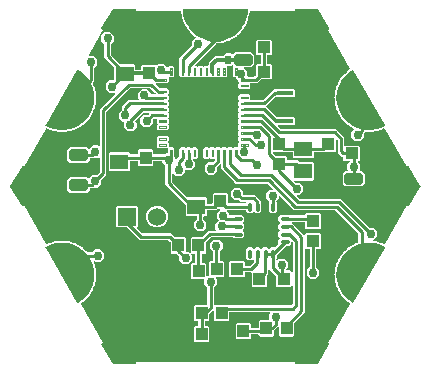
<source format=gbr>
G04 EAGLE Gerber RS-274X export*
G75*
%MOMM*%
%FSLAX34Y34*%
%LPD*%
%INBottom Copper*%
%IPPOS*%
%AMOC8*
5,1,8,0,0,1.08239X$1,22.5*%
G01*
%ADD10R,1.100000X1.000000*%
%ADD11R,1.500000X1.300000*%
%ADD12C,0.124994*%
%ADD13R,5.699988X5.699988*%
%ADD14R,1.399997X0.400000*%
%ADD15R,1.000000X1.100000*%
%ADD16C,0.499997*%
%ADD17C,1.000000*%
%ADD18C,0.262500*%
%ADD19R,2.150000X2.150000*%
%ADD20R,1.530000X1.530000*%
%ADD21C,1.530000*%
%ADD22C,0.756400*%
%ADD23C,0.254000*%
%ADD24C,0.304800*%

G36*
X278630Y195708D02*
X278630Y195708D01*
X278658Y195706D01*
X278726Y195728D01*
X278797Y195742D01*
X278820Y195758D01*
X278847Y195767D01*
X278902Y195814D01*
X278961Y195855D01*
X278976Y195879D01*
X278998Y195897D01*
X279029Y195962D01*
X279068Y196022D01*
X279073Y196050D01*
X279085Y196076D01*
X279094Y196177D01*
X279101Y196219D01*
X279099Y196229D01*
X279100Y196242D01*
X278982Y197719D01*
X413422Y197719D01*
X413304Y196242D01*
X413308Y196213D01*
X413303Y196185D01*
X413320Y196116D01*
X413328Y196044D01*
X413343Y196020D01*
X413349Y195992D01*
X413392Y195934D01*
X413428Y195872D01*
X413450Y195855D01*
X413467Y195832D01*
X413529Y195795D01*
X413586Y195752D01*
X413614Y195745D01*
X413638Y195730D01*
X413738Y195714D01*
X413779Y195703D01*
X413789Y195705D01*
X413802Y195703D01*
X432802Y195703D01*
X432878Y195718D01*
X432956Y195727D01*
X432975Y195738D01*
X432997Y195742D01*
X433061Y195786D01*
X433129Y195825D01*
X433145Y195844D01*
X433161Y195855D01*
X433185Y195893D01*
X433235Y195953D01*
X442735Y212453D01*
X442744Y212480D01*
X442760Y212504D01*
X442775Y212574D01*
X442798Y212642D01*
X442795Y212670D01*
X442801Y212698D01*
X442788Y212769D01*
X442782Y212840D01*
X442769Y212865D01*
X442763Y212893D01*
X442723Y212953D01*
X442690Y213016D01*
X442668Y213034D01*
X442652Y213058D01*
X442569Y213116D01*
X442537Y213143D01*
X442526Y213146D01*
X442516Y213153D01*
X441197Y213777D01*
X460088Y246497D01*
X460115Y246579D01*
X460147Y246660D01*
X460147Y246674D01*
X460152Y246687D01*
X460145Y246774D01*
X460144Y246860D01*
X460138Y246873D01*
X460137Y246887D01*
X460098Y246964D01*
X460062Y247044D01*
X460052Y247054D01*
X460046Y247066D01*
X460004Y247101D01*
X459934Y247170D01*
X458814Y247933D01*
X458749Y247961D01*
X458687Y247995D01*
X458655Y248000D01*
X458629Y248011D01*
X458577Y248011D01*
X458509Y248021D01*
X458503Y248020D01*
X458028Y248462D01*
X457998Y248480D01*
X457968Y248509D01*
X457432Y248874D01*
X457431Y248880D01*
X457404Y248945D01*
X457386Y249013D01*
X457366Y249039D01*
X457356Y249065D01*
X457319Y249102D01*
X457278Y249157D01*
X455539Y250770D01*
X455479Y250806D01*
X455423Y250850D01*
X455392Y250860D01*
X455368Y250874D01*
X455317Y250882D01*
X455250Y250902D01*
X455245Y250902D01*
X454840Y251410D01*
X454814Y251432D01*
X454789Y251465D01*
X454313Y251906D01*
X454313Y251912D01*
X454296Y251980D01*
X454288Y252051D01*
X454272Y252079D01*
X454266Y252107D01*
X454235Y252148D01*
X454202Y252209D01*
X452723Y254063D01*
X452669Y254108D01*
X452621Y254159D01*
X452591Y254173D01*
X452570Y254191D01*
X452520Y254207D01*
X452458Y254236D01*
X452452Y254238D01*
X452128Y254800D01*
X452105Y254826D01*
X452085Y254862D01*
X451680Y255369D01*
X451681Y255375D01*
X451675Y255445D01*
X451677Y255516D01*
X451666Y255547D01*
X451664Y255575D01*
X451640Y255620D01*
X451616Y255685D01*
X450430Y257739D01*
X450383Y257792D01*
X450343Y257850D01*
X450316Y257868D01*
X450297Y257889D01*
X450251Y257911D01*
X450193Y257950D01*
X450188Y257952D01*
X449951Y258556D01*
X449932Y258585D01*
X449918Y258624D01*
X449593Y259186D01*
X449595Y259191D01*
X449599Y259262D01*
X449612Y259331D01*
X449606Y259363D01*
X449607Y259391D01*
X449590Y259440D01*
X449577Y259508D01*
X448710Y261715D01*
X448672Y261774D01*
X448641Y261838D01*
X448616Y261860D01*
X448601Y261884D01*
X448559Y261913D01*
X448507Y261959D01*
X448503Y261962D01*
X448358Y262595D01*
X448344Y262626D01*
X448336Y262667D01*
X448099Y263271D01*
X448101Y263276D01*
X448116Y263345D01*
X448139Y263412D01*
X448137Y263445D01*
X448143Y263472D01*
X448133Y263523D01*
X448130Y263592D01*
X447602Y265904D01*
X447573Y265968D01*
X447552Y266035D01*
X447531Y266061D01*
X447519Y266086D01*
X447482Y266121D01*
X447438Y266175D01*
X447434Y266179D01*
X447385Y266826D01*
X447376Y266859D01*
X447374Y266901D01*
X447229Y267533D01*
X447232Y267538D01*
X447257Y267604D01*
X447290Y267667D01*
X447293Y267699D01*
X447303Y267726D01*
X447301Y267777D01*
X447308Y267846D01*
X447131Y270211D01*
X447111Y270278D01*
X447101Y270348D01*
X447084Y270377D01*
X447076Y270404D01*
X447044Y270444D01*
X447009Y270504D01*
X447005Y270508D01*
X447054Y271155D01*
X447049Y271189D01*
X447054Y271231D01*
X447005Y271878D01*
X447009Y271882D01*
X447043Y271943D01*
X447085Y272000D01*
X447093Y272032D01*
X447107Y272057D01*
X447113Y272108D01*
X447130Y272175D01*
X447306Y274540D01*
X447298Y274610D01*
X447297Y274680D01*
X447285Y274711D01*
X447281Y274739D01*
X447256Y274783D01*
X447230Y274847D01*
X447227Y274852D01*
X447371Y275485D01*
X447372Y275519D01*
X447382Y275560D01*
X447431Y276207D01*
X447435Y276210D01*
X447478Y276266D01*
X447528Y276316D01*
X447541Y276346D01*
X447558Y276369D01*
X447571Y276419D01*
X447598Y276482D01*
X448125Y278794D01*
X448127Y278864D01*
X448132Y278889D01*
X448131Y278891D01*
X448137Y278935D01*
X448130Y278966D01*
X448130Y278994D01*
X448112Y279043D01*
X448096Y279110D01*
X448093Y279115D01*
X448330Y279719D01*
X448336Y279753D01*
X448353Y279791D01*
X448497Y280424D01*
X448502Y280427D01*
X448553Y280476D01*
X448609Y280518D01*
X448626Y280546D01*
X448647Y280565D01*
X448667Y280612D01*
X448704Y280671D01*
X449569Y282879D01*
X449582Y282949D01*
X449602Y283016D01*
X449599Y283049D01*
X449604Y283076D01*
X449593Y283127D01*
X449587Y283196D01*
X449586Y283201D01*
X449910Y283763D01*
X449921Y283796D01*
X449943Y283831D01*
X450180Y284435D01*
X450185Y284438D01*
X450243Y284478D01*
X450305Y284511D01*
X450326Y284536D01*
X450349Y284553D01*
X450376Y284596D01*
X450421Y284649D01*
X451606Y286703D01*
X451629Y286770D01*
X451659Y286834D01*
X451661Y286866D01*
X451670Y286893D01*
X451666Y286944D01*
X451671Y287014D01*
X451670Y287019D01*
X452075Y287526D01*
X452091Y287557D01*
X452117Y287589D01*
X452442Y288151D01*
X452447Y288153D01*
X452510Y288184D01*
X452577Y288208D01*
X452601Y288229D01*
X452626Y288242D01*
X452660Y288281D01*
X452712Y288326D01*
X454190Y290181D01*
X454222Y290244D01*
X454262Y290302D01*
X454269Y290334D01*
X454282Y290359D01*
X454286Y290411D01*
X454300Y290478D01*
X454301Y290484D01*
X454776Y290925D01*
X454796Y290953D01*
X454828Y290981D01*
X455232Y291488D01*
X455238Y291489D01*
X455305Y291511D01*
X455374Y291524D01*
X455402Y291542D01*
X455428Y291550D01*
X455467Y291584D01*
X455526Y291621D01*
X457263Y293235D01*
X457305Y293292D01*
X457352Y293344D01*
X457364Y293375D01*
X457380Y293397D01*
X457392Y293448D01*
X457417Y293512D01*
X457418Y293518D01*
X457954Y293883D01*
X457978Y293908D01*
X458013Y293931D01*
X458489Y294372D01*
X458494Y294372D01*
X458564Y294383D01*
X458634Y294386D01*
X458664Y294400D01*
X458692Y294404D01*
X458736Y294432D01*
X458799Y294460D01*
X460758Y295796D01*
X460807Y295847D01*
X460862Y295891D01*
X460878Y295920D01*
X460898Y295940D01*
X460917Y295988D01*
X460951Y296048D01*
X460952Y296053D01*
X461537Y296335D01*
X461565Y296356D01*
X461603Y296373D01*
X462139Y296739D01*
X462144Y296738D01*
X462215Y296738D01*
X462285Y296731D01*
X462316Y296740D01*
X462344Y296740D01*
X462392Y296761D01*
X462458Y296779D01*
X464595Y297809D01*
X464651Y297851D01*
X464712Y297887D01*
X464732Y297913D01*
X464754Y297930D01*
X464780Y297974D01*
X464823Y298029D01*
X464825Y298034D01*
X465446Y298225D01*
X465476Y298242D01*
X465516Y298253D01*
X466101Y298534D01*
X466106Y298533D01*
X466176Y298523D01*
X466244Y298505D01*
X466277Y298509D01*
X466304Y298505D01*
X466354Y298518D01*
X466423Y298527D01*
X466950Y298689D01*
X466966Y298699D01*
X466979Y298701D01*
X466987Y298706D01*
X467006Y298711D01*
X467064Y298752D01*
X467126Y298785D01*
X467145Y298809D01*
X467169Y298827D01*
X467207Y298887D01*
X467251Y298942D01*
X467259Y298971D01*
X467275Y298997D01*
X467290Y299081D01*
X467306Y299135D01*
X467303Y299153D01*
X467307Y299174D01*
X467307Y306151D01*
X467306Y306159D01*
X467307Y306167D01*
X467286Y306257D01*
X467268Y306348D01*
X467263Y306354D01*
X467261Y306362D01*
X467159Y306510D01*
X447809Y325860D01*
X447802Y325864D01*
X447798Y325870D01*
X447719Y325919D01*
X447642Y325971D01*
X447634Y325972D01*
X447628Y325976D01*
X447450Y326008D01*
X412830Y326008D01*
X411044Y327794D01*
X400762Y338077D01*
X400759Y338078D01*
X400758Y338080D01*
X400677Y338133D01*
X400595Y338188D01*
X400592Y338188D01*
X400590Y338189D01*
X400494Y338207D01*
X400398Y338225D01*
X400395Y338225D01*
X400393Y338225D01*
X400296Y338204D01*
X400202Y338184D01*
X400200Y338182D01*
X400197Y338182D01*
X400117Y338125D01*
X400037Y338069D01*
X400036Y338067D01*
X400034Y338066D01*
X399982Y337983D01*
X399930Y337900D01*
X399929Y337897D01*
X399928Y337895D01*
X399896Y337718D01*
X399896Y335876D01*
X397840Y333820D01*
X397837Y333816D01*
X397833Y333813D01*
X397782Y333733D01*
X397729Y333653D01*
X397728Y333648D01*
X397725Y333643D01*
X397709Y333550D01*
X397691Y333456D01*
X397692Y333451D01*
X397691Y333446D01*
X397713Y333354D01*
X397733Y333260D01*
X397736Y333256D01*
X397737Y333251D01*
X397840Y333103D01*
X398089Y332854D01*
X398089Y325128D01*
X396427Y323466D01*
X393201Y323466D01*
X391539Y325128D01*
X391539Y332854D01*
X391563Y332878D01*
X391566Y332882D01*
X391570Y332885D01*
X391621Y332965D01*
X391674Y333045D01*
X391675Y333050D01*
X391678Y333054D01*
X391694Y333148D01*
X391712Y333241D01*
X391711Y333247D01*
X391712Y333252D01*
X391690Y333345D01*
X391670Y333438D01*
X391667Y333442D01*
X391666Y333447D01*
X391563Y333595D01*
X389282Y335876D01*
X389282Y340272D01*
X392391Y343381D01*
X394233Y343381D01*
X394236Y343381D01*
X394238Y343381D01*
X394333Y343401D01*
X394429Y343420D01*
X394432Y343422D01*
X394434Y343422D01*
X394515Y343478D01*
X394595Y343533D01*
X394597Y343535D01*
X394599Y343537D01*
X394652Y343620D01*
X394704Y343701D01*
X394705Y343704D01*
X394706Y343706D01*
X394723Y343802D01*
X394740Y343898D01*
X394740Y343901D01*
X394740Y343903D01*
X394718Y343997D01*
X394697Y344094D01*
X394695Y344096D01*
X394694Y344099D01*
X394592Y344247D01*
X390500Y348339D01*
X390493Y348343D01*
X390488Y348349D01*
X390410Y348398D01*
X390333Y348450D01*
X390325Y348451D01*
X390318Y348455D01*
X390141Y348487D01*
X363659Y348487D01*
X361874Y350273D01*
X361873Y350273D01*
X350735Y361412D01*
X350735Y364354D01*
X350734Y364356D01*
X350735Y364359D01*
X350714Y364454D01*
X350695Y364550D01*
X350693Y364552D01*
X350693Y364555D01*
X350637Y364636D01*
X350582Y364716D01*
X350580Y364717D01*
X350579Y364720D01*
X350495Y364773D01*
X350414Y364825D01*
X350412Y364826D01*
X350409Y364827D01*
X350313Y364843D01*
X350217Y364861D01*
X350214Y364860D01*
X350212Y364861D01*
X350118Y364839D01*
X350021Y364817D01*
X350019Y364816D01*
X350017Y364815D01*
X349869Y364712D01*
X347847Y362691D01*
X347843Y362684D01*
X347837Y362680D01*
X347788Y362601D01*
X347736Y362524D01*
X347735Y362516D01*
X347731Y362510D01*
X347699Y362332D01*
X347699Y358990D01*
X344590Y355881D01*
X340194Y355881D01*
X337085Y358990D01*
X337085Y363386D01*
X340194Y366495D01*
X343536Y366495D01*
X343544Y366496D01*
X343552Y366495D01*
X343642Y366516D01*
X343733Y366534D01*
X343739Y366539D01*
X343747Y366541D01*
X343895Y366643D01*
X345586Y368334D01*
X345590Y368341D01*
X345597Y368345D01*
X345646Y368424D01*
X345697Y368501D01*
X345698Y368509D01*
X345703Y368516D01*
X345735Y368693D01*
X345735Y368857D01*
X345734Y368862D01*
X345734Y368867D01*
X345714Y368961D01*
X345695Y369054D01*
X345692Y369058D01*
X345691Y369063D01*
X345636Y369141D01*
X345582Y369219D01*
X345578Y369222D01*
X345575Y369227D01*
X345493Y369277D01*
X345414Y369329D01*
X345409Y369330D01*
X345405Y369332D01*
X345227Y369364D01*
X342014Y369364D01*
X341388Y369990D01*
X341384Y369993D01*
X341381Y369998D01*
X341301Y370048D01*
X341221Y370101D01*
X341216Y370102D01*
X341211Y370105D01*
X341118Y370121D01*
X341024Y370139D01*
X341019Y370138D01*
X341014Y370139D01*
X340921Y370117D01*
X340828Y370097D01*
X340824Y370094D01*
X340819Y370093D01*
X340671Y369990D01*
X340045Y369364D01*
X337014Y369364D01*
X335755Y370624D01*
X335755Y378155D01*
X337014Y379414D01*
X340045Y379414D01*
X340671Y378788D01*
X340675Y378785D01*
X340678Y378781D01*
X340758Y378730D01*
X340838Y378677D01*
X340843Y378676D01*
X340847Y378673D01*
X340941Y378657D01*
X341034Y378639D01*
X341040Y378640D01*
X341045Y378640D01*
X341137Y378661D01*
X341231Y378681D01*
X341235Y378684D01*
X341240Y378685D01*
X341388Y378788D01*
X342014Y379414D01*
X345045Y379414D01*
X345671Y378788D01*
X345675Y378785D01*
X345678Y378781D01*
X345758Y378730D01*
X345838Y378677D01*
X345843Y378676D01*
X345847Y378673D01*
X345941Y378657D01*
X346034Y378639D01*
X346040Y378640D01*
X346045Y378640D01*
X346137Y378661D01*
X346231Y378681D01*
X346235Y378684D01*
X346240Y378685D01*
X346388Y378788D01*
X347014Y379414D01*
X350045Y379414D01*
X350671Y378788D01*
X350675Y378785D01*
X350678Y378781D01*
X350758Y378730D01*
X350838Y378677D01*
X350843Y378676D01*
X350847Y378673D01*
X350941Y378657D01*
X351034Y378639D01*
X351040Y378640D01*
X351045Y378640D01*
X351137Y378661D01*
X351231Y378681D01*
X351235Y378684D01*
X351240Y378685D01*
X351388Y378788D01*
X352014Y379414D01*
X355045Y379414D01*
X355671Y378788D01*
X355675Y378785D01*
X355678Y378781D01*
X355758Y378730D01*
X355838Y378677D01*
X355843Y378676D01*
X355847Y378673D01*
X355941Y378657D01*
X356034Y378639D01*
X356040Y378640D01*
X356045Y378640D01*
X356137Y378661D01*
X356231Y378681D01*
X356235Y378684D01*
X356240Y378685D01*
X356388Y378788D01*
X357014Y379414D01*
X360045Y379414D01*
X360671Y378788D01*
X360675Y378785D01*
X360678Y378781D01*
X360758Y378730D01*
X360838Y378677D01*
X360843Y378676D01*
X360847Y378673D01*
X360941Y378657D01*
X361034Y378639D01*
X361040Y378640D01*
X361045Y378640D01*
X361137Y378661D01*
X361231Y378681D01*
X361235Y378684D01*
X361240Y378685D01*
X361388Y378788D01*
X362014Y379414D01*
X364997Y379414D01*
X365002Y379415D01*
X365008Y379414D01*
X365101Y379435D01*
X365194Y379453D01*
X365198Y379456D01*
X365203Y379458D01*
X365281Y379513D01*
X365360Y379566D01*
X365363Y379570D01*
X365367Y379574D01*
X365417Y379655D01*
X365469Y379734D01*
X365470Y379739D01*
X365473Y379744D01*
X365505Y379921D01*
X365505Y382905D01*
X366131Y383531D01*
X366133Y383535D01*
X366138Y383538D01*
X366189Y383618D01*
X366241Y383697D01*
X366242Y383703D01*
X366245Y383707D01*
X366261Y383801D01*
X366279Y383894D01*
X366278Y383900D01*
X366279Y383905D01*
X366257Y383997D01*
X366237Y384090D01*
X366234Y384095D01*
X366233Y384100D01*
X366131Y384248D01*
X365505Y384874D01*
X365505Y387905D01*
X366131Y388531D01*
X366133Y388535D01*
X366138Y388538D01*
X366189Y388618D01*
X366241Y388697D01*
X366242Y388703D01*
X366245Y388707D01*
X366261Y388801D01*
X366279Y388894D01*
X366278Y388900D01*
X366279Y388905D01*
X366257Y388997D01*
X366237Y389090D01*
X366234Y389095D01*
X366233Y389100D01*
X366131Y389248D01*
X365505Y389874D01*
X365505Y392905D01*
X366131Y393531D01*
X366133Y393535D01*
X366138Y393538D01*
X366189Y393618D01*
X366241Y393697D01*
X366242Y393703D01*
X366245Y393707D01*
X366261Y393800D01*
X366279Y393894D01*
X366278Y393900D01*
X366279Y393905D01*
X366257Y393997D01*
X366237Y394090D01*
X366234Y394095D01*
X366233Y394100D01*
X366131Y394248D01*
X365505Y394874D01*
X365505Y397905D01*
X366131Y398531D01*
X366133Y398535D01*
X366138Y398538D01*
X366189Y398618D01*
X366241Y398697D01*
X366242Y398703D01*
X366245Y398707D01*
X366261Y398801D01*
X366279Y398894D01*
X366278Y398900D01*
X366279Y398905D01*
X366257Y398997D01*
X366237Y399090D01*
X366234Y399095D01*
X366233Y399100D01*
X366131Y399248D01*
X365505Y399874D01*
X365505Y402905D01*
X366131Y403531D01*
X366133Y403535D01*
X366138Y403538D01*
X366189Y403618D01*
X366241Y403697D01*
X366242Y403703D01*
X366245Y403707D01*
X366261Y403800D01*
X366279Y403894D01*
X366278Y403900D01*
X366279Y403905D01*
X366257Y403997D01*
X366237Y404090D01*
X366234Y404095D01*
X366233Y404100D01*
X366131Y404248D01*
X365505Y404874D01*
X365505Y407905D01*
X366131Y408531D01*
X366133Y408535D01*
X366138Y408538D01*
X366189Y408618D01*
X366241Y408697D01*
X366242Y408703D01*
X366245Y408707D01*
X366261Y408801D01*
X366279Y408894D01*
X366278Y408900D01*
X366279Y408905D01*
X366257Y408997D01*
X366237Y409090D01*
X366234Y409095D01*
X366233Y409100D01*
X366131Y409248D01*
X365505Y409874D01*
X365505Y412905D01*
X366131Y413531D01*
X366133Y413535D01*
X366138Y413538D01*
X366189Y413618D01*
X366241Y413697D01*
X366242Y413703D01*
X366245Y413707D01*
X366261Y413801D01*
X366279Y413894D01*
X366278Y413900D01*
X366279Y413905D01*
X366257Y413997D01*
X366237Y414090D01*
X366234Y414095D01*
X366233Y414100D01*
X366131Y414248D01*
X365505Y414874D01*
X365505Y417905D01*
X366131Y418531D01*
X366133Y418535D01*
X366138Y418538D01*
X366189Y418618D01*
X366241Y418697D01*
X366242Y418703D01*
X366245Y418707D01*
X366261Y418801D01*
X366279Y418894D01*
X366278Y418900D01*
X366279Y418905D01*
X366257Y418997D01*
X366237Y419090D01*
X366234Y419095D01*
X366233Y419100D01*
X366131Y419248D01*
X365505Y419874D01*
X365505Y422905D01*
X366764Y424164D01*
X374295Y424164D01*
X375554Y422905D01*
X375554Y419691D01*
X375555Y419686D01*
X375554Y419681D01*
X375575Y419588D01*
X375594Y419495D01*
X375597Y419490D01*
X375598Y419485D01*
X375653Y419407D01*
X375706Y419329D01*
X375711Y419326D01*
X375714Y419322D01*
X375795Y419271D01*
X375874Y419220D01*
X375880Y419219D01*
X375884Y419216D01*
X376061Y419184D01*
X386319Y419184D01*
X386327Y419185D01*
X386335Y419184D01*
X386425Y419205D01*
X386516Y419224D01*
X386522Y419228D01*
X386530Y419230D01*
X386678Y419332D01*
X395635Y428289D01*
X396399Y428289D01*
X396406Y428290D01*
X396414Y428289D01*
X396504Y428310D01*
X396595Y428329D01*
X396602Y428333D01*
X396609Y428335D01*
X396757Y428437D01*
X397339Y429019D01*
X412602Y429019D01*
X413495Y428126D01*
X413495Y422863D01*
X412602Y421969D01*
X397430Y421969D01*
X397422Y421968D01*
X397414Y421969D01*
X397325Y421948D01*
X397233Y421930D01*
X397227Y421925D01*
X397219Y421924D01*
X397071Y421821D01*
X389502Y414252D01*
X389499Y414247D01*
X389495Y414244D01*
X389444Y414164D01*
X389391Y414085D01*
X389390Y414080D01*
X389387Y414075D01*
X389371Y413981D01*
X389353Y413888D01*
X389355Y413883D01*
X389354Y413878D01*
X389375Y413785D01*
X389395Y413692D01*
X389398Y413687D01*
X389399Y413682D01*
X389502Y413534D01*
X397869Y405168D01*
X397875Y405163D01*
X397880Y405157D01*
X397959Y405108D01*
X398036Y405057D01*
X398043Y405055D01*
X398050Y405051D01*
X398227Y405019D01*
X412602Y405019D01*
X413495Y404126D01*
X413495Y398863D01*
X412602Y397970D01*
X399200Y397970D01*
X399197Y397969D01*
X399195Y397969D01*
X399100Y397949D01*
X399003Y397930D01*
X399001Y397928D01*
X398999Y397928D01*
X398918Y397872D01*
X398837Y397817D01*
X398836Y397815D01*
X398834Y397814D01*
X398780Y397729D01*
X398728Y397649D01*
X398728Y397647D01*
X398726Y397644D01*
X398710Y397548D01*
X398693Y397452D01*
X398693Y397449D01*
X398693Y397447D01*
X398715Y397353D01*
X398736Y397256D01*
X398738Y397254D01*
X398738Y397252D01*
X398841Y397104D01*
X401079Y394865D01*
X401086Y394861D01*
X401091Y394855D01*
X401169Y394806D01*
X401246Y394754D01*
X401254Y394753D01*
X401261Y394749D01*
X401438Y394717D01*
X448325Y394717D01*
X455169Y387873D01*
X455169Y381138D01*
X455170Y381133D01*
X455169Y381128D01*
X455190Y381034D01*
X455208Y380941D01*
X455211Y380937D01*
X455212Y380932D01*
X455268Y380854D01*
X455321Y380776D01*
X455325Y380773D01*
X455328Y380768D01*
X455410Y380718D01*
X455489Y380666D01*
X455494Y380665D01*
X455499Y380663D01*
X455676Y380631D01*
X467727Y380631D01*
X468620Y379737D01*
X468620Y368474D01*
X467727Y367581D01*
X467060Y367581D01*
X467057Y367581D01*
X467055Y367581D01*
X466960Y367561D01*
X466863Y367542D01*
X466861Y367540D01*
X466859Y367540D01*
X466778Y367484D01*
X466697Y367429D01*
X466696Y367427D01*
X466694Y367425D01*
X466641Y367341D01*
X466588Y367261D01*
X466588Y367258D01*
X466586Y367256D01*
X466570Y367160D01*
X466553Y367064D01*
X466553Y367061D01*
X466553Y367058D01*
X466575Y366964D01*
X466596Y366868D01*
X466598Y366866D01*
X466598Y366863D01*
X466701Y366715D01*
X468633Y364783D01*
X468633Y360387D01*
X468392Y360146D01*
X468391Y360144D01*
X468389Y360142D01*
X468336Y360061D01*
X468281Y359979D01*
X468281Y359976D01*
X468279Y359974D01*
X468262Y359878D01*
X468244Y359782D01*
X468244Y359779D01*
X468244Y359777D01*
X468265Y359680D01*
X468285Y359586D01*
X468287Y359584D01*
X468287Y359581D01*
X468345Y359500D01*
X468400Y359421D01*
X468402Y359420D01*
X468403Y359418D01*
X468488Y359365D01*
X468569Y359314D01*
X468571Y359313D01*
X468574Y359312D01*
X468751Y359280D01*
X470494Y359280D01*
X472851Y356922D01*
X472851Y348588D01*
X470494Y346230D01*
X456159Y346230D01*
X453802Y348588D01*
X453802Y356922D01*
X456159Y359280D01*
X457902Y359280D01*
X457905Y359280D01*
X457907Y359280D01*
X458003Y359300D01*
X458099Y359319D01*
X458101Y359321D01*
X458103Y359322D01*
X458183Y359377D01*
X458264Y359432D01*
X458266Y359434D01*
X458268Y359436D01*
X458321Y359519D01*
X458374Y359600D01*
X458374Y359603D01*
X458376Y359605D01*
X458392Y359701D01*
X458409Y359797D01*
X458409Y359800D01*
X458409Y359803D01*
X458388Y359895D01*
X458366Y359993D01*
X458364Y359995D01*
X458364Y359998D01*
X458261Y360146D01*
X458020Y360387D01*
X458020Y364783D01*
X459952Y366715D01*
X459953Y366717D01*
X459956Y366719D01*
X460008Y366800D01*
X460063Y366882D01*
X460063Y366885D01*
X460065Y366887D01*
X460082Y366983D01*
X460100Y367079D01*
X460100Y367082D01*
X460100Y367084D01*
X460079Y367180D01*
X460059Y367275D01*
X460057Y367277D01*
X460057Y367280D01*
X460000Y367360D01*
X459945Y367440D01*
X459942Y367441D01*
X459941Y367443D01*
X459858Y367495D01*
X459775Y367547D01*
X459773Y367548D01*
X459771Y367549D01*
X459593Y367581D01*
X455464Y367581D01*
X454571Y368474D01*
X454571Y370804D01*
X454570Y370809D01*
X454571Y370814D01*
X454550Y370907D01*
X454531Y371000D01*
X454528Y371005D01*
X454527Y371010D01*
X454472Y371088D01*
X454419Y371166D01*
X454414Y371169D01*
X454411Y371173D01*
X454330Y371224D01*
X454251Y371275D01*
X454245Y371276D01*
X454241Y371279D01*
X454064Y371311D01*
X452903Y371311D01*
X449579Y374635D01*
X449579Y385347D01*
X449578Y385355D01*
X449579Y385363D01*
X449558Y385453D01*
X449540Y385544D01*
X449535Y385550D01*
X449534Y385558D01*
X449431Y385706D01*
X449378Y385758D01*
X449376Y385760D01*
X449375Y385762D01*
X449293Y385815D01*
X449211Y385869D01*
X449209Y385870D01*
X449206Y385871D01*
X449110Y385889D01*
X449015Y385907D01*
X449012Y385906D01*
X449009Y385907D01*
X448913Y385885D01*
X448818Y385865D01*
X448816Y385864D01*
X448814Y385863D01*
X448733Y385806D01*
X448654Y385751D01*
X448652Y385749D01*
X448650Y385747D01*
X448599Y385665D01*
X448546Y385582D01*
X448546Y385579D01*
X448544Y385577D01*
X448512Y385400D01*
X448512Y376518D01*
X447619Y375624D01*
X439125Y375624D01*
X439117Y375623D01*
X439110Y375624D01*
X439020Y375603D01*
X438929Y375585D01*
X438922Y375580D01*
X438915Y375579D01*
X438767Y375476D01*
X438640Y375349D01*
X430292Y375349D01*
X430287Y375348D01*
X430282Y375349D01*
X430189Y375328D01*
X430096Y375310D01*
X430092Y375307D01*
X430086Y375306D01*
X430009Y375250D01*
X429930Y375197D01*
X429927Y375193D01*
X429923Y375190D01*
X429872Y375108D01*
X429821Y375029D01*
X429820Y375024D01*
X429817Y375019D01*
X429785Y374842D01*
X429785Y371012D01*
X428892Y370119D01*
X412629Y370119D01*
X411736Y371012D01*
X411736Y374842D01*
X411735Y374847D01*
X411736Y374852D01*
X411715Y374945D01*
X411696Y375038D01*
X411693Y375043D01*
X411692Y375048D01*
X411637Y375126D01*
X411583Y375204D01*
X411579Y375207D01*
X411576Y375211D01*
X411495Y375262D01*
X411415Y375314D01*
X411410Y375314D01*
X411406Y375317D01*
X411228Y375349D01*
X406193Y375349D01*
X406185Y375348D01*
X406178Y375349D01*
X406088Y375328D01*
X405997Y375310D01*
X405990Y375305D01*
X405982Y375303D01*
X405834Y375201D01*
X405786Y375152D01*
X395483Y375152D01*
X395480Y375151D01*
X395478Y375152D01*
X395383Y375132D01*
X395286Y375112D01*
X395284Y375111D01*
X395282Y375110D01*
X395201Y375054D01*
X395120Y375000D01*
X395119Y374998D01*
X395117Y374996D01*
X395064Y374912D01*
X395011Y374832D01*
X395011Y374829D01*
X395009Y374827D01*
X394993Y374730D01*
X394976Y374634D01*
X394976Y374632D01*
X394976Y374629D01*
X394998Y374535D01*
X395019Y374439D01*
X395021Y374437D01*
X395021Y374434D01*
X395124Y374286D01*
X397060Y372350D01*
X397067Y372346D01*
X397071Y372339D01*
X397150Y372290D01*
X397227Y372239D01*
X397235Y372238D01*
X397241Y372233D01*
X397419Y372201D01*
X405786Y372201D01*
X406679Y371308D01*
X406679Y368606D01*
X406680Y368601D01*
X406679Y368595D01*
X406700Y368502D01*
X406718Y368409D01*
X406721Y368405D01*
X406723Y368400D01*
X406778Y368322D01*
X406831Y368243D01*
X406835Y368241D01*
X406839Y368236D01*
X406920Y368186D01*
X406999Y368134D01*
X407004Y368133D01*
X407009Y368130D01*
X407186Y368098D01*
X415758Y368098D01*
X416539Y367317D01*
X416546Y367313D01*
X416551Y367306D01*
X416629Y367258D01*
X416706Y367206D01*
X416714Y367205D01*
X416721Y367201D01*
X416898Y367169D01*
X428892Y367169D01*
X429785Y366276D01*
X429785Y352012D01*
X428892Y351119D01*
X413518Y351119D01*
X413515Y351119D01*
X413513Y351119D01*
X413418Y351099D01*
X413321Y351080D01*
X413319Y351078D01*
X413316Y351078D01*
X413236Y351022D01*
X413155Y350967D01*
X413154Y350965D01*
X413152Y350963D01*
X413099Y350880D01*
X413046Y350799D01*
X413046Y350796D01*
X413044Y350794D01*
X413028Y350698D01*
X413011Y350602D01*
X413011Y350599D01*
X413011Y350596D01*
X413033Y350502D01*
X413054Y350406D01*
X413056Y350404D01*
X413056Y350401D01*
X413159Y350253D01*
X413914Y349498D01*
X413921Y349494D01*
X413925Y349488D01*
X414004Y349439D01*
X414081Y349387D01*
X414089Y349386D01*
X414095Y349382D01*
X414273Y349350D01*
X417615Y349350D01*
X420724Y346241D01*
X420724Y341845D01*
X417615Y338736D01*
X415614Y338736D01*
X415611Y338736D01*
X415609Y338736D01*
X415514Y338716D01*
X415417Y338697D01*
X415415Y338695D01*
X415412Y338695D01*
X415332Y338639D01*
X415251Y338584D01*
X415250Y338582D01*
X415248Y338580D01*
X415195Y338497D01*
X415142Y338416D01*
X415142Y338413D01*
X415140Y338411D01*
X415124Y338315D01*
X415107Y338219D01*
X415107Y338216D01*
X415107Y338214D01*
X415129Y338119D01*
X415150Y338023D01*
X415152Y338021D01*
X415152Y338018D01*
X415255Y337870D01*
X417315Y335810D01*
X417322Y335806D01*
X417326Y335800D01*
X417405Y335751D01*
X417482Y335699D01*
X417490Y335698D01*
X417496Y335694D01*
X417674Y335662D01*
X451754Y335662D01*
X476017Y311398D01*
X476024Y311394D01*
X476028Y311388D01*
X476107Y311339D01*
X476184Y311287D01*
X476192Y311286D01*
X476198Y311282D01*
X476376Y311250D01*
X479718Y311250D01*
X482827Y308141D01*
X482827Y303745D01*
X479831Y300749D01*
X479794Y300694D01*
X479751Y300645D01*
X479739Y300611D01*
X479720Y300582D01*
X479707Y300517D01*
X479686Y300455D01*
X479689Y300420D01*
X479682Y300385D01*
X479696Y300321D01*
X479700Y300255D01*
X479716Y300224D01*
X479724Y300189D01*
X479761Y300135D01*
X479791Y300076D01*
X479818Y300053D01*
X479838Y300024D01*
X479893Y299989D01*
X479943Y299947D01*
X479980Y299934D01*
X480007Y299917D01*
X480055Y299909D01*
X480114Y299889D01*
X481582Y299668D01*
X481653Y299671D01*
X481723Y299666D01*
X481754Y299676D01*
X481782Y299678D01*
X481829Y299700D01*
X481874Y299714D01*
X481880Y299716D01*
X481883Y299717D01*
X481895Y299721D01*
X481900Y299724D01*
X482520Y299532D01*
X482554Y299529D01*
X482594Y299516D01*
X483235Y299419D01*
X483239Y299415D01*
X483291Y299367D01*
X483337Y299314D01*
X483366Y299299D01*
X483387Y299280D01*
X483436Y299263D01*
X483497Y299231D01*
X485764Y298533D01*
X485834Y298526D01*
X485903Y298511D01*
X485935Y298516D01*
X485963Y298513D01*
X486012Y298528D01*
X486081Y298539D01*
X486086Y298541D01*
X486671Y298259D01*
X486704Y298251D01*
X486741Y298232D01*
X487361Y298041D01*
X487364Y298036D01*
X487408Y297981D01*
X487446Y297922D01*
X487473Y297902D01*
X487491Y297881D01*
X487536Y297857D01*
X487592Y297816D01*
X488830Y297220D01*
X488914Y297199D01*
X488997Y297173D01*
X489011Y297174D01*
X489024Y297171D01*
X489110Y297184D01*
X489196Y297192D01*
X489209Y297198D01*
X489223Y297200D01*
X489296Y297245D01*
X489373Y297286D01*
X489383Y297298D01*
X489394Y297305D01*
X489427Y297349D01*
X489489Y297424D01*
X508381Y330145D01*
X509618Y329291D01*
X509645Y329280D01*
X509667Y329261D01*
X509736Y329241D01*
X509801Y329213D01*
X509830Y329213D01*
X509858Y329205D01*
X509929Y329213D01*
X510000Y329213D01*
X510027Y329224D01*
X510056Y329227D01*
X510118Y329262D01*
X510183Y329290D01*
X510204Y329310D01*
X510229Y329325D01*
X510292Y329402D01*
X510322Y329432D01*
X510326Y329442D01*
X510335Y329453D01*
X519835Y345953D01*
X519845Y345985D01*
X519854Y345998D01*
X519858Y346022D01*
X519859Y346026D01*
X519890Y346096D01*
X519890Y346120D01*
X519898Y346142D01*
X519892Y346218D01*
X519893Y346295D01*
X519883Y346319D01*
X519882Y346340D01*
X519861Y346379D01*
X519835Y346451D01*
X510335Y362951D01*
X510316Y362973D01*
X510303Y362999D01*
X510250Y363047D01*
X510203Y363100D01*
X510177Y363113D01*
X510156Y363132D01*
X510088Y363155D01*
X510024Y363186D01*
X509995Y363188D01*
X509968Y363197D01*
X509896Y363192D01*
X509825Y363195D01*
X509798Y363185D01*
X509769Y363183D01*
X509679Y363141D01*
X509639Y363126D01*
X509631Y363119D01*
X509618Y363113D01*
X508381Y362259D01*
X489489Y394980D01*
X489432Y395045D01*
X489378Y395113D01*
X489366Y395120D01*
X489357Y395131D01*
X489279Y395168D01*
X489203Y395210D01*
X489189Y395212D01*
X489176Y395218D01*
X489090Y395222D01*
X489004Y395232D01*
X488989Y395228D01*
X488976Y395228D01*
X488924Y395210D01*
X488830Y395184D01*
X487592Y394588D01*
X487536Y394545D01*
X487475Y394510D01*
X487455Y394484D01*
X487432Y394467D01*
X487406Y394422D01*
X487364Y394368D01*
X487361Y394363D01*
X486741Y394172D01*
X486711Y394156D01*
X486671Y394145D01*
X486086Y393863D01*
X486081Y393865D01*
X486011Y393875D01*
X485942Y393893D01*
X485910Y393889D01*
X485882Y393893D01*
X485832Y393879D01*
X485764Y393871D01*
X483497Y393173D01*
X483435Y393139D01*
X483370Y393113D01*
X483346Y393090D01*
X483321Y393077D01*
X483289Y393037D01*
X483239Y392989D01*
X483235Y392985D01*
X482594Y392888D01*
X482561Y392877D01*
X482520Y392872D01*
X481900Y392680D01*
X481895Y392683D01*
X481827Y392703D01*
X481762Y392731D01*
X481730Y392732D01*
X481703Y392740D01*
X481651Y392734D01*
X481582Y392736D01*
X479237Y392384D01*
X479171Y392360D01*
X479102Y392343D01*
X479075Y392325D01*
X479049Y392315D01*
X479011Y392280D01*
X478954Y392241D01*
X478950Y392237D01*
X478301Y392237D01*
X478267Y392230D01*
X478226Y392231D01*
X477584Y392135D01*
X477580Y392138D01*
X477516Y392168D01*
X477456Y392205D01*
X477423Y392211D01*
X477398Y392223D01*
X477346Y392225D01*
X477278Y392237D01*
X474907Y392238D01*
X474838Y392224D01*
X474767Y392219D01*
X474738Y392204D01*
X474711Y392199D01*
X474668Y392170D01*
X474606Y392139D01*
X474601Y392136D01*
X473960Y392233D01*
X473925Y392231D01*
X473884Y392239D01*
X473236Y392239D01*
X473228Y392237D01*
X473221Y392238D01*
X473131Y392217D01*
X473040Y392199D01*
X473033Y392195D01*
X473025Y392193D01*
X472877Y392090D01*
X472053Y391266D01*
X472049Y391259D01*
X472043Y391255D01*
X471994Y391176D01*
X471942Y391099D01*
X471941Y391091D01*
X471937Y391085D01*
X471905Y390907D01*
X471905Y387565D01*
X468796Y384456D01*
X464400Y384456D01*
X461291Y387565D01*
X461291Y391961D01*
X463638Y394308D01*
X463688Y394383D01*
X463741Y394455D01*
X463743Y394466D01*
X463749Y394475D01*
X463766Y394563D01*
X463786Y394651D01*
X463784Y394661D01*
X463786Y394672D01*
X463768Y394760D01*
X463753Y394848D01*
X463747Y394857D01*
X463745Y394868D01*
X463693Y394942D01*
X463645Y395018D01*
X463636Y395024D01*
X463630Y395032D01*
X463585Y395061D01*
X463499Y395123D01*
X462458Y395625D01*
X462390Y395642D01*
X462324Y395668D01*
X462291Y395668D01*
X462264Y395675D01*
X462213Y395667D01*
X462144Y395666D01*
X462139Y395665D01*
X461603Y396031D01*
X461571Y396045D01*
X461537Y396069D01*
X460952Y396351D01*
X460951Y396356D01*
X460915Y396417D01*
X460886Y396481D01*
X460863Y396504D01*
X460848Y396528D01*
X460807Y396559D01*
X460758Y396608D01*
X458799Y397944D01*
X458734Y397972D01*
X458672Y398007D01*
X458640Y398011D01*
X458614Y398022D01*
X458563Y398022D01*
X458494Y398032D01*
X458489Y398032D01*
X458013Y398473D01*
X457984Y398491D01*
X457954Y398521D01*
X457418Y398886D01*
X457417Y398892D01*
X457390Y398957D01*
X457372Y399025D01*
X457352Y399052D01*
X457341Y399078D01*
X457305Y399114D01*
X457263Y399169D01*
X455526Y400783D01*
X455466Y400820D01*
X455410Y400863D01*
X455379Y400873D01*
X455355Y400887D01*
X455304Y400895D01*
X455237Y400915D01*
X455232Y400916D01*
X454828Y401423D01*
X454801Y401446D01*
X454776Y401479D01*
X454300Y401920D01*
X454300Y401926D01*
X454284Y401995D01*
X454276Y402065D01*
X454260Y402093D01*
X454253Y402121D01*
X454223Y402162D01*
X454190Y402223D01*
X452712Y404078D01*
X452658Y404123D01*
X452610Y404175D01*
X452580Y404189D01*
X452559Y404207D01*
X452509Y404222D01*
X452447Y404251D01*
X452442Y404253D01*
X452117Y404815D01*
X452094Y404841D01*
X452075Y404878D01*
X451670Y405385D01*
X451671Y405390D01*
X451665Y405461D01*
X451667Y405531D01*
X451656Y405562D01*
X451654Y405590D01*
X451630Y405636D01*
X451606Y405701D01*
X450421Y407755D01*
X450374Y407808D01*
X450334Y407866D01*
X450307Y407884D01*
X450289Y407905D01*
X450242Y407928D01*
X450185Y407966D01*
X450180Y407969D01*
X449943Y408573D01*
X449924Y408602D01*
X449910Y408641D01*
X449586Y409203D01*
X449587Y409208D01*
X449592Y409279D01*
X449604Y409348D01*
X449598Y409380D01*
X449600Y409408D01*
X449583Y409457D01*
X449569Y409525D01*
X448704Y411733D01*
X448666Y411792D01*
X448635Y411855D01*
X448610Y411878D01*
X448595Y411901D01*
X448553Y411930D01*
X448502Y411977D01*
X448497Y411980D01*
X448353Y412613D01*
X448338Y412644D01*
X448330Y412685D01*
X448093Y413289D01*
X448096Y413294D01*
X448111Y413363D01*
X448134Y413430D01*
X448132Y413463D01*
X448138Y413490D01*
X448129Y413541D01*
X448125Y413610D01*
X447598Y415922D01*
X447569Y415986D01*
X447548Y416054D01*
X447528Y416079D01*
X447516Y416105D01*
X447478Y416140D01*
X447435Y416194D01*
X447431Y416197D01*
X447382Y416844D01*
X447373Y416878D01*
X447371Y416919D01*
X447227Y417552D01*
X447230Y417557D01*
X447255Y417623D01*
X447288Y417685D01*
X447291Y417718D01*
X447301Y417744D01*
X447299Y417796D01*
X447306Y417864D01*
X447130Y420229D01*
X447111Y420297D01*
X447100Y420367D01*
X447083Y420395D01*
X447076Y420422D01*
X447044Y420463D01*
X447009Y420522D01*
X447005Y420526D01*
X447054Y421173D01*
X447049Y421208D01*
X447054Y421249D01*
X447005Y421896D01*
X447009Y421900D01*
X447044Y421962D01*
X447085Y422019D01*
X447094Y422051D01*
X447107Y422075D01*
X447113Y422127D01*
X447131Y422193D01*
X447308Y424558D01*
X447300Y424628D01*
X447299Y424699D01*
X447287Y424729D01*
X447284Y424757D01*
X447258Y424802D01*
X447232Y424866D01*
X447229Y424871D01*
X447374Y425503D01*
X447375Y425538D01*
X447385Y425578D01*
X447434Y426225D01*
X447438Y426229D01*
X447482Y426285D01*
X447531Y426335D01*
X447544Y426365D01*
X447561Y426387D01*
X447575Y426437D01*
X447602Y426500D01*
X448130Y428812D01*
X448132Y428883D01*
X448142Y428953D01*
X448135Y428984D01*
X448135Y429012D01*
X448117Y429061D01*
X448101Y429128D01*
X448099Y429133D01*
X448336Y429737D01*
X448342Y429771D01*
X448358Y429809D01*
X448503Y430442D01*
X448507Y430445D01*
X448559Y430493D01*
X448615Y430536D01*
X448632Y430563D01*
X448653Y430583D01*
X448674Y430630D01*
X448710Y430689D01*
X449577Y432896D01*
X449589Y432966D01*
X449610Y433033D01*
X449607Y433066D01*
X449612Y433093D01*
X449601Y433144D01*
X449595Y433213D01*
X449593Y433218D01*
X449918Y433780D01*
X449929Y433813D01*
X449951Y433848D01*
X450188Y434452D01*
X450193Y434454D01*
X450251Y434495D01*
X450313Y434528D01*
X450335Y434553D01*
X450358Y434569D01*
X450385Y434613D01*
X450430Y434665D01*
X451616Y436719D01*
X451639Y436786D01*
X451669Y436849D01*
X451671Y436882D01*
X451680Y436909D01*
X451676Y436960D01*
X451681Y437029D01*
X451680Y437035D01*
X452085Y437542D01*
X452101Y437573D01*
X452128Y437604D01*
X452452Y438166D01*
X452458Y438168D01*
X452502Y438190D01*
X452527Y438195D01*
X452547Y438208D01*
X452588Y438223D01*
X452612Y438244D01*
X452637Y438257D01*
X452665Y438288D01*
X452693Y438307D01*
X452704Y438324D01*
X452723Y438341D01*
X454202Y440195D01*
X454234Y440258D01*
X454274Y440316D01*
X454281Y440348D01*
X454294Y440373D01*
X454298Y440425D01*
X454313Y440492D01*
X454313Y440498D01*
X454789Y440939D01*
X454809Y440967D01*
X454840Y440994D01*
X455245Y441502D01*
X455250Y441502D01*
X455318Y441524D01*
X455387Y441537D01*
X455415Y441555D01*
X455441Y441564D01*
X455480Y441597D01*
X455539Y441634D01*
X457278Y443247D01*
X457319Y443304D01*
X457367Y443356D01*
X457378Y443387D01*
X457395Y443409D01*
X457406Y443460D01*
X457431Y443524D01*
X457432Y443530D01*
X457968Y443895D01*
X457993Y443920D01*
X458028Y443942D01*
X458503Y444383D01*
X458509Y444383D01*
X458579Y444395D01*
X458649Y444398D01*
X458679Y444411D01*
X458707Y444415D01*
X458751Y444443D01*
X458814Y444471D01*
X459934Y445234D01*
X459994Y445296D01*
X460058Y445355D01*
X460064Y445368D01*
X460074Y445378D01*
X460106Y445458D01*
X460142Y445537D01*
X460143Y445551D01*
X460148Y445564D01*
X460146Y445650D01*
X460149Y445737D01*
X460144Y445751D01*
X460143Y445764D01*
X460121Y445815D01*
X460088Y445907D01*
X441197Y478627D01*
X442516Y479251D01*
X442538Y479268D01*
X442565Y479278D01*
X442617Y479327D01*
X442675Y479370D01*
X442689Y479395D01*
X442710Y479414D01*
X442739Y479480D01*
X442775Y479542D01*
X442778Y479570D01*
X442790Y479596D01*
X442791Y479668D01*
X442800Y479739D01*
X442792Y479766D01*
X442793Y479795D01*
X442757Y479890D01*
X442746Y479930D01*
X442739Y479939D01*
X442735Y479951D01*
X433235Y496451D01*
X433183Y496510D01*
X433137Y496572D01*
X433118Y496583D01*
X433103Y496600D01*
X433033Y496634D01*
X432966Y496674D01*
X432942Y496678D01*
X432924Y496686D01*
X432879Y496688D01*
X432802Y496701D01*
X413802Y496701D01*
X413774Y496696D01*
X413746Y496698D01*
X413678Y496676D01*
X413607Y496662D01*
X413584Y496646D01*
X413557Y496637D01*
X413502Y496590D01*
X413443Y496549D01*
X413428Y496525D01*
X413407Y496507D01*
X413375Y496442D01*
X413336Y496382D01*
X413331Y496354D01*
X413319Y496328D01*
X413310Y496227D01*
X413303Y496185D01*
X413305Y496175D01*
X413304Y496162D01*
X413422Y494685D01*
X375589Y494685D01*
X375504Y494668D01*
X375419Y494656D01*
X375407Y494648D01*
X375393Y494646D01*
X375321Y494597D01*
X375247Y494552D01*
X375239Y494541D01*
X375227Y494533D01*
X375180Y494461D01*
X375129Y494390D01*
X375125Y494376D01*
X375118Y494365D01*
X375108Y494310D01*
X375084Y494216D01*
X374982Y492857D01*
X374991Y492787D01*
X374991Y492717D01*
X375003Y492686D01*
X375007Y492658D01*
X375032Y492614D01*
X375058Y492550D01*
X375061Y492545D01*
X374917Y491912D01*
X374916Y491878D01*
X374905Y491837D01*
X374857Y491190D01*
X374853Y491187D01*
X374809Y491131D01*
X374760Y491081D01*
X374747Y491051D01*
X374730Y491029D01*
X374716Y490979D01*
X374689Y490915D01*
X374162Y488605D01*
X374160Y488535D01*
X374150Y488465D01*
X374157Y488433D01*
X374157Y488405D01*
X374175Y488357D01*
X374191Y488290D01*
X374194Y488285D01*
X373957Y487681D01*
X373950Y487646D01*
X373934Y487608D01*
X373790Y486975D01*
X373785Y486973D01*
X373734Y486924D01*
X373677Y486882D01*
X373660Y486854D01*
X373640Y486834D01*
X373619Y486787D01*
X373583Y486728D01*
X372717Y484523D01*
X372705Y484453D01*
X372685Y484386D01*
X372687Y484353D01*
X372682Y484326D01*
X372694Y484275D01*
X372700Y484206D01*
X372701Y484201D01*
X372377Y483639D01*
X372365Y483606D01*
X372344Y483571D01*
X372107Y482967D01*
X372101Y482965D01*
X372044Y482924D01*
X371981Y482891D01*
X371960Y482866D01*
X371937Y482850D01*
X371910Y482806D01*
X371865Y482753D01*
X370680Y480702D01*
X370658Y480635D01*
X370628Y480571D01*
X370625Y480538D01*
X370617Y480512D01*
X370620Y480460D01*
X370616Y480391D01*
X370616Y480386D01*
X370212Y479878D01*
X370196Y479847D01*
X370169Y479816D01*
X369845Y479254D01*
X369839Y479252D01*
X369776Y479221D01*
X369710Y479197D01*
X369685Y479176D01*
X369660Y479163D01*
X369626Y479124D01*
X369590Y479092D01*
X369587Y479090D01*
X369586Y479089D01*
X369574Y479079D01*
X368097Y477226D01*
X368065Y477164D01*
X368025Y477105D01*
X368018Y477073D01*
X368005Y477048D01*
X368001Y476997D01*
X367987Y476929D01*
X367986Y476924D01*
X367511Y476482D01*
X367490Y476454D01*
X367459Y476427D01*
X367055Y475919D01*
X367049Y475919D01*
X366982Y475897D01*
X366913Y475884D01*
X366885Y475866D01*
X366858Y475857D01*
X366819Y475824D01*
X366761Y475786D01*
X365024Y474175D01*
X364983Y474118D01*
X364935Y474066D01*
X364923Y474035D01*
X364907Y474012D01*
X364895Y473962D01*
X364871Y473897D01*
X364870Y473892D01*
X364334Y473527D01*
X364309Y473502D01*
X364274Y473479D01*
X363799Y473038D01*
X363793Y473038D01*
X363724Y473027D01*
X363653Y473024D01*
X363623Y473010D01*
X363595Y473006D01*
X363552Y472979D01*
X363488Y472950D01*
X361531Y471616D01*
X361482Y471565D01*
X361427Y471521D01*
X361411Y471492D01*
X361391Y471472D01*
X361372Y471424D01*
X361338Y471364D01*
X361336Y471359D01*
X360751Y471077D01*
X360724Y471056D01*
X360686Y471039D01*
X360150Y470674D01*
X360144Y470675D01*
X360074Y470674D01*
X360003Y470682D01*
X359972Y470673D01*
X359944Y470673D01*
X359897Y470652D01*
X359830Y470634D01*
X357695Y469606D01*
X357639Y469563D01*
X357578Y469527D01*
X357558Y469502D01*
X357536Y469485D01*
X357510Y469440D01*
X357467Y469386D01*
X357464Y469381D01*
X356844Y469190D01*
X356814Y469173D01*
X356774Y469162D01*
X356189Y468880D01*
X356184Y468882D01*
X356114Y468892D01*
X356046Y468910D01*
X356013Y468906D01*
X355985Y468910D01*
X355935Y468896D01*
X355867Y468888D01*
X353603Y468190D01*
X353541Y468156D01*
X353475Y468130D01*
X353452Y468107D01*
X353427Y468094D01*
X353395Y468054D01*
X353344Y468006D01*
X353341Y468002D01*
X352700Y467905D01*
X352667Y467893D01*
X352626Y467888D01*
X352005Y467697D01*
X352001Y467700D01*
X351933Y467720D01*
X351868Y467747D01*
X351835Y467748D01*
X351808Y467756D01*
X351757Y467751D01*
X351688Y467753D01*
X349345Y467400D01*
X349279Y467375D01*
X349210Y467359D01*
X349183Y467341D01*
X349157Y467331D01*
X349119Y467296D01*
X349062Y467257D01*
X349058Y467253D01*
X348409Y467253D01*
X348375Y467246D01*
X348334Y467247D01*
X347692Y467150D01*
X347688Y467154D01*
X347624Y467183D01*
X347564Y467221D01*
X347532Y467227D01*
X347506Y467238D01*
X347455Y467240D01*
X347387Y467253D01*
X347209Y467253D01*
X347201Y467251D01*
X347194Y467253D01*
X347104Y467232D01*
X347013Y467213D01*
X347006Y467209D01*
X346999Y467207D01*
X346851Y467104D01*
X329026Y449280D01*
X329025Y449278D01*
X329023Y449276D01*
X328970Y449195D01*
X328915Y449113D01*
X328915Y449110D01*
X328913Y449108D01*
X328896Y449012D01*
X328878Y448916D01*
X328878Y448914D01*
X328878Y448911D01*
X328899Y448815D01*
X328919Y448720D01*
X328921Y448718D01*
X328921Y448715D01*
X328978Y448635D01*
X329034Y448555D01*
X329036Y448554D01*
X329037Y448552D01*
X329120Y448500D01*
X329203Y448448D01*
X329205Y448447D01*
X329208Y448446D01*
X329385Y448414D01*
X330045Y448414D01*
X330671Y447788D01*
X330675Y447785D01*
X330678Y447781D01*
X330758Y447730D01*
X330838Y447677D01*
X330843Y447676D01*
X330847Y447673D01*
X330941Y447657D01*
X331034Y447640D01*
X331040Y447641D01*
X331045Y447640D01*
X331137Y447661D01*
X331231Y447681D01*
X331235Y447684D01*
X331240Y447685D01*
X331388Y447788D01*
X332014Y448414D01*
X335045Y448414D01*
X335671Y447788D01*
X335675Y447785D01*
X335678Y447781D01*
X335758Y447730D01*
X335838Y447677D01*
X335843Y447676D01*
X335847Y447673D01*
X335941Y447657D01*
X336034Y447640D01*
X336040Y447641D01*
X336045Y447640D01*
X336137Y447661D01*
X336231Y447681D01*
X336235Y447684D01*
X336240Y447685D01*
X336388Y447788D01*
X337014Y448414D01*
X339973Y448414D01*
X339978Y448415D01*
X339984Y448414D01*
X340077Y448435D01*
X340170Y448454D01*
X340174Y448457D01*
X340179Y448458D01*
X340257Y448513D01*
X340336Y448566D01*
X340338Y448571D01*
X340343Y448574D01*
X340393Y448655D01*
X340445Y448734D01*
X340446Y448739D01*
X340449Y448744D01*
X340481Y448921D01*
X340481Y450837D01*
X346209Y456566D01*
X352585Y456566D01*
X352593Y456567D01*
X352600Y456566D01*
X352690Y456587D01*
X352781Y456605D01*
X352788Y456610D01*
X352795Y456612D01*
X352943Y456714D01*
X355053Y458824D01*
X359449Y458824D01*
X359958Y458314D01*
X359963Y458312D01*
X359966Y458307D01*
X360046Y458256D01*
X360125Y458204D01*
X360130Y458203D01*
X360135Y458200D01*
X360229Y458184D01*
X360322Y458166D01*
X360327Y458167D01*
X360333Y458166D01*
X360425Y458188D01*
X360518Y458208D01*
X360523Y458211D01*
X360528Y458212D01*
X360676Y458314D01*
X362403Y460042D01*
X376737Y460042D01*
X379095Y457684D01*
X379095Y449350D01*
X376737Y446992D01*
X371159Y446992D01*
X371157Y446992D01*
X371154Y446992D01*
X371059Y446972D01*
X370963Y446953D01*
X370961Y446951D01*
X370958Y446951D01*
X370877Y446895D01*
X370797Y446840D01*
X370796Y446838D01*
X370793Y446836D01*
X370740Y446753D01*
X370688Y446672D01*
X370687Y446669D01*
X370686Y446667D01*
X370669Y446571D01*
X370652Y446475D01*
X370653Y446472D01*
X370652Y446470D01*
X370674Y446375D01*
X370696Y446279D01*
X370697Y446277D01*
X370698Y446274D01*
X370801Y446126D01*
X373061Y443866D01*
X373061Y439691D01*
X373062Y439686D01*
X373061Y439681D01*
X373082Y439588D01*
X373100Y439495D01*
X373103Y439490D01*
X373104Y439485D01*
X373160Y439407D01*
X373213Y439329D01*
X373217Y439326D01*
X373220Y439322D01*
X373302Y439271D01*
X373381Y439220D01*
X373386Y439219D01*
X373391Y439216D01*
X373568Y439184D01*
X379036Y439184D01*
X379044Y439185D01*
X379052Y439184D01*
X379141Y439205D01*
X379233Y439224D01*
X379239Y439228D01*
X379247Y439230D01*
X379395Y439332D01*
X380186Y440123D01*
X380190Y440130D01*
X380196Y440134D01*
X380245Y440213D01*
X380297Y440290D01*
X380298Y440298D01*
X380302Y440305D01*
X380334Y440482D01*
X380334Y448976D01*
X381227Y449869D01*
X384049Y449869D01*
X384054Y449870D01*
X384060Y449869D01*
X384153Y449890D01*
X384246Y449909D01*
X384250Y449912D01*
X384255Y449913D01*
X384333Y449968D01*
X384412Y450021D01*
X384414Y450026D01*
X384419Y450029D01*
X384469Y450110D01*
X384521Y450189D01*
X384522Y450194D01*
X384525Y450199D01*
X384557Y450376D01*
X384557Y456800D01*
X384556Y456805D01*
X384556Y456810D01*
X384536Y456903D01*
X384517Y456996D01*
X384514Y457001D01*
X384513Y457006D01*
X384458Y457083D01*
X384404Y457162D01*
X384400Y457165D01*
X384397Y457169D01*
X384316Y457220D01*
X384236Y457272D01*
X384231Y457272D01*
X384227Y457275D01*
X384049Y457307D01*
X381220Y457307D01*
X380327Y458200D01*
X380327Y469464D01*
X381220Y470357D01*
X393483Y470357D01*
X394376Y469464D01*
X394376Y458200D01*
X393483Y457307D01*
X390653Y457307D01*
X390648Y457306D01*
X390643Y457307D01*
X390550Y457286D01*
X390457Y457268D01*
X390452Y457265D01*
X390447Y457264D01*
X390370Y457208D01*
X390291Y457155D01*
X390288Y457151D01*
X390284Y457148D01*
X390233Y457066D01*
X390182Y456987D01*
X390181Y456982D01*
X390178Y456977D01*
X390146Y456800D01*
X390146Y450376D01*
X390147Y450371D01*
X390146Y450366D01*
X390167Y450273D01*
X390186Y450180D01*
X390189Y450175D01*
X390190Y450170D01*
X390245Y450093D01*
X390298Y450014D01*
X390303Y450011D01*
X390306Y450007D01*
X390387Y449956D01*
X390466Y449905D01*
X390471Y449904D01*
X390476Y449901D01*
X390653Y449869D01*
X393491Y449869D01*
X394384Y448976D01*
X394384Y437713D01*
X393491Y436820D01*
X384997Y436820D01*
X384989Y436818D01*
X384981Y436819D01*
X384891Y436798D01*
X384800Y436780D01*
X384794Y436776D01*
X384786Y436774D01*
X384638Y436671D01*
X381561Y433594D01*
X376061Y433594D01*
X376056Y433593D01*
X376051Y433594D01*
X375958Y433574D01*
X375865Y433555D01*
X375860Y433552D01*
X375855Y433551D01*
X375778Y433496D01*
X375699Y433442D01*
X375696Y433438D01*
X375692Y433435D01*
X375641Y433353D01*
X375590Y433274D01*
X375589Y433269D01*
X375586Y433265D01*
X375554Y433087D01*
X375554Y429874D01*
X374295Y428615D01*
X366764Y428615D01*
X365505Y429874D01*
X365505Y432905D01*
X366131Y433531D01*
X366133Y433535D01*
X366138Y433538D01*
X366189Y433618D01*
X366241Y433697D01*
X366242Y433703D01*
X366245Y433707D01*
X366261Y433801D01*
X366279Y433894D01*
X366278Y433900D01*
X366279Y433905D01*
X366257Y433997D01*
X366237Y434090D01*
X366234Y434095D01*
X366233Y434100D01*
X366131Y434248D01*
X365505Y434874D01*
X365505Y436203D01*
X365503Y436210D01*
X365504Y436218D01*
X365483Y436308D01*
X365465Y436399D01*
X365461Y436406D01*
X365459Y436413D01*
X365356Y436561D01*
X363701Y438216D01*
X363695Y438220D01*
X363690Y438227D01*
X363612Y438276D01*
X363534Y438327D01*
X363527Y438328D01*
X363520Y438333D01*
X363343Y438365D01*
X362014Y438365D01*
X360755Y439624D01*
X360755Y442001D01*
X360753Y442009D01*
X360754Y442017D01*
X360735Y442102D01*
X360735Y444666D01*
X360755Y444777D01*
X360755Y447155D01*
X361139Y447539D01*
X361142Y447543D01*
X361146Y447546D01*
X361197Y447627D01*
X361250Y447706D01*
X361251Y447711D01*
X361254Y447715D01*
X361269Y447809D01*
X361287Y447903D01*
X361286Y447908D01*
X361287Y447913D01*
X361266Y448006D01*
X361246Y448099D01*
X361243Y448103D01*
X361242Y448108D01*
X361139Y448256D01*
X360676Y448719D01*
X360671Y448722D01*
X360668Y448727D01*
X360588Y448778D01*
X360509Y448830D01*
X360504Y448831D01*
X360499Y448834D01*
X360405Y448850D01*
X360312Y448868D01*
X360307Y448867D01*
X360302Y448868D01*
X360209Y448846D01*
X360116Y448826D01*
X360112Y448823D01*
X360106Y448822D01*
X359958Y448720D01*
X359449Y448210D01*
X356473Y448210D01*
X356470Y448210D01*
X356468Y448210D01*
X356372Y448190D01*
X356276Y448171D01*
X356274Y448169D01*
X356272Y448169D01*
X356191Y448113D01*
X356111Y448058D01*
X356109Y448056D01*
X356107Y448054D01*
X356053Y447970D01*
X356001Y447890D01*
X356001Y447887D01*
X356000Y447885D01*
X355983Y447788D01*
X355966Y447693D01*
X355966Y447690D01*
X355966Y447688D01*
X355988Y447595D01*
X356009Y447497D01*
X356011Y447495D01*
X356012Y447492D01*
X356114Y447344D01*
X356304Y447155D01*
X356304Y439624D01*
X355045Y438365D01*
X352014Y438365D01*
X351388Y438990D01*
X351384Y438993D01*
X351381Y438998D01*
X351300Y439049D01*
X351221Y439101D01*
X351216Y439102D01*
X351211Y439105D01*
X351118Y439121D01*
X351024Y439139D01*
X351019Y439138D01*
X351014Y439139D01*
X350921Y439117D01*
X350828Y439097D01*
X350824Y439094D01*
X350819Y439093D01*
X350671Y438990D01*
X350045Y438365D01*
X347014Y438365D01*
X346388Y438990D01*
X346384Y438993D01*
X346381Y438998D01*
X346300Y439049D01*
X346221Y439101D01*
X346216Y439102D01*
X346211Y439105D01*
X346118Y439121D01*
X346024Y439139D01*
X346019Y439138D01*
X346014Y439139D01*
X345921Y439117D01*
X345828Y439097D01*
X345824Y439094D01*
X345819Y439093D01*
X345671Y438990D01*
X345045Y438365D01*
X342014Y438365D01*
X341388Y438990D01*
X341384Y438993D01*
X341381Y438998D01*
X341300Y439049D01*
X341221Y439101D01*
X341216Y439102D01*
X341211Y439105D01*
X341118Y439121D01*
X341024Y439139D01*
X341019Y439138D01*
X341014Y439139D01*
X340921Y439117D01*
X340828Y439097D01*
X340824Y439094D01*
X340819Y439093D01*
X340671Y438990D01*
X340045Y438365D01*
X337014Y438365D01*
X336388Y438990D01*
X336384Y438993D01*
X336381Y438998D01*
X336300Y439049D01*
X336221Y439101D01*
X336216Y439102D01*
X336211Y439105D01*
X336118Y439121D01*
X336024Y439139D01*
X336019Y439138D01*
X336014Y439139D01*
X335921Y439117D01*
X335828Y439097D01*
X335824Y439094D01*
X335819Y439093D01*
X335671Y438990D01*
X335045Y438365D01*
X332014Y438365D01*
X331388Y438990D01*
X331384Y438993D01*
X331381Y438998D01*
X331300Y439049D01*
X331221Y439101D01*
X331216Y439102D01*
X331211Y439105D01*
X331118Y439121D01*
X331024Y439139D01*
X331019Y439138D01*
X331014Y439139D01*
X330921Y439117D01*
X330828Y439097D01*
X330824Y439094D01*
X330819Y439093D01*
X330671Y438990D01*
X330045Y438365D01*
X327014Y438365D01*
X326388Y438990D01*
X326384Y438993D01*
X326381Y438998D01*
X326301Y439049D01*
X326221Y439101D01*
X326216Y439102D01*
X326211Y439105D01*
X326118Y439121D01*
X326024Y439139D01*
X326019Y439138D01*
X326014Y439139D01*
X325921Y439117D01*
X325828Y439097D01*
X325824Y439094D01*
X325819Y439093D01*
X325671Y438990D01*
X325045Y438365D01*
X322014Y438365D01*
X321388Y438990D01*
X321384Y438993D01*
X321381Y438998D01*
X321300Y439049D01*
X321221Y439101D01*
X321216Y439102D01*
X321211Y439105D01*
X321118Y439121D01*
X321024Y439139D01*
X321019Y439138D01*
X321014Y439139D01*
X320921Y439117D01*
X320828Y439097D01*
X320824Y439094D01*
X320819Y439093D01*
X320671Y438990D01*
X320045Y438365D01*
X317014Y438365D01*
X315755Y439624D01*
X315755Y442001D01*
X315753Y442009D01*
X315754Y442017D01*
X315735Y442102D01*
X315735Y454815D01*
X326142Y465222D01*
X326146Y465229D01*
X326152Y465233D01*
X326201Y465312D01*
X326253Y465389D01*
X326254Y465397D01*
X326258Y465403D01*
X326290Y465581D01*
X326290Y468923D01*
X329316Y471949D01*
X329346Y471993D01*
X329382Y472031D01*
X329400Y472076D01*
X329427Y472116D01*
X329437Y472168D01*
X329457Y472217D01*
X329456Y472265D01*
X329465Y472313D01*
X329454Y472365D01*
X329453Y472417D01*
X329433Y472462D01*
X329423Y472509D01*
X329393Y472552D01*
X329372Y472601D01*
X329334Y472638D01*
X329309Y472674D01*
X329276Y472694D01*
X329243Y472727D01*
X328916Y472950D01*
X328851Y472978D01*
X328789Y473013D01*
X328757Y473017D01*
X328731Y473028D01*
X328679Y473028D01*
X328611Y473038D01*
X328605Y473038D01*
X328130Y473479D01*
X328100Y473497D01*
X328070Y473527D01*
X327534Y473892D01*
X327533Y473897D01*
X327507Y473963D01*
X327488Y474031D01*
X327468Y474057D01*
X327458Y474083D01*
X327421Y474120D01*
X327380Y474175D01*
X325643Y475786D01*
X325583Y475823D01*
X325528Y475867D01*
X325496Y475876D01*
X325472Y475891D01*
X325421Y475899D01*
X325355Y475919D01*
X325349Y475919D01*
X324945Y476427D01*
X324918Y476449D01*
X324893Y476482D01*
X324418Y476924D01*
X324417Y476929D01*
X324401Y476998D01*
X324393Y477068D01*
X324377Y477097D01*
X324371Y477124D01*
X324340Y477165D01*
X324307Y477226D01*
X322830Y479079D01*
X322808Y479097D01*
X322803Y479105D01*
X322788Y479113D01*
X322776Y479124D01*
X322728Y479175D01*
X322698Y479189D01*
X322677Y479207D01*
X322627Y479223D01*
X322565Y479252D01*
X322559Y479254D01*
X322235Y479816D01*
X322212Y479842D01*
X322192Y479878D01*
X321788Y480386D01*
X321788Y480391D01*
X321782Y480462D01*
X321784Y480532D01*
X321773Y480563D01*
X321771Y480591D01*
X321747Y480637D01*
X321724Y480702D01*
X320539Y482753D01*
X320492Y482806D01*
X320452Y482864D01*
X320425Y482883D01*
X320406Y482904D01*
X320360Y482926D01*
X320303Y482965D01*
X320297Y482967D01*
X320060Y483571D01*
X320042Y483600D01*
X320027Y483639D01*
X319703Y484201D01*
X319704Y484206D01*
X319709Y484277D01*
X319722Y484346D01*
X319715Y484378D01*
X319717Y484406D01*
X319700Y484455D01*
X319687Y484523D01*
X318821Y486728D01*
X318783Y486788D01*
X318752Y486851D01*
X318728Y486873D01*
X318713Y486897D01*
X318670Y486926D01*
X318619Y486973D01*
X318614Y486975D01*
X318470Y487608D01*
X318456Y487640D01*
X318447Y487681D01*
X318210Y488285D01*
X318213Y488290D01*
X318227Y488359D01*
X318250Y488425D01*
X318249Y488458D01*
X318255Y488486D01*
X318245Y488536D01*
X318242Y488605D01*
X317715Y490915D01*
X317686Y490979D01*
X317665Y491047D01*
X317644Y491072D01*
X317633Y491098D01*
X317595Y491133D01*
X317551Y491187D01*
X317547Y491190D01*
X317499Y491837D01*
X317489Y491871D01*
X317487Y491912D01*
X317343Y492545D01*
X317346Y492550D01*
X317371Y492616D01*
X317404Y492678D01*
X317407Y492711D01*
X317417Y492737D01*
X317415Y492788D01*
X317422Y492857D01*
X317320Y494216D01*
X317297Y494299D01*
X317278Y494384D01*
X317270Y494395D01*
X317266Y494409D01*
X317212Y494477D01*
X317162Y494547D01*
X317150Y494555D01*
X317142Y494566D01*
X317065Y494608D01*
X316992Y494653D01*
X316977Y494656D01*
X316966Y494662D01*
X316910Y494668D01*
X316815Y494685D01*
X278982Y494685D01*
X279100Y496162D01*
X279096Y496191D01*
X279101Y496219D01*
X279084Y496288D01*
X279076Y496360D01*
X279062Y496384D01*
X279055Y496412D01*
X279012Y496470D01*
X278977Y496532D01*
X278954Y496549D01*
X278937Y496572D01*
X278875Y496609D01*
X278818Y496652D01*
X278790Y496659D01*
X278766Y496674D01*
X278666Y496690D01*
X278625Y496701D01*
X278615Y496699D01*
X278602Y496701D01*
X259602Y496701D01*
X259526Y496686D01*
X259448Y496677D01*
X259429Y496666D01*
X259407Y496662D01*
X259343Y496618D01*
X259275Y496579D01*
X259259Y496560D01*
X259243Y496549D01*
X259219Y496511D01*
X259169Y496451D01*
X249669Y479951D01*
X249660Y479924D01*
X249644Y479900D01*
X249629Y479830D01*
X249606Y479762D01*
X249609Y479734D01*
X249603Y479706D01*
X249617Y479636D01*
X249622Y479564D01*
X249635Y479539D01*
X249641Y479511D01*
X249681Y479451D01*
X249714Y479388D01*
X249736Y479370D01*
X249752Y479346D01*
X249835Y479288D01*
X249867Y479261D01*
X249878Y479258D01*
X249889Y479251D01*
X251207Y478627D01*
X248863Y474567D01*
X248851Y474534D01*
X248832Y474505D01*
X248820Y474440D01*
X248799Y474377D01*
X248801Y474342D01*
X248800Y474337D01*
X248752Y474311D01*
X248730Y474285D01*
X248706Y474268D01*
X248679Y474225D01*
X248636Y474174D01*
X238820Y457172D01*
X238808Y457138D01*
X238791Y457110D01*
X238788Y457105D01*
X238776Y457042D01*
X238756Y456982D01*
X238759Y456944D01*
X238752Y456908D01*
X238766Y456845D01*
X238771Y456782D01*
X238787Y456749D01*
X238796Y456712D01*
X238833Y456660D01*
X238861Y456603D01*
X238890Y456579D01*
X238912Y456549D01*
X238966Y456515D01*
X239014Y456474D01*
X239050Y456462D01*
X239082Y456443D01*
X239155Y456430D01*
X239206Y456414D01*
X239231Y456416D01*
X239259Y456411D01*
X242990Y456411D01*
X246099Y453302D01*
X246099Y448906D01*
X243735Y446542D01*
X243731Y446536D01*
X243725Y446531D01*
X243676Y446453D01*
X243624Y446375D01*
X243623Y446368D01*
X243619Y446361D01*
X243587Y446184D01*
X243587Y435034D01*
X242705Y434153D01*
X242683Y434119D01*
X242653Y434092D01*
X242628Y434037D01*
X242594Y433986D01*
X242587Y433946D01*
X242570Y433910D01*
X242568Y433849D01*
X242556Y433789D01*
X242565Y433750D01*
X242563Y433710D01*
X242587Y433643D01*
X242598Y433593D01*
X242614Y433570D01*
X242624Y433540D01*
X242811Y433218D01*
X242809Y433213D01*
X242805Y433142D01*
X242792Y433073D01*
X242798Y433041D01*
X242797Y433013D01*
X242814Y432964D01*
X242827Y432896D01*
X243694Y430689D01*
X243732Y430630D01*
X243763Y430566D01*
X243788Y430544D01*
X243803Y430520D01*
X243845Y430491D01*
X243897Y430445D01*
X243901Y430442D01*
X244046Y429809D01*
X244060Y429778D01*
X244068Y429737D01*
X244305Y429133D01*
X244303Y429128D01*
X244288Y429059D01*
X244265Y428992D01*
X244267Y428959D01*
X244261Y428932D01*
X244271Y428881D01*
X244274Y428812D01*
X244802Y426500D01*
X244831Y426436D01*
X244852Y426369D01*
X244873Y426343D01*
X244885Y426318D01*
X244922Y426283D01*
X244966Y426229D01*
X244970Y426225D01*
X245019Y425578D01*
X245028Y425545D01*
X245030Y425503D01*
X245175Y424871D01*
X245172Y424866D01*
X245147Y424800D01*
X245114Y424737D01*
X245111Y424705D01*
X245101Y424678D01*
X245103Y424627D01*
X245096Y424558D01*
X245273Y422193D01*
X245293Y422126D01*
X245303Y422056D01*
X245320Y422027D01*
X245328Y422000D01*
X245360Y421960D01*
X245395Y421900D01*
X245399Y421896D01*
X245350Y421249D01*
X245355Y421215D01*
X245350Y421173D01*
X245399Y420526D01*
X245395Y420522D01*
X245361Y420461D01*
X245319Y420404D01*
X245311Y420372D01*
X245297Y420347D01*
X245291Y420296D01*
X245274Y420229D01*
X245098Y417864D01*
X245106Y417794D01*
X245107Y417724D01*
X245119Y417693D01*
X245123Y417665D01*
X245148Y417621D01*
X245174Y417557D01*
X245177Y417552D01*
X245033Y416919D01*
X245032Y416885D01*
X245022Y416844D01*
X244973Y416197D01*
X244969Y416194D01*
X244926Y416138D01*
X244876Y416088D01*
X244863Y416058D01*
X244846Y416035D01*
X244833Y415985D01*
X244806Y415922D01*
X244279Y413610D01*
X244277Y413539D01*
X244267Y413469D01*
X244274Y413438D01*
X244274Y413410D01*
X244292Y413361D01*
X244308Y413294D01*
X244311Y413289D01*
X244074Y412685D01*
X244068Y412651D01*
X244051Y412613D01*
X243907Y411980D01*
X243902Y411977D01*
X243851Y411928D01*
X243795Y411886D01*
X243778Y411858D01*
X243757Y411839D01*
X243737Y411792D01*
X243700Y411733D01*
X242835Y409525D01*
X242822Y409455D01*
X242802Y409388D01*
X242805Y409355D01*
X242800Y409328D01*
X242811Y409277D01*
X242817Y409208D01*
X242818Y409203D01*
X242494Y408641D01*
X242483Y408608D01*
X242461Y408573D01*
X242224Y407969D01*
X242219Y407966D01*
X242161Y407926D01*
X242099Y407893D01*
X242078Y407868D01*
X242055Y407851D01*
X242028Y407808D01*
X241983Y407755D01*
X240798Y405701D01*
X240775Y405634D01*
X240745Y405570D01*
X240743Y405537D01*
X240734Y405511D01*
X240738Y405459D01*
X240733Y405390D01*
X240734Y405385D01*
X240329Y404878D01*
X240314Y404847D01*
X240287Y404815D01*
X239962Y404253D01*
X239957Y404251D01*
X239894Y404220D01*
X239827Y404196D01*
X239803Y404175D01*
X239778Y404162D01*
X239744Y404123D01*
X239692Y404078D01*
X238214Y402223D01*
X238182Y402160D01*
X238142Y402102D01*
X238135Y402070D01*
X238122Y402045D01*
X238118Y401993D01*
X238104Y401926D01*
X238104Y401920D01*
X237628Y401479D01*
X237608Y401451D01*
X237576Y401423D01*
X237172Y400916D01*
X237167Y400915D01*
X237099Y400894D01*
X237030Y400880D01*
X237002Y400862D01*
X236976Y400854D01*
X236937Y400820D01*
X236878Y400783D01*
X235141Y399169D01*
X235099Y399112D01*
X235052Y399060D01*
X235040Y399029D01*
X235024Y399007D01*
X235012Y398956D01*
X234987Y398892D01*
X234986Y398886D01*
X234450Y398521D01*
X234426Y398496D01*
X234391Y398473D01*
X233915Y398032D01*
X233910Y398032D01*
X233840Y398021D01*
X233770Y398018D01*
X233740Y398004D01*
X233712Y398000D01*
X233668Y397972D01*
X233605Y397944D01*
X231646Y396608D01*
X231597Y396557D01*
X231542Y396513D01*
X231526Y396484D01*
X231506Y396464D01*
X231487Y396416D01*
X231453Y396356D01*
X231452Y396351D01*
X230867Y396069D01*
X230839Y396048D01*
X230801Y396031D01*
X230265Y395665D01*
X230260Y395666D01*
X230189Y395666D01*
X230119Y395673D01*
X230088Y395664D01*
X230060Y395664D01*
X230012Y395643D01*
X229946Y395625D01*
X227809Y394595D01*
X227753Y394553D01*
X227692Y394517D01*
X227672Y394491D01*
X227650Y394474D01*
X227624Y394430D01*
X227581Y394375D01*
X227579Y394370D01*
X226958Y394179D01*
X226928Y394162D01*
X226888Y394151D01*
X226303Y393870D01*
X226298Y393871D01*
X226228Y393881D01*
X226160Y393899D01*
X226127Y393895D01*
X226100Y393899D01*
X226050Y393886D01*
X225981Y393877D01*
X223715Y393178D01*
X223653Y393144D01*
X223588Y393118D01*
X223564Y393095D01*
X223539Y393082D01*
X223507Y393041D01*
X223457Y392994D01*
X223454Y392989D01*
X222812Y392893D01*
X222779Y392881D01*
X222738Y392876D01*
X222118Y392684D01*
X222113Y392687D01*
X222045Y392707D01*
X221981Y392735D01*
X221948Y392736D01*
X221921Y392744D01*
X221870Y392738D01*
X221800Y392740D01*
X219456Y392386D01*
X219389Y392361D01*
X219321Y392345D01*
X219294Y392327D01*
X219267Y392317D01*
X219229Y392282D01*
X219173Y392243D01*
X219169Y392239D01*
X218520Y392239D01*
X218486Y392232D01*
X218444Y392233D01*
X217803Y392136D01*
X217798Y392139D01*
X217734Y392169D01*
X217674Y392206D01*
X217642Y392212D01*
X217617Y392224D01*
X217565Y392226D01*
X217497Y392238D01*
X215126Y392237D01*
X215056Y392223D01*
X214986Y392218D01*
X214957Y392203D01*
X214929Y392198D01*
X214886Y392169D01*
X214824Y392138D01*
X214820Y392135D01*
X214178Y392231D01*
X214144Y392230D01*
X214103Y392237D01*
X213454Y392237D01*
X213450Y392241D01*
X213391Y392280D01*
X213337Y392326D01*
X213306Y392336D01*
X213283Y392352D01*
X213232Y392361D01*
X213167Y392384D01*
X210822Y392736D01*
X210751Y392733D01*
X210681Y392738D01*
X210650Y392728D01*
X210622Y392726D01*
X210575Y392704D01*
X210509Y392683D01*
X210504Y392680D01*
X209884Y392872D01*
X209850Y392875D01*
X209810Y392888D01*
X209169Y392985D01*
X209165Y392989D01*
X209113Y393037D01*
X209067Y393090D01*
X209038Y393105D01*
X209017Y393124D01*
X208968Y393141D01*
X208907Y393173D01*
X206640Y393871D01*
X206570Y393878D01*
X206501Y393893D01*
X206469Y393888D01*
X206441Y393891D01*
X206392Y393876D01*
X206323Y393865D01*
X206318Y393863D01*
X205733Y394145D01*
X205700Y394153D01*
X205663Y394172D01*
X205043Y394363D01*
X205040Y394368D01*
X204996Y394423D01*
X204958Y394482D01*
X204931Y394502D01*
X204913Y394523D01*
X204868Y394547D01*
X204812Y394588D01*
X203574Y395184D01*
X203490Y395205D01*
X203407Y395231D01*
X203393Y395230D01*
X203380Y395233D01*
X203294Y395220D01*
X203208Y395212D01*
X203195Y395206D01*
X203181Y395204D01*
X203108Y395159D01*
X203031Y395118D01*
X203021Y395106D01*
X203010Y395099D01*
X202977Y395055D01*
X202915Y394980D01*
X184023Y362259D01*
X182786Y363113D01*
X182759Y363124D01*
X182737Y363143D01*
X182668Y363163D01*
X182603Y363191D01*
X182574Y363191D01*
X182546Y363199D01*
X182475Y363191D01*
X182404Y363192D01*
X182377Y363180D01*
X182348Y363177D01*
X182286Y363142D01*
X182221Y363114D01*
X182200Y363094D01*
X182175Y363079D01*
X182112Y363002D01*
X182082Y362972D01*
X182078Y362962D01*
X182069Y362951D01*
X172569Y346451D01*
X172545Y346378D01*
X172514Y346308D01*
X172514Y346284D01*
X172506Y346262D01*
X172513Y346186D01*
X172512Y346109D01*
X172521Y346085D01*
X172522Y346064D01*
X172543Y346025D01*
X172562Y345973D01*
X172563Y345967D01*
X172565Y345965D01*
X172569Y345953D01*
X182069Y329453D01*
X182088Y329431D01*
X182101Y329405D01*
X182154Y329357D01*
X182201Y329304D01*
X182227Y329291D01*
X182249Y329272D01*
X182316Y329249D01*
X182380Y329218D01*
X182409Y329217D01*
X182436Y329207D01*
X182508Y329212D01*
X182579Y329209D01*
X182606Y329219D01*
X182635Y329221D01*
X182725Y329263D01*
X182765Y329278D01*
X182773Y329285D01*
X182786Y329291D01*
X184023Y330145D01*
X202915Y297424D01*
X202972Y297359D01*
X203026Y297291D01*
X203038Y297284D01*
X203047Y297273D01*
X203125Y297236D01*
X203201Y297194D01*
X203215Y297192D01*
X203228Y297186D01*
X203314Y297182D01*
X203400Y297172D01*
X203415Y297176D01*
X203428Y297176D01*
X203480Y297194D01*
X203574Y297220D01*
X204812Y297816D01*
X204868Y297859D01*
X204929Y297894D01*
X204949Y297920D01*
X204972Y297937D01*
X204998Y297982D01*
X205040Y298036D01*
X205043Y298041D01*
X205663Y298232D01*
X205693Y298248D01*
X205733Y298259D01*
X206318Y298541D01*
X206323Y298539D01*
X206393Y298529D01*
X206462Y298511D01*
X206494Y298515D01*
X206522Y298511D01*
X206572Y298525D01*
X206640Y298533D01*
X208907Y299231D01*
X208969Y299265D01*
X209034Y299291D01*
X209058Y299314D01*
X209083Y299327D01*
X209115Y299367D01*
X209165Y299415D01*
X209169Y299419D01*
X209810Y299516D01*
X209843Y299527D01*
X209884Y299532D01*
X210504Y299724D01*
X210509Y299721D01*
X210533Y299714D01*
X210543Y299708D01*
X210569Y299703D01*
X210577Y299701D01*
X210642Y299673D01*
X210674Y299672D01*
X210701Y299664D01*
X210753Y299670D01*
X210822Y299668D01*
X213167Y300020D01*
X213233Y300044D01*
X213302Y300061D01*
X213329Y300079D01*
X213355Y300089D01*
X213393Y300124D01*
X213450Y300163D01*
X213454Y300167D01*
X214103Y300167D01*
X214137Y300174D01*
X214178Y300173D01*
X214820Y300269D01*
X214824Y300266D01*
X214888Y300236D01*
X214948Y300199D01*
X214981Y300193D01*
X215006Y300181D01*
X215058Y300179D01*
X215126Y300167D01*
X217497Y300166D01*
X217566Y300180D01*
X217637Y300185D01*
X217666Y300200D01*
X217693Y300205D01*
X217736Y300234D01*
X217798Y300265D01*
X217803Y300268D01*
X218444Y300171D01*
X218479Y300173D01*
X218520Y300165D01*
X219169Y300165D01*
X219173Y300161D01*
X219231Y300122D01*
X219285Y300077D01*
X219316Y300066D01*
X219340Y300050D01*
X219390Y300041D01*
X219456Y300018D01*
X221800Y299664D01*
X221871Y299668D01*
X221941Y299663D01*
X221973Y299673D01*
X222001Y299674D01*
X222047Y299696D01*
X222113Y299717D01*
X222118Y299720D01*
X222738Y299528D01*
X222772Y299525D01*
X222812Y299511D01*
X223454Y299415D01*
X223457Y299410D01*
X223509Y299363D01*
X223555Y299309D01*
X223585Y299294D01*
X223605Y299275D01*
X223654Y299258D01*
X223715Y299226D01*
X225981Y298527D01*
X226051Y298520D01*
X226120Y298504D01*
X226153Y298509D01*
X226181Y298507D01*
X226230Y298522D01*
X226298Y298533D01*
X226303Y298534D01*
X226888Y298253D01*
X226922Y298244D01*
X226958Y298225D01*
X227579Y298034D01*
X227581Y298029D01*
X227626Y297974D01*
X227664Y297914D01*
X227690Y297895D01*
X227708Y297873D01*
X227753Y297849D01*
X227809Y297809D01*
X229946Y296779D01*
X230014Y296762D01*
X230080Y296736D01*
X230113Y296736D01*
X230140Y296729D01*
X230191Y296737D01*
X230260Y296738D01*
X230265Y296739D01*
X230801Y296373D01*
X230833Y296359D01*
X230867Y296335D01*
X231452Y296053D01*
X231453Y296048D01*
X231489Y295987D01*
X231518Y295923D01*
X231541Y295900D01*
X231556Y295876D01*
X231597Y295845D01*
X231646Y295796D01*
X233605Y294460D01*
X233670Y294432D01*
X233732Y294397D01*
X233764Y294393D01*
X233790Y294382D01*
X233841Y294382D01*
X233910Y294372D01*
X233915Y294372D01*
X234391Y293931D01*
X234420Y293913D01*
X234450Y293883D01*
X234986Y293518D01*
X234987Y293512D01*
X235014Y293447D01*
X235032Y293379D01*
X235052Y293353D01*
X235063Y293327D01*
X235099Y293290D01*
X235141Y293235D01*
X236878Y291621D01*
X236938Y291584D01*
X236994Y291541D01*
X237025Y291531D01*
X237049Y291517D01*
X237100Y291509D01*
X237167Y291489D01*
X237172Y291488D01*
X237576Y290981D01*
X237603Y290958D01*
X237628Y290925D01*
X237994Y290585D01*
X238078Y290534D01*
X238162Y290482D01*
X238164Y290481D01*
X238165Y290481D01*
X238186Y290477D01*
X238339Y290450D01*
X241587Y290450D01*
X241595Y290451D01*
X241602Y290450D01*
X241692Y290471D01*
X241783Y290489D01*
X241790Y290494D01*
X241797Y290496D01*
X241945Y290598D01*
X244309Y292962D01*
X248705Y292962D01*
X251814Y289853D01*
X251814Y285457D01*
X248705Y282348D01*
X244309Y282348D01*
X243944Y282714D01*
X243864Y282767D01*
X243783Y282822D01*
X243780Y282822D01*
X243777Y282824D01*
X243682Y282843D01*
X243587Y282862D01*
X243583Y282861D01*
X243580Y282862D01*
X243485Y282842D01*
X243390Y282823D01*
X243387Y282821D01*
X243384Y282820D01*
X243305Y282765D01*
X243224Y282711D01*
X243222Y282708D01*
X243219Y282706D01*
X243167Y282625D01*
X243114Y282544D01*
X243113Y282540D01*
X243112Y282537D01*
X243096Y282443D01*
X243078Y282346D01*
X243079Y282343D01*
X243078Y282339D01*
X243086Y282306D01*
X243113Y282170D01*
X243700Y280671D01*
X243738Y280612D01*
X243769Y280549D01*
X243794Y280526D01*
X243809Y280503D01*
X243851Y280474D01*
X243902Y280427D01*
X243907Y280424D01*
X244051Y279791D01*
X244066Y279760D01*
X244074Y279719D01*
X244311Y279115D01*
X244308Y279110D01*
X244293Y279041D01*
X244270Y278974D01*
X244272Y278941D01*
X244266Y278914D01*
X244273Y278874D01*
X244272Y278868D01*
X244276Y278853D01*
X244279Y278794D01*
X244806Y276482D01*
X244835Y276418D01*
X244856Y276350D01*
X244876Y276325D01*
X244888Y276299D01*
X244926Y276264D01*
X244969Y276210D01*
X244973Y276207D01*
X245022Y275560D01*
X245031Y275526D01*
X245033Y275485D01*
X245177Y274852D01*
X245174Y274847D01*
X245149Y274781D01*
X245116Y274719D01*
X245113Y274686D01*
X245103Y274660D01*
X245105Y274608D01*
X245098Y274540D01*
X245274Y272175D01*
X245293Y272107D01*
X245304Y272037D01*
X245321Y272009D01*
X245328Y271982D01*
X245360Y271941D01*
X245395Y271882D01*
X245399Y271878D01*
X245350Y271231D01*
X245355Y271196D01*
X245350Y271155D01*
X245399Y270508D01*
X245395Y270504D01*
X245360Y270442D01*
X245319Y270385D01*
X245310Y270353D01*
X245297Y270329D01*
X245291Y270277D01*
X245273Y270211D01*
X245096Y267846D01*
X245104Y267776D01*
X245105Y267705D01*
X245117Y267675D01*
X245120Y267647D01*
X245146Y267602D01*
X245172Y267538D01*
X245175Y267533D01*
X245030Y266901D01*
X245029Y266866D01*
X245019Y266826D01*
X244970Y266179D01*
X244966Y266175D01*
X244922Y266119D01*
X244873Y266069D01*
X244860Y266039D01*
X244843Y266017D01*
X244829Y265967D01*
X244802Y265904D01*
X244274Y263592D01*
X244272Y263521D01*
X244262Y263451D01*
X244269Y263420D01*
X244269Y263392D01*
X244287Y263343D01*
X244303Y263276D01*
X244305Y263271D01*
X244068Y262667D01*
X244062Y262633D01*
X244046Y262595D01*
X243901Y261962D01*
X243897Y261959D01*
X243845Y261911D01*
X243789Y261868D01*
X243772Y261841D01*
X243751Y261821D01*
X243730Y261774D01*
X243694Y261715D01*
X242827Y259508D01*
X242815Y259438D01*
X242794Y259371D01*
X242797Y259338D01*
X242792Y259311D01*
X242803Y259260D01*
X242809Y259191D01*
X242811Y259186D01*
X242486Y258624D01*
X242475Y258591D01*
X242453Y258556D01*
X242216Y257952D01*
X242211Y257950D01*
X242153Y257909D01*
X242091Y257876D01*
X242069Y257851D01*
X242046Y257835D01*
X242019Y257791D01*
X241974Y257739D01*
X240788Y255685D01*
X240765Y255618D01*
X240735Y255555D01*
X240733Y255522D01*
X240724Y255495D01*
X240728Y255444D01*
X240723Y255375D01*
X240724Y255369D01*
X240319Y254862D01*
X240303Y254831D01*
X240276Y254800D01*
X239952Y254238D01*
X239946Y254236D01*
X239883Y254205D01*
X239816Y254181D01*
X239792Y254160D01*
X239767Y254147D01*
X239733Y254108D01*
X239681Y254063D01*
X238202Y252209D01*
X238169Y252146D01*
X238130Y252088D01*
X238123Y252056D01*
X238110Y252031D01*
X238106Y251979D01*
X238091Y251912D01*
X238091Y251906D01*
X237615Y251465D01*
X237595Y251437D01*
X237564Y251410D01*
X237159Y250902D01*
X237154Y250902D01*
X237086Y250880D01*
X237017Y250867D01*
X236989Y250849D01*
X236963Y250840D01*
X236924Y250807D01*
X236865Y250770D01*
X235126Y249157D01*
X235085Y249100D01*
X235037Y249048D01*
X235026Y249017D01*
X235009Y248995D01*
X234998Y248944D01*
X234973Y248880D01*
X234972Y248874D01*
X234436Y248509D01*
X234411Y248484D01*
X234376Y248462D01*
X233901Y248021D01*
X233895Y248021D01*
X233825Y248009D01*
X233755Y248006D01*
X233725Y247993D01*
X233697Y247989D01*
X233653Y247961D01*
X233590Y247933D01*
X232470Y247170D01*
X232410Y247108D01*
X232346Y247049D01*
X232340Y247036D01*
X232330Y247026D01*
X232298Y246946D01*
X232262Y246867D01*
X232261Y246853D01*
X232256Y246840D01*
X232258Y246754D01*
X232255Y246667D01*
X232260Y246653D01*
X232261Y246640D01*
X232283Y246589D01*
X232316Y246497D01*
X251207Y213777D01*
X249889Y213153D01*
X249866Y213136D01*
X249839Y213126D01*
X249787Y213077D01*
X249729Y213034D01*
X249715Y213009D01*
X249694Y212990D01*
X249665Y212924D01*
X249629Y212862D01*
X249626Y212834D01*
X249614Y212808D01*
X249613Y212736D01*
X249604Y212665D01*
X249612Y212638D01*
X249612Y212609D01*
X249647Y212514D01*
X249658Y212474D01*
X249665Y212465D01*
X249669Y212453D01*
X259169Y195953D01*
X259221Y195895D01*
X259267Y195832D01*
X259286Y195821D01*
X259301Y195804D01*
X259371Y195770D01*
X259438Y195730D01*
X259463Y195726D01*
X259480Y195718D01*
X259525Y195716D01*
X259602Y195703D01*
X278602Y195703D01*
X278630Y195708D01*
G37*
%LPC*%
G36*
X329013Y214327D02*
X329013Y214327D01*
X328120Y215220D01*
X328120Y227484D01*
X329013Y228377D01*
X331225Y228377D01*
X331230Y228378D01*
X331235Y228377D01*
X331328Y228398D01*
X331422Y228416D01*
X331426Y228419D01*
X331431Y228420D01*
X331509Y228476D01*
X331587Y228529D01*
X331590Y228533D01*
X331594Y228536D01*
X331645Y228618D01*
X331697Y228697D01*
X331697Y228702D01*
X331700Y228707D01*
X331732Y228884D01*
X331732Y231355D01*
X331731Y231360D01*
X331732Y231365D01*
X331711Y231458D01*
X331693Y231552D01*
X331690Y231556D01*
X331689Y231561D01*
X331633Y231639D01*
X331580Y231717D01*
X331576Y231720D01*
X331573Y231724D01*
X331491Y231775D01*
X331412Y231827D01*
X331407Y231827D01*
X331402Y231830D01*
X331225Y231862D01*
X328895Y231862D01*
X328002Y232755D01*
X328002Y245019D01*
X328895Y245912D01*
X338889Y245912D01*
X338894Y245913D01*
X338899Y245912D01*
X338992Y245933D01*
X339086Y245951D01*
X339090Y245954D01*
X339095Y245955D01*
X339173Y246011D01*
X339251Y246064D01*
X339254Y246068D01*
X339258Y246071D01*
X339309Y246153D01*
X339361Y246232D01*
X339361Y246237D01*
X339364Y246242D01*
X339396Y246419D01*
X339396Y260372D01*
X339395Y260380D01*
X339396Y260387D01*
X339375Y260477D01*
X339357Y260568D01*
X339352Y260575D01*
X339350Y260582D01*
X339248Y260730D01*
X336884Y263094D01*
X336884Y267169D01*
X336883Y267174D01*
X336884Y267179D01*
X336863Y267272D01*
X336845Y267366D01*
X336842Y267370D01*
X336841Y267375D01*
X336785Y267453D01*
X336732Y267531D01*
X336728Y267534D01*
X336725Y267538D01*
X336643Y267589D01*
X336564Y267641D01*
X336559Y267641D01*
X336554Y267644D01*
X336377Y267676D01*
X326337Y267676D01*
X325444Y268569D01*
X325444Y280833D01*
X326337Y281726D01*
X328540Y281726D01*
X328545Y281727D01*
X328550Y281726D01*
X328643Y281747D01*
X328737Y281765D01*
X328741Y281768D01*
X328746Y281769D01*
X328824Y281825D01*
X328902Y281878D01*
X328905Y281882D01*
X328909Y281885D01*
X328960Y281967D01*
X329012Y282046D01*
X329012Y282051D01*
X329015Y282056D01*
X329047Y282233D01*
X329047Y288632D01*
X329046Y288637D01*
X329047Y288642D01*
X329026Y288735D01*
X329008Y288829D01*
X329005Y288833D01*
X329004Y288838D01*
X328948Y288916D01*
X328895Y288994D01*
X328891Y288997D01*
X328888Y289001D01*
X328806Y289052D01*
X328727Y289104D01*
X328722Y289104D01*
X328717Y289107D01*
X328540Y289139D01*
X326026Y289139D01*
X326024Y289139D01*
X326021Y289139D01*
X325926Y289119D01*
X325830Y289100D01*
X325827Y289098D01*
X325825Y289098D01*
X325744Y289042D01*
X325664Y288987D01*
X325662Y288985D01*
X325660Y288983D01*
X325607Y288900D01*
X325555Y288819D01*
X325554Y288816D01*
X325553Y288814D01*
X325536Y288718D01*
X325519Y288622D01*
X325520Y288619D01*
X325519Y288617D01*
X325541Y288522D01*
X325563Y288426D01*
X325564Y288424D01*
X325565Y288421D01*
X325667Y288273D01*
X326236Y287705D01*
X326236Y283309D01*
X323127Y280200D01*
X318731Y280200D01*
X315622Y283309D01*
X315622Y286651D01*
X315621Y286659D01*
X315622Y286667D01*
X315601Y286757D01*
X315583Y286848D01*
X315578Y286854D01*
X315576Y286862D01*
X315474Y287010D01*
X313493Y288991D01*
X313486Y288995D01*
X313482Y289001D01*
X313403Y289050D01*
X313326Y289102D01*
X313318Y289103D01*
X313312Y289107D01*
X313134Y289139D01*
X309210Y289139D01*
X308317Y290032D01*
X308317Y298526D01*
X308316Y298534D01*
X308317Y298542D01*
X308296Y298632D01*
X308278Y298723D01*
X308273Y298729D01*
X308271Y298737D01*
X308169Y298885D01*
X306467Y300587D01*
X306460Y300591D01*
X306456Y300597D01*
X306377Y300646D01*
X306300Y300698D01*
X306292Y300699D01*
X306286Y300703D01*
X306108Y300735D01*
X282052Y300735D01*
X271436Y311352D01*
X271429Y311356D01*
X271425Y311362D01*
X271346Y311411D01*
X271269Y311463D01*
X271261Y311464D01*
X271255Y311468D01*
X271077Y311500D01*
X262990Y311500D01*
X262097Y312393D01*
X262097Y328957D01*
X262990Y329850D01*
X279554Y329850D01*
X280447Y328957D01*
X280447Y312393D01*
X279731Y311678D01*
X279729Y311674D01*
X279724Y311671D01*
X279673Y311590D01*
X279621Y311511D01*
X279620Y311506D01*
X279617Y311502D01*
X279601Y311408D01*
X279583Y311314D01*
X279584Y311309D01*
X279583Y311304D01*
X279605Y311212D01*
X279625Y311118D01*
X279628Y311114D01*
X279629Y311109D01*
X279731Y310961D01*
X284219Y306473D01*
X284226Y306469D01*
X284230Y306463D01*
X284309Y306414D01*
X284386Y306362D01*
X284394Y306361D01*
X284400Y306357D01*
X284578Y306325D01*
X308634Y306325D01*
X311621Y303337D01*
X311628Y303333D01*
X311632Y303327D01*
X311711Y303278D01*
X311788Y303226D01*
X311796Y303225D01*
X311802Y303221D01*
X311980Y303189D01*
X320474Y303189D01*
X321367Y302296D01*
X321367Y291321D01*
X321368Y291316D01*
X321367Y291311D01*
X321388Y291218D01*
X321406Y291124D01*
X321409Y291120D01*
X321410Y291115D01*
X321466Y291037D01*
X321519Y290959D01*
X321523Y290956D01*
X321526Y290952D01*
X321608Y290901D01*
X321687Y290849D01*
X321692Y290849D01*
X321697Y290846D01*
X321874Y290814D01*
X323127Y290814D01*
X324451Y289489D01*
X324454Y289488D01*
X324455Y289486D01*
X324535Y289434D01*
X324618Y289379D01*
X324621Y289378D01*
X324623Y289377D01*
X324719Y289359D01*
X324815Y289341D01*
X324818Y289341D01*
X324820Y289341D01*
X324917Y289362D01*
X325011Y289383D01*
X325013Y289384D01*
X325016Y289385D01*
X325096Y289441D01*
X325176Y289497D01*
X325177Y289499D01*
X325179Y289501D01*
X325232Y289585D01*
X325283Y289666D01*
X325284Y289669D01*
X325285Y289671D01*
X325317Y289848D01*
X325317Y302296D01*
X326210Y303189D01*
X334704Y303189D01*
X334712Y303190D01*
X334720Y303189D01*
X334810Y303210D01*
X334901Y303228D01*
X334907Y303233D01*
X334915Y303235D01*
X335063Y303337D01*
X340261Y308536D01*
X346588Y308536D01*
X346590Y308536D01*
X346593Y308536D01*
X346688Y308556D01*
X346784Y308575D01*
X346787Y308577D01*
X346789Y308577D01*
X346870Y308633D01*
X346950Y308688D01*
X346952Y308690D01*
X346954Y308692D01*
X347006Y308774D01*
X347059Y308856D01*
X347060Y308859D01*
X347061Y308861D01*
X347078Y308957D01*
X347095Y309053D01*
X347094Y309056D01*
X347095Y309058D01*
X347073Y309153D01*
X347051Y309249D01*
X347050Y309251D01*
X347049Y309254D01*
X346947Y309402D01*
X346229Y310119D01*
X346229Y314515D01*
X348830Y317116D01*
X348833Y317121D01*
X348838Y317124D01*
X348889Y317204D01*
X348941Y317283D01*
X348942Y317288D01*
X348945Y317293D01*
X348961Y317387D01*
X348979Y317480D01*
X348978Y317485D01*
X348979Y317490D01*
X348957Y317582D01*
X348937Y317676D01*
X348934Y317681D01*
X348933Y317686D01*
X348830Y317834D01*
X347462Y319202D01*
X347462Y323598D01*
X349739Y325874D01*
X349740Y325877D01*
X349742Y325878D01*
X349794Y325958D01*
X349849Y326041D01*
X349850Y326044D01*
X349851Y326046D01*
X349869Y326142D01*
X349887Y326238D01*
X349887Y326241D01*
X349887Y326243D01*
X349866Y326339D01*
X349845Y326434D01*
X349844Y326436D01*
X349843Y326439D01*
X349787Y326519D01*
X349731Y326599D01*
X349729Y326600D01*
X349727Y326602D01*
X349645Y326654D01*
X349562Y326706D01*
X349559Y326707D01*
X349557Y326708D01*
X349380Y326740D01*
X347531Y326740D01*
X347523Y326739D01*
X347515Y326740D01*
X347425Y326719D01*
X347334Y326701D01*
X347328Y326696D01*
X347320Y326694D01*
X347172Y326592D01*
X346614Y326033D01*
X339478Y326033D01*
X339473Y326032D01*
X339468Y326033D01*
X339375Y326012D01*
X339281Y325994D01*
X339277Y325991D01*
X339272Y325990D01*
X339194Y325934D01*
X339116Y325881D01*
X339113Y325877D01*
X339109Y325874D01*
X339058Y325792D01*
X339006Y325713D01*
X339006Y325708D01*
X339003Y325703D01*
X338971Y325526D01*
X338971Y321696D01*
X338078Y320803D01*
X336550Y320803D01*
X336545Y320802D01*
X336540Y320803D01*
X336447Y320782D01*
X336353Y320764D01*
X336349Y320761D01*
X336344Y320760D01*
X336266Y320704D01*
X336188Y320651D01*
X336185Y320647D01*
X336181Y320644D01*
X336130Y320562D01*
X336078Y320483D01*
X336078Y320478D01*
X336075Y320473D01*
X336043Y320296D01*
X336043Y318356D01*
X336044Y318348D01*
X336043Y318341D01*
X336064Y318251D01*
X336082Y318160D01*
X336087Y318153D01*
X336089Y318146D01*
X336191Y317998D01*
X338555Y315634D01*
X338555Y311238D01*
X335446Y308129D01*
X331050Y308129D01*
X327941Y311238D01*
X327941Y315634D01*
X330305Y317998D01*
X330309Y318004D01*
X330315Y318009D01*
X330364Y318087D01*
X330416Y318165D01*
X330417Y318172D01*
X330421Y318179D01*
X330453Y318356D01*
X330453Y320296D01*
X330452Y320301D01*
X330453Y320306D01*
X330432Y320399D01*
X330414Y320493D01*
X330411Y320497D01*
X330410Y320502D01*
X330354Y320580D01*
X330301Y320658D01*
X330297Y320661D01*
X330294Y320665D01*
X330212Y320716D01*
X330133Y320768D01*
X330128Y320768D01*
X330123Y320771D01*
X329946Y320803D01*
X321814Y320803D01*
X320921Y321696D01*
X320921Y330363D01*
X320920Y330371D01*
X320921Y330379D01*
X320900Y330469D01*
X320882Y330560D01*
X320877Y330566D01*
X320875Y330574D01*
X320773Y330722D01*
X303722Y347773D01*
X303722Y363881D01*
X303720Y363889D01*
X303721Y363896D01*
X303700Y363986D01*
X303682Y364077D01*
X303678Y364084D01*
X303676Y364092D01*
X303573Y364240D01*
X301210Y366603D01*
X301210Y367308D01*
X301209Y367313D01*
X301210Y367319D01*
X301189Y367412D01*
X301170Y367505D01*
X301167Y367509D01*
X301166Y367514D01*
X301111Y367592D01*
X301057Y367671D01*
X301053Y367673D01*
X301050Y367678D01*
X300969Y367728D01*
X300889Y367780D01*
X300884Y367781D01*
X300880Y367784D01*
X300702Y367816D01*
X294148Y367816D01*
X294143Y367814D01*
X294138Y367815D01*
X294045Y367795D01*
X293952Y367776D01*
X293948Y367773D01*
X293943Y367772D01*
X293865Y367717D01*
X293786Y367663D01*
X293783Y367659D01*
X293779Y367656D01*
X293728Y367574D01*
X293677Y367495D01*
X293676Y367490D01*
X293673Y367486D01*
X293641Y367308D01*
X293641Y364479D01*
X292748Y363586D01*
X281485Y363586D01*
X280592Y364479D01*
X280592Y367308D01*
X280591Y367313D01*
X280592Y367319D01*
X280571Y367412D01*
X280552Y367505D01*
X280549Y367509D01*
X280548Y367514D01*
X280493Y367592D01*
X280440Y367671D01*
X280435Y367673D01*
X280432Y367678D01*
X280351Y367728D01*
X280271Y367780D01*
X280266Y367781D01*
X280262Y367784D01*
X280085Y367816D01*
X274261Y367816D01*
X274256Y367814D01*
X274251Y367815D01*
X274158Y367795D01*
X274065Y367776D01*
X274060Y367773D01*
X274055Y367772D01*
X273977Y367717D01*
X273899Y367663D01*
X273896Y367659D01*
X273892Y367656D01*
X273841Y367574D01*
X273789Y367495D01*
X273789Y367490D01*
X273786Y367486D01*
X273754Y367308D01*
X273754Y359913D01*
X272861Y359020D01*
X256597Y359020D01*
X255704Y359913D01*
X255704Y374176D01*
X256597Y375069D01*
X272861Y375069D01*
X273754Y374176D01*
X273754Y373912D01*
X273755Y373907D01*
X273754Y373902D01*
X273775Y373809D01*
X273793Y373716D01*
X273796Y373711D01*
X273797Y373706D01*
X273853Y373628D01*
X273906Y373550D01*
X273910Y373547D01*
X273913Y373543D01*
X273995Y373492D01*
X274074Y373441D01*
X274079Y373440D01*
X274084Y373437D01*
X274261Y373405D01*
X280085Y373405D01*
X280090Y373406D01*
X280095Y373405D01*
X280188Y373426D01*
X280281Y373445D01*
X280285Y373448D01*
X280290Y373449D01*
X280368Y373504D01*
X280447Y373557D01*
X280450Y373562D01*
X280454Y373565D01*
X280505Y373646D01*
X280556Y373725D01*
X280557Y373730D01*
X280560Y373735D01*
X280592Y373912D01*
X280592Y376742D01*
X281485Y377635D01*
X292748Y377635D01*
X293641Y376742D01*
X293641Y373912D01*
X293642Y373907D01*
X293641Y373902D01*
X293662Y373809D01*
X293681Y373716D01*
X293684Y373711D01*
X293685Y373706D01*
X293740Y373628D01*
X293793Y373550D01*
X293798Y373547D01*
X293801Y373543D01*
X293882Y373492D01*
X293962Y373441D01*
X293967Y373440D01*
X293971Y373437D01*
X294148Y373405D01*
X303405Y373405D01*
X303413Y373407D01*
X303421Y373405D01*
X303511Y373426D01*
X303602Y373445D01*
X303608Y373449D01*
X303616Y373451D01*
X303764Y373554D01*
X304318Y374108D01*
X305227Y374108D01*
X305232Y374109D01*
X305238Y374108D01*
X305331Y374129D01*
X305424Y374147D01*
X305428Y374150D01*
X305433Y374152D01*
X305511Y374207D01*
X305590Y374260D01*
X305592Y374264D01*
X305597Y374268D01*
X305647Y374349D01*
X305699Y374428D01*
X305700Y374433D01*
X305703Y374438D01*
X305735Y374615D01*
X305735Y375666D01*
X305755Y375777D01*
X305755Y378107D01*
X305754Y378112D01*
X305755Y378118D01*
X305734Y378211D01*
X305715Y378304D01*
X305712Y378308D01*
X305711Y378313D01*
X305656Y378391D01*
X305602Y378470D01*
X305598Y378472D01*
X305595Y378477D01*
X305514Y378527D01*
X305434Y378579D01*
X305429Y378580D01*
X305425Y378583D01*
X305247Y378615D01*
X297764Y378615D01*
X296504Y379874D01*
X296504Y382905D01*
X297130Y383530D01*
X297133Y383535D01*
X297138Y383538D01*
X297188Y383618D01*
X297241Y383697D01*
X297242Y383703D01*
X297245Y383707D01*
X297261Y383801D01*
X297279Y383894D01*
X297278Y383899D01*
X297279Y383905D01*
X297257Y383997D01*
X297237Y384090D01*
X297234Y384095D01*
X297233Y384100D01*
X297130Y384248D01*
X296504Y384874D01*
X296504Y387905D01*
X297764Y389164D01*
X305295Y389164D01*
X306554Y387905D01*
X306554Y384874D01*
X305928Y384248D01*
X305925Y384243D01*
X305921Y384240D01*
X305869Y384160D01*
X305817Y384081D01*
X305816Y384076D01*
X305813Y384071D01*
X305797Y383978D01*
X305779Y383884D01*
X305781Y383879D01*
X305780Y383874D01*
X305801Y383781D01*
X305821Y383688D01*
X305824Y383684D01*
X305825Y383678D01*
X305928Y383530D01*
X306554Y382905D01*
X306554Y379921D01*
X306555Y379916D01*
X306554Y379911D01*
X306575Y379818D01*
X306594Y379725D01*
X306596Y379720D01*
X306598Y379715D01*
X306653Y379637D01*
X306706Y379559D01*
X306711Y379556D01*
X306714Y379552D01*
X306795Y379501D01*
X306874Y379450D01*
X306879Y379449D01*
X306884Y379446D01*
X307061Y379414D01*
X310045Y379414D01*
X311304Y378155D01*
X311304Y375777D01*
X311306Y375769D01*
X311304Y375761D01*
X311324Y375677D01*
X311324Y371708D01*
X311326Y371701D01*
X311324Y371693D01*
X311345Y371603D01*
X311364Y371512D01*
X311368Y371505D01*
X311370Y371498D01*
X311473Y371350D01*
X311823Y370999D01*
X311823Y368943D01*
X311824Y368940D01*
X311823Y368938D01*
X311844Y368842D01*
X311863Y368747D01*
X311864Y368744D01*
X311865Y368742D01*
X311921Y368661D01*
X311975Y368581D01*
X311978Y368579D01*
X311979Y368577D01*
X312063Y368524D01*
X312143Y368472D01*
X312146Y368471D01*
X312148Y368470D01*
X312244Y368453D01*
X312341Y368436D01*
X312343Y368436D01*
X312346Y368436D01*
X312440Y368458D01*
X312536Y368479D01*
X312538Y368481D01*
X312541Y368482D01*
X312689Y368584D01*
X314078Y369973D01*
X315586Y371481D01*
X315590Y371488D01*
X315597Y371492D01*
X315646Y371571D01*
X315697Y371648D01*
X315698Y371656D01*
X315703Y371663D01*
X315735Y371840D01*
X315735Y375666D01*
X315755Y375777D01*
X315755Y378155D01*
X317014Y379414D01*
X320045Y379414D01*
X320671Y378788D01*
X320675Y378785D01*
X320678Y378781D01*
X320758Y378730D01*
X320838Y378677D01*
X320843Y378676D01*
X320847Y378673D01*
X320941Y378657D01*
X321034Y378639D01*
X321040Y378640D01*
X321045Y378640D01*
X321137Y378661D01*
X321231Y378681D01*
X321235Y378684D01*
X321240Y378685D01*
X321388Y378788D01*
X322014Y379414D01*
X325045Y379414D01*
X325671Y378788D01*
X325675Y378785D01*
X325678Y378781D01*
X325758Y378730D01*
X325838Y378677D01*
X325843Y378676D01*
X325847Y378673D01*
X325941Y378657D01*
X326034Y378639D01*
X326040Y378640D01*
X326045Y378640D01*
X326137Y378661D01*
X326231Y378681D01*
X326235Y378684D01*
X326240Y378685D01*
X326388Y378788D01*
X327014Y379414D01*
X330045Y379414D01*
X331304Y378155D01*
X331304Y370624D01*
X330045Y369364D01*
X327832Y369364D01*
X327829Y369364D01*
X327827Y369364D01*
X327732Y369344D01*
X327636Y369325D01*
X327633Y369323D01*
X327631Y369323D01*
X327550Y369267D01*
X327470Y369212D01*
X327468Y369210D01*
X327466Y369208D01*
X327413Y369125D01*
X327361Y369044D01*
X327360Y369042D01*
X327359Y369039D01*
X327342Y368943D01*
X327325Y368847D01*
X327325Y368844D01*
X327325Y368842D01*
X327347Y368747D01*
X327368Y368651D01*
X327370Y368649D01*
X327371Y368646D01*
X327473Y368498D01*
X328776Y367196D01*
X328776Y362800D01*
X325667Y359691D01*
X321269Y359691D01*
X321193Y359741D01*
X321111Y359795D01*
X321109Y359796D01*
X321106Y359797D01*
X321010Y359814D01*
X320914Y359833D01*
X320912Y359832D01*
X320909Y359833D01*
X320813Y359811D01*
X320718Y359791D01*
X320716Y359790D01*
X320713Y359789D01*
X320634Y359732D01*
X320553Y359677D01*
X320552Y359675D01*
X320550Y359673D01*
X320498Y359590D01*
X320446Y359508D01*
X320446Y359505D01*
X320444Y359503D01*
X320412Y359325D01*
X320412Y357847D01*
X317303Y354738D01*
X312907Y354738D01*
X310177Y357469D01*
X310175Y357470D01*
X310173Y357472D01*
X310093Y357525D01*
X310010Y357579D01*
X310007Y357580D01*
X310005Y357581D01*
X309909Y357599D01*
X309813Y357617D01*
X309811Y357617D01*
X309808Y357617D01*
X309712Y357596D01*
X309617Y357575D01*
X309615Y357574D01*
X309612Y357573D01*
X309533Y357517D01*
X309452Y357461D01*
X309451Y357459D01*
X309449Y357457D01*
X309397Y357375D01*
X309345Y357292D01*
X309344Y357289D01*
X309343Y357287D01*
X309311Y357110D01*
X309311Y350298D01*
X309313Y350291D01*
X309311Y350283D01*
X309332Y350193D01*
X309351Y350102D01*
X309355Y350095D01*
X309357Y350088D01*
X309460Y349940D01*
X322398Y337001D01*
X322405Y336997D01*
X322409Y336991D01*
X322488Y336942D01*
X322565Y336890D01*
X322573Y336889D01*
X322579Y336885D01*
X322757Y336853D01*
X338078Y336853D01*
X338971Y335960D01*
X338971Y332130D01*
X338972Y332125D01*
X338971Y332120D01*
X338992Y332027D01*
X339010Y331933D01*
X339013Y331929D01*
X339014Y331924D01*
X339070Y331846D01*
X339123Y331768D01*
X339127Y331765D01*
X339130Y331761D01*
X339212Y331710D01*
X339291Y331658D01*
X339296Y331658D01*
X339301Y331655D01*
X339478Y331623D01*
X343361Y331623D01*
X343366Y331624D01*
X343371Y331623D01*
X343464Y331644D01*
X343558Y331662D01*
X343562Y331665D01*
X343567Y331666D01*
X343645Y331722D01*
X343723Y331775D01*
X343726Y331779D01*
X343730Y331782D01*
X343781Y331864D01*
X343833Y331943D01*
X343833Y331948D01*
X343836Y331953D01*
X343868Y332130D01*
X343868Y339897D01*
X344761Y340790D01*
X356025Y340790D01*
X356918Y339897D01*
X356918Y332293D01*
X356919Y332288D01*
X356918Y332283D01*
X356939Y332190D01*
X356957Y332096D01*
X356960Y332092D01*
X356961Y332087D01*
X357017Y332009D01*
X357070Y331931D01*
X357074Y331928D01*
X357077Y331924D01*
X357159Y331873D01*
X357238Y331821D01*
X357243Y331821D01*
X357248Y331818D01*
X357425Y331786D01*
X371532Y331786D01*
X371537Y331787D01*
X371542Y331786D01*
X371635Y331807D01*
X371729Y331825D01*
X371733Y331828D01*
X371738Y331829D01*
X371816Y331885D01*
X371894Y331938D01*
X371897Y331942D01*
X371901Y331945D01*
X371952Y332027D01*
X372004Y332106D01*
X372004Y332111D01*
X372007Y332116D01*
X372039Y332293D01*
X372039Y332740D01*
X372038Y332745D01*
X372039Y332750D01*
X372018Y332843D01*
X372000Y332937D01*
X371997Y332941D01*
X371996Y332946D01*
X371940Y333024D01*
X371887Y333102D01*
X371883Y333105D01*
X371880Y333109D01*
X371798Y333160D01*
X371719Y333212D01*
X371714Y333212D01*
X371709Y333215D01*
X371532Y333247D01*
X367142Y333247D01*
X366120Y334270D01*
X366113Y334274D01*
X366109Y334280D01*
X366030Y334329D01*
X365953Y334381D01*
X365945Y334382D01*
X365939Y334386D01*
X365761Y334418D01*
X362419Y334418D01*
X359310Y337527D01*
X359310Y341923D01*
X362419Y345032D01*
X366815Y345032D01*
X369924Y341923D01*
X369924Y339344D01*
X369925Y339339D01*
X369924Y339334D01*
X369945Y339241D01*
X369963Y339147D01*
X369966Y339143D01*
X369967Y339138D01*
X370023Y339060D01*
X370076Y338982D01*
X370080Y338979D01*
X370083Y338975D01*
X370165Y338924D01*
X370244Y338872D01*
X370249Y338872D01*
X370254Y338869D01*
X370431Y338837D01*
X379745Y338837D01*
X384609Y333973D01*
X384609Y333544D01*
X384610Y333536D01*
X384609Y333528D01*
X384630Y333438D01*
X384648Y333347D01*
X384653Y333341D01*
X384655Y333333D01*
X384757Y333185D01*
X385089Y332854D01*
X385089Y325128D01*
X383427Y323466D01*
X380201Y323466D01*
X378923Y324745D01*
X378918Y324748D01*
X378915Y324752D01*
X378835Y324803D01*
X378756Y324856D01*
X378751Y324857D01*
X378746Y324860D01*
X378652Y324876D01*
X378559Y324893D01*
X378554Y324892D01*
X378549Y324893D01*
X378456Y324872D01*
X378363Y324852D01*
X378358Y324849D01*
X378353Y324848D01*
X378205Y324745D01*
X376927Y323466D01*
X373701Y323466D01*
X372039Y325128D01*
X372039Y325689D01*
X372038Y325694D01*
X372039Y325699D01*
X372018Y325792D01*
X372000Y325886D01*
X371997Y325890D01*
X371996Y325895D01*
X371940Y325973D01*
X371887Y326051D01*
X371883Y326054D01*
X371880Y326058D01*
X371798Y326109D01*
X371719Y326161D01*
X371714Y326161D01*
X371709Y326164D01*
X371532Y326196D01*
X356702Y326196D01*
X356699Y326196D01*
X356697Y326196D01*
X356602Y326176D01*
X356506Y326157D01*
X356503Y326155D01*
X356501Y326155D01*
X356420Y326099D01*
X356340Y326044D01*
X356338Y326042D01*
X356336Y326040D01*
X356283Y325957D01*
X356231Y325876D01*
X356230Y325873D01*
X356229Y325871D01*
X356212Y325775D01*
X356195Y325679D01*
X356195Y325676D01*
X356195Y325674D01*
X356217Y325578D01*
X356238Y325483D01*
X356240Y325481D01*
X356241Y325478D01*
X356343Y325330D01*
X358076Y323598D01*
X358076Y322043D01*
X358077Y322038D01*
X358076Y322033D01*
X358097Y321940D01*
X358115Y321846D01*
X358118Y321842D01*
X358119Y321837D01*
X358175Y321759D01*
X358228Y321681D01*
X358232Y321678D01*
X358235Y321674D01*
X358317Y321623D01*
X358396Y321571D01*
X358401Y321571D01*
X358406Y321568D01*
X358583Y321536D01*
X360511Y321536D01*
X360519Y321537D01*
X360527Y321536D01*
X360617Y321557D01*
X360708Y321575D01*
X360714Y321580D01*
X360722Y321582D01*
X360870Y321684D01*
X361201Y322016D01*
X368927Y322016D01*
X370589Y320354D01*
X370589Y317128D01*
X369310Y315850D01*
X369307Y315845D01*
X369303Y315842D01*
X369252Y315762D01*
X369199Y315683D01*
X369198Y315678D01*
X369195Y315673D01*
X369179Y315579D01*
X369162Y315486D01*
X369163Y315481D01*
X369162Y315475D01*
X369183Y315383D01*
X369203Y315290D01*
X369206Y315285D01*
X369207Y315280D01*
X369310Y315132D01*
X370589Y313854D01*
X370589Y310628D01*
X369310Y309350D01*
X369307Y309345D01*
X369303Y309342D01*
X369252Y309262D01*
X369199Y309183D01*
X369198Y309178D01*
X369195Y309173D01*
X369179Y309079D01*
X369162Y308986D01*
X369163Y308981D01*
X369162Y308975D01*
X369183Y308883D01*
X369203Y308790D01*
X369206Y308785D01*
X369207Y308780D01*
X369310Y308632D01*
X370589Y307354D01*
X370589Y304128D01*
X368927Y302466D01*
X361201Y302466D01*
X360870Y302798D01*
X360863Y302802D01*
X360859Y302808D01*
X360780Y302857D01*
X360703Y302909D01*
X360695Y302910D01*
X360688Y302914D01*
X360511Y302946D01*
X342787Y302946D01*
X342779Y302945D01*
X342771Y302946D01*
X342681Y302925D01*
X342590Y302907D01*
X342584Y302902D01*
X342576Y302900D01*
X342428Y302798D01*
X338515Y298885D01*
X338511Y298878D01*
X338505Y298874D01*
X338456Y298795D01*
X338404Y298718D01*
X338403Y298710D01*
X338399Y298704D01*
X338367Y298526D01*
X338367Y290032D01*
X337474Y289139D01*
X335144Y289139D01*
X335139Y289138D01*
X335134Y289139D01*
X335041Y289118D01*
X334947Y289100D01*
X334943Y289097D01*
X334938Y289096D01*
X334860Y289040D01*
X334782Y288987D01*
X334779Y288983D01*
X334775Y288980D01*
X334724Y288898D01*
X334672Y288819D01*
X334672Y288814D01*
X334669Y288809D01*
X334637Y288632D01*
X334637Y282233D01*
X334638Y282228D01*
X334637Y282223D01*
X334658Y282130D01*
X334676Y282036D01*
X334679Y282032D01*
X334680Y282027D01*
X334736Y281949D01*
X334789Y281871D01*
X334793Y281868D01*
X334796Y281864D01*
X334878Y281813D01*
X334957Y281761D01*
X334962Y281761D01*
X334967Y281758D01*
X335144Y281726D01*
X337601Y281726D01*
X338494Y280833D01*
X338494Y270324D01*
X338494Y270322D01*
X338494Y270319D01*
X338514Y270223D01*
X338533Y270128D01*
X338535Y270125D01*
X338535Y270123D01*
X338591Y270042D01*
X338646Y269962D01*
X338648Y269960D01*
X338650Y269958D01*
X338733Y269905D01*
X338814Y269853D01*
X338817Y269852D01*
X338819Y269851D01*
X338915Y269834D01*
X339011Y269817D01*
X339014Y269818D01*
X339016Y269817D01*
X339111Y269839D01*
X339207Y269861D01*
X339209Y269862D01*
X339212Y269863D01*
X339360Y269965D01*
X339993Y270599D01*
X340322Y270599D01*
X340327Y270600D01*
X340332Y270599D01*
X340425Y270620D01*
X340519Y270638D01*
X340523Y270641D01*
X340528Y270642D01*
X340606Y270698D01*
X340684Y270751D01*
X340687Y270755D01*
X340691Y270758D01*
X340742Y270840D01*
X340794Y270919D01*
X340794Y270924D01*
X340797Y270929D01*
X340829Y271106D01*
X340829Y282230D01*
X341722Y283123D01*
X343789Y283123D01*
X343794Y283124D01*
X343799Y283123D01*
X343892Y283144D01*
X343986Y283162D01*
X343990Y283165D01*
X343995Y283166D01*
X344073Y283222D01*
X344151Y283275D01*
X344154Y283279D01*
X344158Y283282D01*
X344209Y283364D01*
X344261Y283443D01*
X344261Y283448D01*
X344264Y283453D01*
X344296Y283630D01*
X344296Y290863D01*
X344295Y290871D01*
X344296Y290878D01*
X344275Y290968D01*
X344257Y291059D01*
X344252Y291066D01*
X344250Y291073D01*
X344148Y291221D01*
X341784Y293585D01*
X341784Y297981D01*
X344893Y301090D01*
X349289Y301090D01*
X352398Y297981D01*
X352398Y293585D01*
X350034Y291221D01*
X350030Y291215D01*
X350024Y291210D01*
X349975Y291132D01*
X349923Y291054D01*
X349922Y291047D01*
X349918Y291040D01*
X349886Y290863D01*
X349886Y283630D01*
X349887Y283625D01*
X349886Y283620D01*
X349907Y283526D01*
X349925Y283433D01*
X349928Y283429D01*
X349929Y283424D01*
X349985Y283346D01*
X350038Y283268D01*
X350042Y283265D01*
X350045Y283261D01*
X350127Y283210D01*
X350206Y283158D01*
X350211Y283158D01*
X350216Y283155D01*
X350393Y283123D01*
X352986Y283123D01*
X353879Y282230D01*
X353879Y269966D01*
X352986Y269073D01*
X347139Y269073D01*
X347137Y269073D01*
X347134Y269073D01*
X347039Y269053D01*
X346943Y269034D01*
X346940Y269032D01*
X346938Y269032D01*
X346857Y268976D01*
X346777Y268921D01*
X346775Y268919D01*
X346773Y268917D01*
X346720Y268834D01*
X346668Y268753D01*
X346667Y268750D01*
X346666Y268748D01*
X346649Y268652D01*
X346632Y268556D01*
X346633Y268553D01*
X346632Y268551D01*
X346654Y268456D01*
X346676Y268360D01*
X346677Y268358D01*
X346678Y268355D01*
X346780Y268207D01*
X347498Y267490D01*
X347498Y263094D01*
X345134Y260730D01*
X345130Y260724D01*
X345124Y260719D01*
X345075Y260641D01*
X345023Y260563D01*
X345022Y260556D01*
X345018Y260549D01*
X344986Y260372D01*
X344986Y246227D01*
X344986Y246224D01*
X344986Y246221D01*
X345006Y246127D01*
X345025Y246030D01*
X345027Y246028D01*
X345027Y246025D01*
X345083Y245945D01*
X345138Y245864D01*
X345140Y245863D01*
X345142Y245861D01*
X345225Y245808D01*
X345306Y245755D01*
X345309Y245755D01*
X345311Y245753D01*
X345407Y245737D01*
X345503Y245719D01*
X345506Y245720D01*
X345509Y245720D01*
X345602Y245741D01*
X345699Y245763D01*
X345701Y245765D01*
X345704Y245765D01*
X345852Y245868D01*
X345895Y245912D01*
X357159Y245912D01*
X357557Y245513D01*
X357564Y245509D01*
X357568Y245503D01*
X357647Y245454D01*
X357724Y245402D01*
X357732Y245401D01*
X357738Y245397D01*
X357916Y245365D01*
X410112Y245365D01*
X410120Y245366D01*
X410128Y245365D01*
X410218Y245386D01*
X410309Y245404D01*
X410315Y245409D01*
X410323Y245411D01*
X410471Y245513D01*
X411712Y246754D01*
X411716Y246761D01*
X411722Y246765D01*
X411771Y246844D01*
X411823Y246921D01*
X411824Y246929D01*
X411828Y246935D01*
X411860Y247113D01*
X411860Y298479D01*
X411859Y298487D01*
X411860Y298495D01*
X411839Y298584D01*
X411821Y298676D01*
X411816Y298682D01*
X411814Y298690D01*
X411712Y298838D01*
X411455Y299095D01*
X411452Y299096D01*
X411451Y299099D01*
X411369Y299152D01*
X411288Y299206D01*
X411285Y299206D01*
X411283Y299208D01*
X411186Y299225D01*
X411091Y299244D01*
X411088Y299243D01*
X411086Y299243D01*
X410989Y299222D01*
X410895Y299202D01*
X410893Y299200D01*
X410890Y299200D01*
X410810Y299143D01*
X410730Y299088D01*
X410729Y299085D01*
X410727Y299084D01*
X410675Y299000D01*
X410623Y298918D01*
X410622Y298916D01*
X410621Y298914D01*
X410589Y298736D01*
X410589Y297628D01*
X408927Y295966D01*
X405952Y295966D01*
X405944Y295965D01*
X405936Y295966D01*
X405846Y295945D01*
X405755Y295927D01*
X405749Y295922D01*
X405741Y295920D01*
X405593Y295818D01*
X398237Y288462D01*
X398233Y288455D01*
X398227Y288451D01*
X398178Y288372D01*
X398126Y288295D01*
X398125Y288287D01*
X398121Y288281D01*
X398089Y288103D01*
X398089Y285128D01*
X397757Y284797D01*
X397753Y284790D01*
X397747Y284786D01*
X397698Y284707D01*
X397646Y284630D01*
X397645Y284622D01*
X397641Y284615D01*
X397609Y284438D01*
X397609Y283910D01*
X397609Y283908D01*
X397609Y283905D01*
X397629Y283810D01*
X397648Y283714D01*
X397650Y283711D01*
X397650Y283709D01*
X397706Y283628D01*
X397761Y283548D01*
X397763Y283546D01*
X397765Y283544D01*
X397848Y283491D01*
X397929Y283439D01*
X397932Y283438D01*
X397934Y283437D01*
X398030Y283420D01*
X398126Y283403D01*
X398129Y283404D01*
X398131Y283403D01*
X398226Y283425D01*
X398322Y283447D01*
X398324Y283448D01*
X398327Y283449D01*
X398475Y283551D01*
X400011Y285088D01*
X404407Y285088D01*
X407516Y281979D01*
X407516Y277583D01*
X405784Y275852D01*
X405783Y275849D01*
X405781Y275848D01*
X405728Y275767D01*
X405674Y275685D01*
X405673Y275682D01*
X405672Y275680D01*
X405654Y275584D01*
X405636Y275488D01*
X405636Y275485D01*
X405636Y275483D01*
X405658Y275385D01*
X405678Y275292D01*
X405679Y275290D01*
X405680Y275287D01*
X405736Y275207D01*
X405792Y275127D01*
X405794Y275126D01*
X405796Y275124D01*
X405878Y275072D01*
X405961Y275020D01*
X405964Y275019D01*
X405966Y275018D01*
X406143Y274986D01*
X409746Y274986D01*
X410639Y274093D01*
X410639Y261829D01*
X409746Y260936D01*
X398482Y260936D01*
X397589Y261829D01*
X397589Y270323D01*
X397588Y270331D01*
X397589Y270339D01*
X397568Y270429D01*
X397550Y270520D01*
X397545Y270526D01*
X397543Y270534D01*
X397441Y270682D01*
X391975Y276148D01*
X391972Y276149D01*
X391971Y276152D01*
X391890Y276204D01*
X391808Y276259D01*
X391805Y276259D01*
X391803Y276261D01*
X391707Y276278D01*
X391611Y276297D01*
X391608Y276296D01*
X391606Y276296D01*
X391509Y276275D01*
X391415Y276255D01*
X391413Y276253D01*
X391410Y276253D01*
X391330Y276196D01*
X391250Y276141D01*
X391249Y276138D01*
X391247Y276137D01*
X391195Y276054D01*
X391143Y275971D01*
X391142Y275969D01*
X391141Y275967D01*
X391109Y275789D01*
X391109Y271704D01*
X390086Y270682D01*
X390082Y270675D01*
X390076Y270671D01*
X390027Y270592D01*
X389975Y270515D01*
X389974Y270507D01*
X389970Y270501D01*
X389938Y270323D01*
X389938Y261829D01*
X389045Y260936D01*
X377781Y260936D01*
X376888Y261829D01*
X376888Y272796D01*
X376888Y272799D01*
X376888Y272802D01*
X376888Y272804D01*
X376888Y272806D01*
X376867Y272899D01*
X376849Y272993D01*
X376846Y272997D01*
X376845Y273002D01*
X376789Y273080D01*
X376736Y273158D01*
X376732Y273161D01*
X376729Y273165D01*
X376647Y273216D01*
X376568Y273268D01*
X376563Y273268D01*
X376558Y273271D01*
X376381Y273303D01*
X371386Y273303D01*
X371381Y273302D01*
X371376Y273303D01*
X371283Y273282D01*
X371189Y273264D01*
X371185Y273261D01*
X371180Y273260D01*
X371102Y273204D01*
X371024Y273151D01*
X371021Y273147D01*
X371017Y273144D01*
X370966Y273062D01*
X370914Y272983D01*
X370914Y272978D01*
X370911Y272973D01*
X370879Y272796D01*
X370879Y269966D01*
X369986Y269073D01*
X358722Y269073D01*
X357829Y269966D01*
X357829Y282230D01*
X358722Y283123D01*
X369986Y283123D01*
X370879Y282230D01*
X370879Y279400D01*
X370880Y279395D01*
X370879Y279390D01*
X370900Y279297D01*
X370918Y279203D01*
X370921Y279199D01*
X370922Y279194D01*
X370978Y279116D01*
X371031Y279038D01*
X371035Y279035D01*
X371038Y279031D01*
X371120Y278980D01*
X371199Y278928D01*
X371204Y278928D01*
X371209Y278925D01*
X371386Y278893D01*
X375314Y278893D01*
X375322Y278894D01*
X375330Y278893D01*
X375420Y278914D01*
X375511Y278932D01*
X375517Y278937D01*
X375525Y278939D01*
X375673Y279041D01*
X378871Y282239D01*
X378875Y282246D01*
X378881Y282250D01*
X378930Y282329D01*
X378982Y282406D01*
X378983Y282414D01*
X378987Y282420D01*
X379019Y282598D01*
X379019Y284334D01*
X379019Y284337D01*
X379019Y284339D01*
X378999Y284434D01*
X378980Y284531D01*
X378978Y284533D01*
X378978Y284535D01*
X378922Y284616D01*
X378867Y284697D01*
X378865Y284698D01*
X378863Y284700D01*
X378780Y284753D01*
X378699Y284806D01*
X378696Y284806D01*
X378694Y284808D01*
X378598Y284824D01*
X378502Y284841D01*
X378499Y284841D01*
X378497Y284841D01*
X378402Y284819D01*
X378306Y284798D01*
X378304Y284796D01*
X378301Y284796D01*
X378153Y284693D01*
X376927Y283466D01*
X373701Y283466D01*
X372039Y285128D01*
X372039Y292854D01*
X373701Y294516D01*
X376927Y294516D01*
X378205Y293237D01*
X378210Y293234D01*
X378213Y293230D01*
X378293Y293179D01*
X378372Y293126D01*
X378377Y293125D01*
X378382Y293122D01*
X378476Y293106D01*
X378569Y293089D01*
X378574Y293090D01*
X378580Y293089D01*
X378672Y293110D01*
X378765Y293130D01*
X378770Y293133D01*
X378775Y293134D01*
X378923Y293237D01*
X380201Y294516D01*
X383427Y294516D01*
X384705Y293237D01*
X384710Y293234D01*
X384713Y293230D01*
X384793Y293179D01*
X384872Y293126D01*
X384877Y293125D01*
X384882Y293122D01*
X384976Y293106D01*
X385069Y293089D01*
X385074Y293090D01*
X385080Y293089D01*
X385172Y293110D01*
X385265Y293130D01*
X385270Y293133D01*
X385275Y293134D01*
X385423Y293237D01*
X386701Y294516D01*
X389927Y294516D01*
X391205Y293237D01*
X391210Y293234D01*
X391213Y293230D01*
X391293Y293179D01*
X391372Y293126D01*
X391377Y293125D01*
X391382Y293122D01*
X391476Y293106D01*
X391569Y293089D01*
X391574Y293090D01*
X391580Y293089D01*
X391672Y293110D01*
X391765Y293130D01*
X391770Y293133D01*
X391775Y293134D01*
X391923Y293237D01*
X393201Y294516D01*
X396176Y294516D01*
X396184Y294517D01*
X396192Y294516D01*
X396282Y294537D01*
X396373Y294555D01*
X396379Y294560D01*
X396387Y294562D01*
X396535Y294664D01*
X399391Y297520D01*
X399395Y297527D01*
X399401Y297531D01*
X399450Y297610D01*
X399502Y297687D01*
X399503Y297695D01*
X399507Y297701D01*
X399539Y297879D01*
X399539Y300854D01*
X400818Y302132D01*
X400821Y302137D01*
X400825Y302140D01*
X400876Y302220D01*
X400929Y302299D01*
X400930Y302304D01*
X400933Y302309D01*
X400949Y302403D01*
X400966Y302496D01*
X400965Y302501D01*
X400966Y302507D01*
X400945Y302599D01*
X400925Y302692D01*
X400922Y302697D01*
X400921Y302702D01*
X400818Y302850D01*
X399539Y304128D01*
X399539Y307354D01*
X400818Y308632D01*
X400821Y308637D01*
X400825Y308640D01*
X400876Y308720D01*
X400929Y308799D01*
X400930Y308804D01*
X400933Y308809D01*
X400949Y308903D01*
X400966Y308996D01*
X400965Y309001D01*
X400966Y309007D01*
X400945Y309099D01*
X400925Y309192D01*
X400922Y309197D01*
X400921Y309202D01*
X400818Y309350D01*
X399539Y310628D01*
X399539Y313854D01*
X400818Y315132D01*
X400821Y315137D01*
X400825Y315140D01*
X400876Y315220D01*
X400929Y315299D01*
X400930Y315304D01*
X400933Y315309D01*
X400949Y315403D01*
X400966Y315496D01*
X400965Y315501D01*
X400966Y315507D01*
X400945Y315599D01*
X400925Y315692D01*
X400922Y315697D01*
X400921Y315702D01*
X400818Y315850D01*
X399539Y317128D01*
X399539Y320354D01*
X401201Y322016D01*
X408927Y322016D01*
X409238Y321704D01*
X409245Y321700D01*
X409249Y321694D01*
X409328Y321645D01*
X409405Y321593D01*
X409413Y321592D01*
X409420Y321588D01*
X409597Y321556D01*
X421220Y321556D01*
X421225Y321557D01*
X421230Y321556D01*
X421323Y321577D01*
X421417Y321595D01*
X421421Y321598D01*
X421426Y321599D01*
X421504Y321655D01*
X421582Y321708D01*
X421585Y321712D01*
X421589Y321715D01*
X421640Y321797D01*
X421692Y321876D01*
X421692Y321881D01*
X421695Y321886D01*
X421727Y322063D01*
X421727Y322488D01*
X422620Y323381D01*
X434884Y323381D01*
X435777Y322488D01*
X435777Y311224D01*
X434884Y310331D01*
X422620Y310331D01*
X421727Y311224D01*
X421727Y315459D01*
X421726Y315464D01*
X421727Y315469D01*
X421706Y315562D01*
X421688Y315656D01*
X421685Y315660D01*
X421684Y315665D01*
X421628Y315743D01*
X421575Y315821D01*
X421571Y315824D01*
X421568Y315828D01*
X421486Y315879D01*
X421407Y315931D01*
X421402Y315931D01*
X421397Y315934D01*
X421220Y315966D01*
X411333Y315966D01*
X411330Y315966D01*
X411328Y315966D01*
X411233Y315946D01*
X411136Y315927D01*
X411134Y315925D01*
X411131Y315925D01*
X411050Y315868D01*
X410970Y315814D01*
X410969Y315812D01*
X410967Y315810D01*
X410914Y315727D01*
X410861Y315646D01*
X410861Y315643D01*
X410859Y315641D01*
X410843Y315545D01*
X410826Y315449D01*
X410826Y315446D01*
X410826Y315444D01*
X410848Y315350D01*
X410869Y315253D01*
X410871Y315251D01*
X410871Y315248D01*
X410974Y315100D01*
X420861Y305213D01*
X420864Y305212D01*
X420865Y305209D01*
X420946Y305157D01*
X421028Y305102D01*
X421031Y305102D01*
X421033Y305100D01*
X421129Y305083D01*
X421225Y305064D01*
X421228Y305065D01*
X421230Y305065D01*
X421327Y305086D01*
X421421Y305106D01*
X421423Y305108D01*
X421426Y305108D01*
X421506Y305165D01*
X421586Y305220D01*
X421587Y305223D01*
X421589Y305224D01*
X421641Y305307D01*
X421693Y305390D01*
X421694Y305392D01*
X421695Y305394D01*
X421709Y305469D01*
X422620Y306381D01*
X434884Y306381D01*
X435777Y305488D01*
X435777Y294224D01*
X434884Y293331D01*
X432054Y293331D01*
X432049Y293330D01*
X432044Y293331D01*
X431951Y293310D01*
X431857Y293292D01*
X431853Y293289D01*
X431848Y293288D01*
X431770Y293232D01*
X431692Y293179D01*
X431689Y293175D01*
X431685Y293172D01*
X431634Y293090D01*
X431582Y293011D01*
X431582Y293006D01*
X431579Y293001D01*
X431547Y292824D01*
X431547Y278097D01*
X431548Y278089D01*
X431547Y278082D01*
X431568Y277992D01*
X431586Y277901D01*
X431591Y277894D01*
X431593Y277887D01*
X431695Y277739D01*
X434059Y275375D01*
X434059Y270979D01*
X430950Y267870D01*
X426554Y267870D01*
X423445Y270979D01*
X423445Y275375D01*
X425809Y277739D01*
X425813Y277745D01*
X425819Y277750D01*
X425868Y277828D01*
X425920Y277906D01*
X425921Y277913D01*
X425925Y277920D01*
X425957Y278097D01*
X425957Y292824D01*
X425956Y292829D01*
X425957Y292834D01*
X425936Y292927D01*
X425918Y293021D01*
X425915Y293025D01*
X425914Y293030D01*
X425858Y293108D01*
X425805Y293186D01*
X425801Y293189D01*
X425798Y293193D01*
X425716Y293244D01*
X425637Y293296D01*
X425632Y293296D01*
X425627Y293299D01*
X425450Y293331D01*
X422620Y293331D01*
X422535Y293417D01*
X422532Y293419D01*
X422531Y293421D01*
X422450Y293474D01*
X422368Y293528D01*
X422365Y293528D01*
X422363Y293530D01*
X422266Y293547D01*
X422171Y293566D01*
X422168Y293565D01*
X422166Y293566D01*
X422069Y293544D01*
X421975Y293524D01*
X421973Y293523D01*
X421970Y293522D01*
X421890Y293465D01*
X421810Y293410D01*
X421809Y293407D01*
X421807Y293406D01*
X421755Y293322D01*
X421703Y293241D01*
X421702Y293238D01*
X421701Y293236D01*
X421669Y293058D01*
X421669Y239417D01*
X413064Y230813D01*
X413060Y230806D01*
X413054Y230802D01*
X413005Y230723D01*
X412953Y230646D01*
X412952Y230638D01*
X412948Y230632D01*
X412916Y230454D01*
X412916Y219928D01*
X412023Y219035D01*
X400759Y219035D01*
X399866Y219928D01*
X399866Y226659D01*
X399866Y226662D01*
X399866Y226664D01*
X399846Y226759D01*
X399827Y226856D01*
X399825Y226858D01*
X399825Y226861D01*
X399769Y226941D01*
X399714Y227022D01*
X399712Y227023D01*
X399710Y227025D01*
X399627Y227078D01*
X399546Y227131D01*
X399543Y227131D01*
X399541Y227133D01*
X399445Y227149D01*
X399349Y227166D01*
X399346Y227166D01*
X399344Y227166D01*
X399249Y227144D01*
X399153Y227123D01*
X399151Y227121D01*
X399148Y227121D01*
X399000Y227018D01*
X397033Y225051D01*
X396064Y224082D01*
X396060Y224075D01*
X396054Y224071D01*
X396005Y223992D01*
X395953Y223915D01*
X395952Y223907D01*
X395948Y223901D01*
X395916Y223723D01*
X395916Y219928D01*
X395023Y219035D01*
X383759Y219035D01*
X382866Y219928D01*
X382866Y220345D01*
X382865Y220350D01*
X382866Y220355D01*
X382845Y220448D01*
X382827Y220542D01*
X382824Y220546D01*
X382823Y220551D01*
X382767Y220629D01*
X382714Y220707D01*
X382710Y220710D01*
X382707Y220714D01*
X382625Y220765D01*
X382546Y220817D01*
X382541Y220817D01*
X382536Y220820D01*
X382359Y220852D01*
X376856Y220852D01*
X376851Y220851D01*
X376846Y220852D01*
X376753Y220831D01*
X376659Y220813D01*
X376655Y220810D01*
X376650Y220809D01*
X376572Y220753D01*
X376494Y220700D01*
X376491Y220696D01*
X376487Y220693D01*
X376436Y220611D01*
X376384Y220532D01*
X376384Y220527D01*
X376381Y220522D01*
X376349Y220345D01*
X376349Y217633D01*
X375456Y216740D01*
X364192Y216740D01*
X363299Y217633D01*
X363299Y229897D01*
X364192Y230790D01*
X375456Y230790D01*
X376349Y229897D01*
X376349Y226949D01*
X376350Y226944D01*
X376349Y226939D01*
X376370Y226846D01*
X376388Y226752D01*
X376391Y226748D01*
X376392Y226743D01*
X376448Y226665D01*
X376501Y226587D01*
X376505Y226584D01*
X376508Y226580D01*
X376590Y226529D01*
X376669Y226477D01*
X376674Y226477D01*
X376679Y226474D01*
X376856Y226442D01*
X382359Y226442D01*
X382364Y226443D01*
X382369Y226442D01*
X382462Y226463D01*
X382556Y226481D01*
X382560Y226484D01*
X382565Y226485D01*
X382643Y226541D01*
X382721Y226594D01*
X382724Y226598D01*
X382728Y226601D01*
X382779Y226683D01*
X382831Y226762D01*
X382831Y226767D01*
X382834Y226772D01*
X382866Y226949D01*
X382866Y232192D01*
X383759Y233085D01*
X391442Y233085D01*
X391447Y233086D01*
X391452Y233085D01*
X391545Y233106D01*
X391639Y233124D01*
X391643Y233127D01*
X391648Y233128D01*
X391726Y233184D01*
X391804Y233237D01*
X391807Y233241D01*
X391811Y233244D01*
X391862Y233326D01*
X391914Y233405D01*
X391914Y233410D01*
X391917Y233415D01*
X391949Y233592D01*
X391949Y238192D01*
X392667Y238909D01*
X392668Y238912D01*
X392670Y238913D01*
X392722Y238993D01*
X392777Y239076D01*
X392778Y239079D01*
X392779Y239081D01*
X392796Y239175D01*
X392815Y239273D01*
X392815Y239276D01*
X392815Y239278D01*
X392794Y239375D01*
X392773Y239469D01*
X392772Y239471D01*
X392771Y239474D01*
X392715Y239554D01*
X392659Y239634D01*
X392657Y239635D01*
X392655Y239637D01*
X392572Y239689D01*
X392490Y239741D01*
X392487Y239742D01*
X392485Y239743D01*
X392308Y239775D01*
X358559Y239775D01*
X358554Y239774D01*
X358549Y239775D01*
X358456Y239754D01*
X358362Y239736D01*
X358358Y239733D01*
X358353Y239732D01*
X358275Y239676D01*
X358197Y239623D01*
X358194Y239619D01*
X358190Y239616D01*
X358139Y239534D01*
X358087Y239455D01*
X358087Y239450D01*
X358084Y239445D01*
X358052Y239268D01*
X358052Y232755D01*
X357159Y231862D01*
X345895Y231862D01*
X345002Y232755D01*
X345002Y241010D01*
X345002Y241013D01*
X345002Y241015D01*
X344982Y241110D01*
X344963Y241207D01*
X344961Y241209D01*
X344961Y241212D01*
X344905Y241292D01*
X344850Y241373D01*
X344848Y241374D01*
X344846Y241376D01*
X344763Y241429D01*
X344682Y241482D01*
X344679Y241482D01*
X344677Y241484D01*
X344581Y241500D01*
X344485Y241517D01*
X344482Y241517D01*
X344480Y241517D01*
X344386Y241495D01*
X344289Y241474D01*
X344287Y241472D01*
X344284Y241472D01*
X344136Y241369D01*
X341200Y238433D01*
X341196Y238426D01*
X341190Y238422D01*
X341141Y238343D01*
X341089Y238266D01*
X341088Y238258D01*
X341084Y238252D01*
X341052Y238074D01*
X341052Y232755D01*
X340159Y231862D01*
X337829Y231862D01*
X337824Y231861D01*
X337819Y231862D01*
X337726Y231841D01*
X337632Y231823D01*
X337628Y231820D01*
X337623Y231819D01*
X337545Y231763D01*
X337467Y231710D01*
X337464Y231706D01*
X337460Y231703D01*
X337409Y231621D01*
X337357Y231542D01*
X337357Y231537D01*
X337354Y231532D01*
X337322Y231355D01*
X337322Y228884D01*
X337323Y228879D01*
X337322Y228874D01*
X337343Y228781D01*
X337361Y228687D01*
X337364Y228683D01*
X337365Y228678D01*
X337421Y228600D01*
X337474Y228522D01*
X337478Y228519D01*
X337481Y228515D01*
X337563Y228464D01*
X337642Y228412D01*
X337647Y228412D01*
X337652Y228409D01*
X337829Y228377D01*
X340277Y228377D01*
X341170Y227484D01*
X341170Y215220D01*
X340277Y214327D01*
X329013Y214327D01*
G37*
%LPD*%
%LPC*%
G36*
X223211Y340935D02*
X223211Y340935D01*
X220853Y343292D01*
X220853Y351626D01*
X223211Y353984D01*
X237545Y353984D01*
X238631Y352898D01*
X238635Y352895D01*
X238638Y352891D01*
X238719Y352840D01*
X238798Y352787D01*
X238803Y352786D01*
X238808Y352783D01*
X238901Y352767D01*
X238995Y352750D01*
X239000Y352751D01*
X239005Y352750D01*
X239098Y352771D01*
X239191Y352791D01*
X239195Y352794D01*
X239200Y352795D01*
X239348Y352898D01*
X242213Y355763D01*
X245556Y355763D01*
X245564Y355765D01*
X245571Y355763D01*
X245661Y355784D01*
X245752Y355803D01*
X245759Y355807D01*
X245766Y355809D01*
X245914Y355912D01*
X248136Y358133D01*
X248140Y358140D01*
X248146Y358144D01*
X248195Y358223D01*
X248247Y358300D01*
X248248Y358308D01*
X248252Y358314D01*
X248284Y358492D01*
X248284Y370746D01*
X248284Y370748D01*
X248284Y370751D01*
X248264Y370846D01*
X248245Y370942D01*
X248243Y370945D01*
X248243Y370947D01*
X248187Y371027D01*
X248132Y371108D01*
X248130Y371110D01*
X248128Y371112D01*
X248045Y371165D01*
X247964Y371217D01*
X247961Y371218D01*
X247959Y371219D01*
X247863Y371236D01*
X247767Y371253D01*
X247764Y371252D01*
X247762Y371253D01*
X247667Y371231D01*
X247571Y371209D01*
X247569Y371208D01*
X247566Y371207D01*
X247418Y371105D01*
X246673Y370359D01*
X243331Y370359D01*
X243323Y370358D01*
X243315Y370359D01*
X243225Y370338D01*
X243134Y370320D01*
X243128Y370315D01*
X243120Y370313D01*
X242972Y370211D01*
X242864Y370103D01*
X240410Y370103D01*
X240405Y370102D01*
X240400Y370103D01*
X240307Y370082D01*
X240213Y370063D01*
X240209Y370060D01*
X240204Y370059D01*
X240126Y370004D01*
X240048Y369950D01*
X240045Y369946D01*
X240040Y369943D01*
X239990Y369862D01*
X239938Y369782D01*
X239937Y369777D01*
X239935Y369773D01*
X239903Y369595D01*
X239903Y368730D01*
X237545Y366373D01*
X223211Y366373D01*
X220853Y368730D01*
X220853Y377064D01*
X223211Y379422D01*
X237545Y379422D01*
X238777Y378190D01*
X238781Y378187D01*
X238784Y378183D01*
X238865Y378132D01*
X238944Y378079D01*
X238949Y378078D01*
X238954Y378075D01*
X239047Y378059D01*
X239141Y378042D01*
X239146Y378043D01*
X239151Y378042D01*
X239244Y378063D01*
X239337Y378083D01*
X239341Y378086D01*
X239346Y378087D01*
X239494Y378190D01*
X242277Y380973D01*
X246673Y380973D01*
X247418Y380227D01*
X247421Y380226D01*
X247422Y380224D01*
X247502Y380172D01*
X247585Y380117D01*
X247588Y380116D01*
X247590Y380115D01*
X247686Y380097D01*
X247782Y380079D01*
X247785Y380079D01*
X247787Y380079D01*
X247884Y380100D01*
X247978Y380121D01*
X247980Y380122D01*
X247983Y380123D01*
X248063Y380179D01*
X248143Y380235D01*
X248144Y380237D01*
X248146Y380239D01*
X248198Y380322D01*
X248250Y380404D01*
X248251Y380407D01*
X248252Y380409D01*
X248284Y380586D01*
X248284Y411749D01*
X250070Y413534D01*
X260982Y424447D01*
X260984Y424449D01*
X260986Y424450D01*
X261038Y424531D01*
X261093Y424613D01*
X261094Y424616D01*
X261095Y424618D01*
X261112Y424712D01*
X261131Y424810D01*
X261130Y424813D01*
X261131Y424816D01*
X261109Y424912D01*
X261089Y425006D01*
X261088Y425009D01*
X261087Y425011D01*
X261031Y425091D01*
X260975Y425171D01*
X260973Y425173D01*
X260971Y425175D01*
X260888Y425226D01*
X260806Y425279D01*
X260803Y425279D01*
X260801Y425280D01*
X260624Y425312D01*
X256346Y425312D01*
X253237Y428421D01*
X253237Y432817D01*
X256346Y435926D01*
X259323Y435926D01*
X259331Y435927D01*
X259339Y435926D01*
X259429Y435947D01*
X259520Y435966D01*
X259526Y435970D01*
X259534Y435972D01*
X259682Y436074D01*
X260128Y436520D01*
X260132Y436527D01*
X260138Y436531D01*
X260187Y436610D01*
X260239Y436687D01*
X260240Y436695D01*
X260244Y436702D01*
X260276Y436879D01*
X260276Y446603D01*
X260275Y446611D01*
X260276Y446619D01*
X260255Y446709D01*
X260237Y446800D01*
X260232Y446806D01*
X260230Y446814D01*
X260128Y446962D01*
X252094Y454995D01*
X252094Y466758D01*
X252093Y466766D01*
X252094Y466773D01*
X252073Y466863D01*
X252055Y466954D01*
X252050Y466961D01*
X252048Y466968D01*
X251946Y467116D01*
X249582Y469480D01*
X249582Y473899D01*
X249625Y473922D01*
X249641Y473940D01*
X249661Y473954D01*
X252691Y476985D01*
X256292Y476985D01*
X257196Y476876D01*
X260196Y473876D01*
X260196Y469480D01*
X257832Y467116D01*
X257828Y467110D01*
X257822Y467105D01*
X257773Y467027D01*
X257721Y466949D01*
X257720Y466942D01*
X257716Y466935D01*
X257684Y466758D01*
X257684Y457521D01*
X257685Y457513D01*
X257684Y457505D01*
X257705Y457415D01*
X257723Y457324D01*
X257728Y457318D01*
X257730Y457310D01*
X257832Y457162D01*
X265080Y449914D01*
X265087Y449910D01*
X265091Y449904D01*
X265170Y449855D01*
X265247Y449804D01*
X265255Y449802D01*
X265261Y449798D01*
X265439Y449766D01*
X277432Y449766D01*
X278326Y448873D01*
X278326Y445543D01*
X278327Y445538D01*
X278326Y445532D01*
X278346Y445439D01*
X278365Y445346D01*
X278368Y445342D01*
X278369Y445337D01*
X278425Y445259D01*
X278478Y445180D01*
X278482Y445178D01*
X278485Y445173D01*
X278567Y445123D01*
X278646Y445071D01*
X278651Y445070D01*
X278656Y445068D01*
X278833Y445036D01*
X283031Y445036D01*
X283036Y445037D01*
X283041Y445036D01*
X283134Y445056D01*
X283227Y445075D01*
X283232Y445078D01*
X283237Y445079D01*
X283315Y445134D01*
X283393Y445188D01*
X283396Y445192D01*
X283400Y445195D01*
X283451Y445277D01*
X283502Y445356D01*
X283503Y445361D01*
X283506Y445365D01*
X283538Y445543D01*
X283538Y448118D01*
X284431Y449012D01*
X295694Y449012D01*
X296071Y448635D01*
X296075Y448632D01*
X296078Y448628D01*
X296158Y448577D01*
X296238Y448524D01*
X296243Y448523D01*
X296247Y448521D01*
X296341Y448505D01*
X296435Y448487D01*
X296440Y448488D01*
X296445Y448487D01*
X296538Y448509D01*
X296631Y448528D01*
X296635Y448531D01*
X296640Y448533D01*
X296788Y448635D01*
X298171Y450018D01*
X302567Y450018D01*
X305234Y447351D01*
X305238Y447348D01*
X305241Y447344D01*
X305321Y447293D01*
X305401Y447240D01*
X305406Y447239D01*
X305410Y447236D01*
X305504Y447221D01*
X305598Y447203D01*
X305603Y447204D01*
X305608Y447203D01*
X305700Y447224D01*
X305794Y447244D01*
X305798Y447247D01*
X305803Y447248D01*
X305951Y447351D01*
X307014Y448414D01*
X310045Y448414D01*
X311304Y447155D01*
X311304Y444777D01*
X311306Y444769D01*
X311304Y444761D01*
X311324Y444677D01*
X311324Y442113D01*
X311304Y442001D01*
X311304Y439624D01*
X310045Y438365D01*
X307061Y438365D01*
X307056Y438363D01*
X307051Y438364D01*
X306958Y438344D01*
X306865Y438325D01*
X306860Y438322D01*
X306855Y438321D01*
X306777Y438266D01*
X306699Y438212D01*
X306696Y438208D01*
X306692Y438205D01*
X306641Y438123D01*
X306590Y438044D01*
X306589Y438039D01*
X306586Y438035D01*
X306554Y437857D01*
X306554Y434874D01*
X305295Y433615D01*
X302917Y433615D01*
X302909Y433613D01*
X302901Y433614D01*
X302817Y433594D01*
X295990Y433594D01*
X295988Y433594D01*
X295985Y433594D01*
X295890Y433574D01*
X295794Y433555D01*
X295792Y433553D01*
X295789Y433553D01*
X295709Y433497D01*
X295628Y433442D01*
X295627Y433440D01*
X295625Y433439D01*
X295571Y433355D01*
X295519Y433274D01*
X295518Y433272D01*
X295517Y433269D01*
X295501Y433173D01*
X295483Y433077D01*
X295484Y433074D01*
X295483Y433072D01*
X295505Y432978D01*
X295527Y432881D01*
X295528Y432879D01*
X295529Y432877D01*
X295632Y432729D01*
X299028Y429332D01*
X299034Y429328D01*
X299039Y429322D01*
X299118Y429273D01*
X299195Y429222D01*
X299203Y429220D01*
X299209Y429216D01*
X299387Y429184D01*
X302806Y429184D01*
X302917Y429164D01*
X305295Y429164D01*
X306554Y427905D01*
X306554Y424874D01*
X305928Y424248D01*
X305925Y424243D01*
X305921Y424240D01*
X305870Y424160D01*
X305817Y424081D01*
X305816Y424076D01*
X305813Y424071D01*
X305797Y423978D01*
X305779Y423884D01*
X305781Y423879D01*
X305780Y423874D01*
X305801Y423781D01*
X305821Y423688D01*
X305824Y423684D01*
X305825Y423678D01*
X305928Y423530D01*
X306554Y422905D01*
X306554Y419874D01*
X305928Y419248D01*
X305925Y419243D01*
X305921Y419240D01*
X305870Y419160D01*
X305817Y419081D01*
X305816Y419076D01*
X305813Y419071D01*
X305797Y418978D01*
X305779Y418884D01*
X305781Y418879D01*
X305780Y418874D01*
X305801Y418781D01*
X305821Y418688D01*
X305824Y418684D01*
X305825Y418678D01*
X305928Y418530D01*
X306554Y417905D01*
X306554Y414874D01*
X305928Y414248D01*
X305925Y414243D01*
X305921Y414240D01*
X305870Y414160D01*
X305817Y414081D01*
X305816Y414076D01*
X305813Y414071D01*
X305797Y413978D01*
X305779Y413884D01*
X305781Y413879D01*
X305780Y413874D01*
X305801Y413781D01*
X305821Y413688D01*
X305824Y413684D01*
X305825Y413678D01*
X305928Y413530D01*
X306554Y412905D01*
X306554Y409874D01*
X305928Y409248D01*
X305925Y409243D01*
X305921Y409240D01*
X305870Y409160D01*
X305817Y409081D01*
X305816Y409076D01*
X305813Y409071D01*
X305797Y408978D01*
X305779Y408884D01*
X305781Y408879D01*
X305780Y408874D01*
X305801Y408781D01*
X305821Y408688D01*
X305824Y408684D01*
X305825Y408678D01*
X305928Y408530D01*
X306554Y407905D01*
X306554Y404874D01*
X305928Y404248D01*
X305925Y404243D01*
X305921Y404240D01*
X305870Y404160D01*
X305817Y404081D01*
X305816Y404076D01*
X305813Y404071D01*
X305797Y403977D01*
X305779Y403884D01*
X305781Y403879D01*
X305780Y403874D01*
X305801Y403781D01*
X305821Y403688D01*
X305824Y403684D01*
X305825Y403678D01*
X305928Y403530D01*
X306554Y402905D01*
X306554Y399874D01*
X305928Y399248D01*
X305925Y399243D01*
X305921Y399240D01*
X305869Y399160D01*
X305817Y399081D01*
X305816Y399076D01*
X305813Y399071D01*
X305797Y398978D01*
X305779Y398884D01*
X305781Y398879D01*
X305780Y398874D01*
X305801Y398781D01*
X305821Y398688D01*
X305824Y398684D01*
X305825Y398678D01*
X305928Y398530D01*
X306554Y397905D01*
X306554Y394874D01*
X305295Y393615D01*
X297764Y393615D01*
X296504Y394874D01*
X296504Y397905D01*
X297130Y398530D01*
X297133Y398535D01*
X297138Y398538D01*
X297188Y398618D01*
X297241Y398697D01*
X297242Y398703D01*
X297245Y398707D01*
X297261Y398801D01*
X297279Y398894D01*
X297278Y398899D01*
X297279Y398905D01*
X297257Y398997D01*
X297237Y399090D01*
X297234Y399095D01*
X297233Y399100D01*
X297130Y399248D01*
X296504Y399874D01*
X296504Y403087D01*
X296503Y403092D01*
X296504Y403098D01*
X296484Y403191D01*
X296465Y403284D01*
X296462Y403288D01*
X296461Y403293D01*
X296406Y403371D01*
X296352Y403450D01*
X296348Y403452D01*
X296345Y403457D01*
X296263Y403507D01*
X296184Y403559D01*
X296179Y403560D01*
X296175Y403562D01*
X295997Y403594D01*
X294219Y403594D01*
X294211Y403593D01*
X294203Y403594D01*
X294114Y403573D01*
X294022Y403555D01*
X294016Y403550D01*
X294008Y403549D01*
X293860Y403446D01*
X293491Y403077D01*
X293487Y403070D01*
X293481Y403066D01*
X293432Y402987D01*
X293380Y402910D01*
X293379Y402902D01*
X293375Y402896D01*
X293343Y402718D01*
X293343Y399376D01*
X290234Y396267D01*
X285838Y396267D01*
X282729Y399376D01*
X282729Y403772D01*
X285838Y406881D01*
X289180Y406881D01*
X289188Y406882D01*
X289196Y406881D01*
X289286Y406902D01*
X289377Y406920D01*
X289383Y406925D01*
X289391Y406927D01*
X289539Y407029D01*
X290238Y407729D01*
X290240Y407731D01*
X290242Y407732D01*
X290294Y407812D01*
X290349Y407895D01*
X290350Y407898D01*
X290351Y407900D01*
X290368Y407996D01*
X290387Y408092D01*
X290386Y408095D01*
X290387Y408098D01*
X290365Y408194D01*
X290345Y408288D01*
X290344Y408291D01*
X290343Y408293D01*
X290287Y408373D01*
X290231Y408453D01*
X290229Y408455D01*
X290227Y408457D01*
X290144Y408508D01*
X290062Y408561D01*
X290059Y408561D01*
X290057Y408562D01*
X289880Y408594D01*
X285630Y408594D01*
X285622Y408593D01*
X285614Y408594D01*
X285525Y408573D01*
X285433Y408555D01*
X285427Y408550D01*
X285419Y408549D01*
X285271Y408446D01*
X278629Y401804D01*
X278626Y401800D01*
X278622Y401797D01*
X278571Y401716D01*
X278518Y401637D01*
X278517Y401632D01*
X278515Y401627D01*
X278499Y401534D01*
X278481Y401440D01*
X278482Y401435D01*
X278481Y401430D01*
X278503Y401337D01*
X278522Y401244D01*
X278525Y401240D01*
X278527Y401235D01*
X278629Y401087D01*
X279500Y400216D01*
X279500Y395820D01*
X276391Y392711D01*
X271995Y392711D01*
X268886Y395820D01*
X268886Y400288D01*
X268901Y400368D01*
X268919Y400464D01*
X268918Y400467D01*
X268919Y400469D01*
X268897Y400566D01*
X268878Y400660D01*
X268876Y400662D01*
X268875Y400665D01*
X268819Y400745D01*
X268763Y400825D01*
X268761Y400826D01*
X268759Y400828D01*
X268677Y400880D01*
X268594Y400932D01*
X268591Y400933D01*
X268589Y400934D01*
X268412Y400966D01*
X267479Y400966D01*
X264370Y404075D01*
X264370Y408471D01*
X266734Y410835D01*
X266738Y410841D01*
X266744Y410846D01*
X266793Y410924D01*
X266845Y411002D01*
X266846Y411009D01*
X266850Y411016D01*
X266882Y411193D01*
X266882Y413456D01*
X272611Y419184D01*
X281255Y419184D01*
X281257Y419184D01*
X281260Y419184D01*
X281355Y419204D01*
X281451Y419224D01*
X281453Y419225D01*
X281456Y419226D01*
X281537Y419282D01*
X281617Y419336D01*
X281618Y419338D01*
X281621Y419340D01*
X281674Y419424D01*
X281726Y419504D01*
X281727Y419507D01*
X281728Y419509D01*
X281744Y419605D01*
X281762Y419701D01*
X281761Y419704D01*
X281762Y419707D01*
X281740Y419800D01*
X281718Y419897D01*
X281717Y419899D01*
X281716Y419902D01*
X281613Y420050D01*
X280697Y420966D01*
X280697Y425362D01*
X283806Y428471D01*
X288202Y428471D01*
X291311Y425362D01*
X291311Y424691D01*
X291312Y424686D01*
X291311Y424681D01*
X291332Y424588D01*
X291350Y424495D01*
X291353Y424490D01*
X291354Y424485D01*
X291410Y424407D01*
X291463Y424329D01*
X291467Y424326D01*
X291470Y424322D01*
X291552Y424271D01*
X291631Y424220D01*
X291636Y424219D01*
X291641Y424216D01*
X291818Y424184D01*
X295047Y424184D01*
X295050Y424184D01*
X295052Y424184D01*
X295148Y424204D01*
X295244Y424224D01*
X295246Y424225D01*
X295248Y424226D01*
X295328Y424281D01*
X295409Y424336D01*
X295411Y424338D01*
X295413Y424340D01*
X295466Y424423D01*
X295519Y424504D01*
X295519Y424507D01*
X295521Y424509D01*
X295537Y424605D01*
X295554Y424701D01*
X295554Y424704D01*
X295554Y424707D01*
X295532Y424799D01*
X295511Y424897D01*
X295509Y424899D01*
X295509Y424902D01*
X295406Y425050D01*
X295076Y425380D01*
X290964Y429492D01*
X290957Y429496D01*
X290953Y429502D01*
X290874Y429551D01*
X290797Y429603D01*
X290789Y429604D01*
X290783Y429608D01*
X290605Y429640D01*
X274291Y429640D01*
X274283Y429639D01*
X274275Y429640D01*
X274185Y429619D01*
X274094Y429601D01*
X274088Y429596D01*
X274080Y429594D01*
X273932Y429492D01*
X254022Y409582D01*
X254018Y409575D01*
X254012Y409571D01*
X253963Y409492D01*
X253911Y409415D01*
X253910Y409407D01*
X253906Y409401D01*
X253874Y409223D01*
X253874Y355966D01*
X249867Y351959D01*
X249862Y351953D01*
X249856Y351948D01*
X249807Y351870D01*
X249756Y351792D01*
X249754Y351785D01*
X249750Y351778D01*
X249718Y351601D01*
X249718Y348258D01*
X246610Y345150D01*
X243267Y345150D01*
X243259Y345148D01*
X243252Y345150D01*
X243162Y345129D01*
X243071Y345110D01*
X243064Y345106D01*
X243057Y345104D01*
X242909Y345001D01*
X242572Y344665D01*
X240410Y344665D01*
X240405Y344664D01*
X240400Y344664D01*
X240307Y344644D01*
X240213Y344625D01*
X240209Y344622D01*
X240204Y344621D01*
X240126Y344566D01*
X240048Y344512D01*
X240045Y344508D01*
X240040Y344505D01*
X239990Y344424D01*
X239938Y344344D01*
X239937Y344339D01*
X239935Y344335D01*
X239903Y344157D01*
X239903Y343292D01*
X237545Y340935D01*
X223211Y340935D01*
G37*
%LPD*%
G36*
X478143Y393769D02*
X478143Y393769D01*
X478186Y393768D01*
X482179Y394369D01*
X482209Y394380D01*
X482252Y394385D01*
X486111Y395574D01*
X486139Y395589D01*
X486180Y395601D01*
X489818Y397352D01*
X489840Y397369D01*
X489866Y397378D01*
X489919Y397428D01*
X489977Y397472D01*
X489990Y397496D01*
X490010Y397515D01*
X490040Y397581D01*
X490076Y397645D01*
X490079Y397672D01*
X490090Y397697D01*
X490091Y397770D01*
X490100Y397842D01*
X490092Y397868D01*
X490092Y397896D01*
X490056Y397994D01*
X490044Y398033D01*
X490038Y398041D01*
X490034Y398052D01*
X463034Y444852D01*
X463016Y444872D01*
X463005Y444897D01*
X462951Y444946D01*
X462903Y445001D01*
X462878Y445012D01*
X462858Y445031D01*
X462789Y445055D01*
X462723Y445086D01*
X462696Y445088D01*
X462671Y445097D01*
X462598Y445092D01*
X462525Y445095D01*
X462499Y445086D01*
X462472Y445084D01*
X462376Y445040D01*
X462338Y445026D01*
X462331Y445019D01*
X462321Y445015D01*
X458984Y442741D01*
X458962Y442718D01*
X458926Y442695D01*
X455965Y439949D01*
X455946Y439923D01*
X455914Y439895D01*
X453396Y436739D01*
X453381Y436710D01*
X453354Y436677D01*
X451334Y433181D01*
X451324Y433151D01*
X451301Y433114D01*
X449825Y429356D01*
X449820Y429324D01*
X449803Y429284D01*
X448903Y425348D01*
X448903Y425316D01*
X448892Y425274D01*
X448589Y421248D01*
X448592Y421225D01*
X448589Y421205D01*
X448591Y421195D01*
X448589Y421174D01*
X448890Y417147D01*
X448898Y417116D01*
X448901Y417073D01*
X449798Y413137D01*
X449811Y413108D01*
X449820Y413065D01*
X451294Y409306D01*
X451311Y409279D01*
X451326Y409239D01*
X453344Y405742D01*
X453365Y405718D01*
X453386Y405680D01*
X455902Y402522D01*
X455927Y402502D01*
X455953Y402468D01*
X458912Y399720D01*
X458939Y399704D01*
X458970Y399674D01*
X462306Y397398D01*
X462335Y397386D01*
X462370Y397361D01*
X466008Y395608D01*
X466038Y395600D01*
X466077Y395581D01*
X469935Y394389D01*
X469967Y394386D01*
X470008Y394373D01*
X474000Y393770D01*
X474032Y393771D01*
X474074Y393764D01*
X478112Y393763D01*
X478143Y393769D01*
G37*
G36*
X218330Y393764D02*
X218330Y393764D01*
X218361Y393770D01*
X218404Y393770D01*
X222396Y394373D01*
X222426Y394384D01*
X222469Y394389D01*
X226327Y395581D01*
X226355Y395596D01*
X226397Y395608D01*
X230034Y397361D01*
X230059Y397380D01*
X230098Y397398D01*
X233434Y399674D01*
X233456Y399697D01*
X233492Y399720D01*
X236451Y402468D01*
X236470Y402493D01*
X236502Y402522D01*
X239018Y405680D01*
X239033Y405708D01*
X239060Y405742D01*
X241078Y409239D01*
X241088Y409269D01*
X241110Y409306D01*
X242584Y413065D01*
X242590Y413097D01*
X242606Y413137D01*
X243503Y417073D01*
X243504Y417105D01*
X243514Y417147D01*
X243815Y421174D01*
X243811Y421205D01*
X243812Y421221D01*
X243815Y421238D01*
X243814Y421242D01*
X243815Y421248D01*
X243512Y425274D01*
X243503Y425305D01*
X243501Y425348D01*
X242601Y429284D01*
X242588Y429313D01*
X242579Y429356D01*
X241103Y433114D01*
X241085Y433141D01*
X241070Y433181D01*
X239050Y436677D01*
X239029Y436701D01*
X239008Y436739D01*
X236490Y439895D01*
X236465Y439915D01*
X236439Y439949D01*
X233478Y442695D01*
X233451Y442711D01*
X233420Y442741D01*
X230083Y445015D01*
X230058Y445025D01*
X230037Y445042D01*
X229967Y445063D01*
X229900Y445092D01*
X229872Y445092D01*
X229846Y445099D01*
X229774Y445091D01*
X229701Y445091D01*
X229676Y445080D01*
X229649Y445077D01*
X229585Y445041D01*
X229518Y445013D01*
X229499Y444993D01*
X229476Y444980D01*
X229409Y444899D01*
X229380Y444869D01*
X229377Y444860D01*
X229370Y444852D01*
X202370Y398052D01*
X202361Y398026D01*
X202345Y398003D01*
X202330Y397932D01*
X202306Y397863D01*
X202309Y397836D01*
X202303Y397809D01*
X202316Y397738D01*
X202322Y397665D01*
X202335Y397640D01*
X202340Y397614D01*
X202380Y397553D01*
X202414Y397488D01*
X202435Y397471D01*
X202450Y397448D01*
X202536Y397387D01*
X202567Y397362D01*
X202576Y397359D01*
X202586Y397352D01*
X206224Y395601D01*
X206255Y395594D01*
X206293Y395574D01*
X210152Y394385D01*
X210184Y394382D01*
X210225Y394369D01*
X214218Y393768D01*
X214249Y393770D01*
X214292Y393763D01*
X218330Y393764D01*
G37*
G36*
X462630Y247313D02*
X462630Y247313D01*
X462703Y247313D01*
X462728Y247324D01*
X462755Y247327D01*
X462819Y247363D01*
X462886Y247391D01*
X462905Y247411D01*
X462928Y247424D01*
X462996Y247505D01*
X463024Y247535D01*
X463027Y247544D01*
X463034Y247553D01*
X490034Y294353D01*
X490043Y294378D01*
X490059Y294401D01*
X490074Y294472D01*
X490098Y294541D01*
X490095Y294568D01*
X490101Y294595D01*
X490088Y294666D01*
X490082Y294739D01*
X490069Y294764D01*
X490064Y294790D01*
X490024Y294851D01*
X489990Y294916D01*
X489969Y294933D01*
X489954Y294956D01*
X489868Y295017D01*
X489837Y295042D01*
X489828Y295045D01*
X489818Y295052D01*
X486180Y296803D01*
X486149Y296810D01*
X486111Y296830D01*
X482252Y298019D01*
X482220Y298022D01*
X482179Y298035D01*
X478186Y298636D01*
X478155Y298634D01*
X478112Y298641D01*
X474074Y298640D01*
X474043Y298634D01*
X474000Y298634D01*
X470008Y298031D01*
X469978Y298020D01*
X469935Y298015D01*
X466077Y296823D01*
X466049Y296808D01*
X466008Y296796D01*
X462370Y295043D01*
X462345Y295024D01*
X462306Y295006D01*
X458970Y292730D01*
X458948Y292707D01*
X458912Y292684D01*
X455953Y289936D01*
X455934Y289911D01*
X455902Y289882D01*
X453386Y286724D01*
X453371Y286696D01*
X453344Y286662D01*
X451326Y283165D01*
X451316Y283135D01*
X451294Y283098D01*
X449820Y279339D01*
X449814Y279307D01*
X449798Y279267D01*
X448901Y275331D01*
X448900Y275299D01*
X448890Y275257D01*
X448589Y271231D01*
X448593Y271199D01*
X448589Y271156D01*
X448892Y267130D01*
X448901Y267099D01*
X448903Y267056D01*
X449803Y263120D01*
X449816Y263091D01*
X449825Y263048D01*
X451301Y259290D01*
X451319Y259263D01*
X451334Y259223D01*
X453354Y255727D01*
X453375Y255703D01*
X453396Y255665D01*
X455914Y252509D01*
X455939Y252489D01*
X455965Y252455D01*
X458926Y249709D01*
X458953Y249693D01*
X458984Y249663D01*
X462321Y247389D01*
X462346Y247379D01*
X462367Y247362D01*
X462437Y247341D01*
X462504Y247312D01*
X462532Y247313D01*
X462558Y247305D01*
X462630Y247313D01*
G37*
G36*
X229806Y247312D02*
X229806Y247312D01*
X229879Y247309D01*
X229905Y247318D01*
X229932Y247320D01*
X230028Y247364D01*
X230066Y247378D01*
X230073Y247385D01*
X230083Y247389D01*
X233420Y249663D01*
X233442Y249686D01*
X233478Y249709D01*
X236439Y252455D01*
X236458Y252481D01*
X236490Y252509D01*
X239008Y255665D01*
X239023Y255694D01*
X239050Y255727D01*
X241070Y259223D01*
X241080Y259253D01*
X241103Y259290D01*
X242579Y263048D01*
X242584Y263080D01*
X242601Y263120D01*
X243501Y267056D01*
X243501Y267088D01*
X243512Y267130D01*
X243815Y271156D01*
X243811Y271187D01*
X243815Y271231D01*
X243514Y275257D01*
X243506Y275288D01*
X243503Y275331D01*
X242606Y279267D01*
X242593Y279296D01*
X242584Y279339D01*
X241110Y283098D01*
X241093Y283125D01*
X241078Y283165D01*
X239060Y286662D01*
X239039Y286686D01*
X239018Y286724D01*
X236502Y289882D01*
X236477Y289902D01*
X236451Y289936D01*
X233492Y292684D01*
X233465Y292700D01*
X233434Y292730D01*
X230098Y295006D01*
X230069Y295018D01*
X230034Y295043D01*
X226397Y296796D01*
X226366Y296804D01*
X226327Y296823D01*
X222469Y298015D01*
X222437Y298018D01*
X222396Y298031D01*
X218404Y298634D01*
X218372Y298633D01*
X218330Y298640D01*
X214292Y298641D01*
X214261Y298635D01*
X214218Y298636D01*
X210225Y298035D01*
X210195Y298024D01*
X210152Y298019D01*
X206293Y296830D01*
X206265Y296815D01*
X206224Y296803D01*
X202586Y295052D01*
X202564Y295035D01*
X202538Y295026D01*
X202485Y294976D01*
X202427Y294932D01*
X202414Y294908D01*
X202394Y294889D01*
X202364Y294823D01*
X202328Y294759D01*
X202325Y294732D01*
X202314Y294707D01*
X202313Y294634D01*
X202304Y294562D01*
X202312Y294536D01*
X202312Y294508D01*
X202348Y294410D01*
X202360Y294371D01*
X202366Y294363D01*
X202370Y294353D01*
X229370Y247553D01*
X229388Y247532D01*
X229399Y247507D01*
X229453Y247458D01*
X229501Y247404D01*
X229526Y247392D01*
X229546Y247373D01*
X229615Y247349D01*
X229681Y247318D01*
X229708Y247317D01*
X229733Y247307D01*
X229806Y247312D01*
G37*
G36*
X348251Y468785D02*
X348251Y468785D01*
X348294Y468784D01*
X352284Y469385D01*
X352314Y469396D01*
X352357Y469402D01*
X356213Y470591D01*
X356241Y470607D01*
X356283Y470619D01*
X359919Y472370D01*
X359944Y472389D01*
X359983Y472407D01*
X363317Y474680D01*
X363340Y474703D01*
X363376Y474727D01*
X366334Y477471D01*
X366353Y477497D01*
X366385Y477526D01*
X368901Y480681D01*
X368915Y480709D01*
X368943Y480743D01*
X370961Y484238D01*
X370971Y484268D01*
X370993Y484305D01*
X372467Y488061D01*
X372468Y488068D01*
X372470Y488069D01*
X372474Y488096D01*
X372489Y488133D01*
X373387Y492067D01*
X373388Y492099D01*
X373398Y492141D01*
X373700Y496165D01*
X373696Y496192D01*
X373701Y496219D01*
X373684Y496289D01*
X373675Y496362D01*
X373661Y496386D01*
X373655Y496412D01*
X373612Y496471D01*
X373575Y496534D01*
X373553Y496550D01*
X373537Y496572D01*
X373474Y496609D01*
X373416Y496653D01*
X373389Y496660D01*
X373366Y496674D01*
X373262Y496691D01*
X373223Y496701D01*
X373213Y496699D01*
X373202Y496701D01*
X319202Y496701D01*
X319175Y496696D01*
X319148Y496698D01*
X319079Y496676D01*
X319007Y496662D01*
X318985Y496646D01*
X318959Y496638D01*
X318903Y496590D01*
X318843Y496549D01*
X318829Y496526D01*
X318808Y496508D01*
X318776Y496443D01*
X318736Y496382D01*
X318732Y496355D01*
X318720Y496330D01*
X318710Y496226D01*
X318703Y496185D01*
X318705Y496176D01*
X318704Y496165D01*
X319006Y492141D01*
X319014Y492110D01*
X319017Y492067D01*
X319915Y488133D01*
X319928Y488104D01*
X319937Y488061D01*
X321411Y484305D01*
X321428Y484278D01*
X321443Y484238D01*
X323461Y480743D01*
X323482Y480719D01*
X323503Y480681D01*
X326019Y477526D01*
X326044Y477506D01*
X326070Y477471D01*
X329028Y474727D01*
X329055Y474710D01*
X329087Y474680D01*
X332421Y472407D01*
X332450Y472394D01*
X332485Y472370D01*
X336121Y470619D01*
X336152Y470611D01*
X336191Y470591D01*
X340047Y469402D01*
X340078Y469399D01*
X340120Y469385D01*
X344110Y468784D01*
X344142Y468785D01*
X344184Y468778D01*
X348220Y468778D01*
X348251Y468785D01*
G37*
%LPC*%
G36*
X294847Y311500D02*
X294847Y311500D01*
X291475Y312897D01*
X288894Y315478D01*
X287497Y318850D01*
X287497Y322500D01*
X288894Y325872D01*
X291475Y328453D01*
X291899Y328629D01*
X291900Y328629D01*
X293124Y329136D01*
X294349Y329643D01*
X294847Y329850D01*
X298497Y329850D01*
X301869Y328453D01*
X304450Y325872D01*
X305847Y322500D01*
X305847Y318850D01*
X304450Y315478D01*
X301869Y312897D01*
X301695Y312825D01*
X300470Y312318D01*
X299246Y311810D01*
X298497Y311500D01*
X294847Y311500D01*
G37*
%LPD*%
D10*
X461596Y374106D03*
X478596Y374106D03*
D11*
X420760Y359144D03*
X420760Y378144D03*
D12*
X367654Y435764D02*
X367654Y437014D01*
X373404Y437014D01*
X373404Y435764D01*
X367654Y435764D01*
X367654Y436951D02*
X373404Y436951D01*
X367654Y432014D02*
X367654Y430764D01*
X367654Y432014D02*
X373404Y432014D01*
X373404Y430764D01*
X367654Y430764D01*
X367654Y431951D02*
X373404Y431951D01*
X367654Y427014D02*
X367654Y425764D01*
X367654Y427014D02*
X373404Y427014D01*
X373404Y425764D01*
X367654Y425764D01*
X367654Y426951D02*
X373404Y426951D01*
X367654Y422014D02*
X367654Y420764D01*
X367654Y422014D02*
X373404Y422014D01*
X373404Y420764D01*
X367654Y420764D01*
X367654Y421951D02*
X373404Y421951D01*
X367654Y417014D02*
X367654Y415764D01*
X367654Y417014D02*
X373404Y417014D01*
X373404Y415764D01*
X367654Y415764D01*
X367654Y416951D02*
X373404Y416951D01*
X367654Y412014D02*
X367654Y410764D01*
X367654Y412014D02*
X373404Y412014D01*
X373404Y410764D01*
X367654Y410764D01*
X367654Y411951D02*
X373404Y411951D01*
X367654Y407014D02*
X367654Y405764D01*
X367654Y407014D02*
X373404Y407014D01*
X373404Y405764D01*
X367654Y405764D01*
X367654Y406951D02*
X373404Y406951D01*
X367654Y402014D02*
X367654Y400764D01*
X367654Y402014D02*
X373404Y402014D01*
X373404Y400764D01*
X367654Y400764D01*
X367654Y401951D02*
X373404Y401951D01*
X367654Y397014D02*
X367654Y395764D01*
X367654Y397014D02*
X373404Y397014D01*
X373404Y395764D01*
X367654Y395764D01*
X367654Y396951D02*
X373404Y396951D01*
X367654Y392014D02*
X367654Y390764D01*
X367654Y392014D02*
X373404Y392014D01*
X373404Y390764D01*
X367654Y390764D01*
X367654Y391951D02*
X373404Y391951D01*
X367654Y387014D02*
X367654Y385764D01*
X367654Y387014D02*
X373404Y387014D01*
X373404Y385764D01*
X367654Y385764D01*
X367654Y386951D02*
X373404Y386951D01*
X367654Y382014D02*
X367654Y380764D01*
X367654Y382014D02*
X373404Y382014D01*
X373404Y380764D01*
X367654Y380764D01*
X367654Y381951D02*
X373404Y381951D01*
X364154Y377264D02*
X362904Y377264D01*
X364154Y377264D02*
X364154Y371514D01*
X362904Y371514D01*
X362904Y377264D01*
X362904Y372701D02*
X364154Y372701D01*
X364154Y373888D02*
X362904Y373888D01*
X362904Y375075D02*
X364154Y375075D01*
X364154Y376262D02*
X362904Y376262D01*
X359154Y377264D02*
X357904Y377264D01*
X359154Y377264D02*
X359154Y371514D01*
X357904Y371514D01*
X357904Y377264D01*
X357904Y372701D02*
X359154Y372701D01*
X359154Y373888D02*
X357904Y373888D01*
X357904Y375075D02*
X359154Y375075D01*
X359154Y376262D02*
X357904Y376262D01*
X354154Y377264D02*
X352904Y377264D01*
X354154Y377264D02*
X354154Y371514D01*
X352904Y371514D01*
X352904Y377264D01*
X352904Y372701D02*
X354154Y372701D01*
X354154Y373888D02*
X352904Y373888D01*
X352904Y375075D02*
X354154Y375075D01*
X354154Y376262D02*
X352904Y376262D01*
X349154Y377264D02*
X347904Y377264D01*
X349154Y377264D02*
X349154Y371514D01*
X347904Y371514D01*
X347904Y377264D01*
X347904Y372701D02*
X349154Y372701D01*
X349154Y373888D02*
X347904Y373888D01*
X347904Y375075D02*
X349154Y375075D01*
X349154Y376262D02*
X347904Y376262D01*
X344154Y377264D02*
X342904Y377264D01*
X344154Y377264D02*
X344154Y371514D01*
X342904Y371514D01*
X342904Y377264D01*
X342904Y372701D02*
X344154Y372701D01*
X344154Y373888D02*
X342904Y373888D01*
X342904Y375075D02*
X344154Y375075D01*
X344154Y376262D02*
X342904Y376262D01*
X339154Y377264D02*
X337904Y377264D01*
X339154Y377264D02*
X339154Y371514D01*
X337904Y371514D01*
X337904Y377264D01*
X337904Y372701D02*
X339154Y372701D01*
X339154Y373888D02*
X337904Y373888D01*
X337904Y375075D02*
X339154Y375075D01*
X339154Y376262D02*
X337904Y376262D01*
X334154Y377264D02*
X332904Y377264D01*
X334154Y377264D02*
X334154Y371514D01*
X332904Y371514D01*
X332904Y377264D01*
X332904Y372701D02*
X334154Y372701D01*
X334154Y373888D02*
X332904Y373888D01*
X332904Y375075D02*
X334154Y375075D01*
X334154Y376262D02*
X332904Y376262D01*
X329154Y377264D02*
X327904Y377264D01*
X329154Y377264D02*
X329154Y371514D01*
X327904Y371514D01*
X327904Y377264D01*
X327904Y372701D02*
X329154Y372701D01*
X329154Y373888D02*
X327904Y373888D01*
X327904Y375075D02*
X329154Y375075D01*
X329154Y376262D02*
X327904Y376262D01*
X324154Y377264D02*
X322904Y377264D01*
X324154Y377264D02*
X324154Y371514D01*
X322904Y371514D01*
X322904Y377264D01*
X322904Y372701D02*
X324154Y372701D01*
X324154Y373888D02*
X322904Y373888D01*
X322904Y375075D02*
X324154Y375075D01*
X324154Y376262D02*
X322904Y376262D01*
X319154Y377264D02*
X317904Y377264D01*
X319154Y377264D02*
X319154Y371514D01*
X317904Y371514D01*
X317904Y377264D01*
X317904Y372701D02*
X319154Y372701D01*
X319154Y373888D02*
X317904Y373888D01*
X317904Y375075D02*
X319154Y375075D01*
X319154Y376262D02*
X317904Y376262D01*
X314154Y377264D02*
X312904Y377264D01*
X314154Y377264D02*
X314154Y371514D01*
X312904Y371514D01*
X312904Y377264D01*
X312904Y372701D02*
X314154Y372701D01*
X314154Y373888D02*
X312904Y373888D01*
X312904Y375075D02*
X314154Y375075D01*
X314154Y376262D02*
X312904Y376262D01*
X309154Y377264D02*
X307904Y377264D01*
X309154Y377264D02*
X309154Y371514D01*
X307904Y371514D01*
X307904Y377264D01*
X307904Y372701D02*
X309154Y372701D01*
X309154Y373888D02*
X307904Y373888D01*
X307904Y375075D02*
X309154Y375075D01*
X309154Y376262D02*
X307904Y376262D01*
X304404Y380764D02*
X304404Y382014D01*
X304404Y380764D02*
X298654Y380764D01*
X298654Y382014D01*
X304404Y382014D01*
X304404Y381951D02*
X298654Y381951D01*
X304404Y385764D02*
X304404Y387014D01*
X304404Y385764D02*
X298654Y385764D01*
X298654Y387014D01*
X304404Y387014D01*
X304404Y386951D02*
X298654Y386951D01*
X304404Y390764D02*
X304404Y392014D01*
X304404Y390764D02*
X298654Y390764D01*
X298654Y392014D01*
X304404Y392014D01*
X304404Y391951D02*
X298654Y391951D01*
X304404Y395764D02*
X304404Y397014D01*
X304404Y395764D02*
X298654Y395764D01*
X298654Y397014D01*
X304404Y397014D01*
X304404Y396951D02*
X298654Y396951D01*
X304404Y400764D02*
X304404Y402014D01*
X304404Y400764D02*
X298654Y400764D01*
X298654Y402014D01*
X304404Y402014D01*
X304404Y401951D02*
X298654Y401951D01*
X304404Y405764D02*
X304404Y407014D01*
X304404Y405764D02*
X298654Y405764D01*
X298654Y407014D01*
X304404Y407014D01*
X304404Y406951D02*
X298654Y406951D01*
X304404Y410764D02*
X304404Y412014D01*
X304404Y410764D02*
X298654Y410764D01*
X298654Y412014D01*
X304404Y412014D01*
X304404Y411951D02*
X298654Y411951D01*
X304404Y415764D02*
X304404Y417014D01*
X304404Y415764D02*
X298654Y415764D01*
X298654Y417014D01*
X304404Y417014D01*
X304404Y416951D02*
X298654Y416951D01*
X304404Y420764D02*
X304404Y422014D01*
X304404Y420764D02*
X298654Y420764D01*
X298654Y422014D01*
X304404Y422014D01*
X304404Y421951D02*
X298654Y421951D01*
X304404Y425764D02*
X304404Y427014D01*
X304404Y425764D02*
X298654Y425764D01*
X298654Y427014D01*
X304404Y427014D01*
X304404Y426951D02*
X298654Y426951D01*
X304404Y430764D02*
X304404Y432014D01*
X304404Y430764D02*
X298654Y430764D01*
X298654Y432014D01*
X304404Y432014D01*
X304404Y431951D02*
X298654Y431951D01*
X304404Y435764D02*
X304404Y437014D01*
X304404Y435764D02*
X298654Y435764D01*
X298654Y437014D01*
X304404Y437014D01*
X304404Y436951D02*
X298654Y436951D01*
X307904Y440514D02*
X309154Y440514D01*
X307904Y440514D02*
X307904Y446264D01*
X309154Y446264D01*
X309154Y440514D01*
X309154Y441701D02*
X307904Y441701D01*
X307904Y442888D02*
X309154Y442888D01*
X309154Y444075D02*
X307904Y444075D01*
X307904Y445262D02*
X309154Y445262D01*
X312904Y440514D02*
X314154Y440514D01*
X312904Y440514D02*
X312904Y446264D01*
X314154Y446264D01*
X314154Y440514D01*
X314154Y441701D02*
X312904Y441701D01*
X312904Y442888D02*
X314154Y442888D01*
X314154Y444075D02*
X312904Y444075D01*
X312904Y445262D02*
X314154Y445262D01*
X317904Y440514D02*
X319154Y440514D01*
X317904Y440514D02*
X317904Y446264D01*
X319154Y446264D01*
X319154Y440514D01*
X319154Y441701D02*
X317904Y441701D01*
X317904Y442888D02*
X319154Y442888D01*
X319154Y444075D02*
X317904Y444075D01*
X317904Y445262D02*
X319154Y445262D01*
X322904Y440514D02*
X324154Y440514D01*
X322904Y440514D02*
X322904Y446264D01*
X324154Y446264D01*
X324154Y440514D01*
X324154Y441701D02*
X322904Y441701D01*
X322904Y442888D02*
X324154Y442888D01*
X324154Y444075D02*
X322904Y444075D01*
X322904Y445262D02*
X324154Y445262D01*
X327904Y440514D02*
X329154Y440514D01*
X327904Y440514D02*
X327904Y446264D01*
X329154Y446264D01*
X329154Y440514D01*
X329154Y441701D02*
X327904Y441701D01*
X327904Y442888D02*
X329154Y442888D01*
X329154Y444075D02*
X327904Y444075D01*
X327904Y445262D02*
X329154Y445262D01*
X332904Y440514D02*
X334154Y440514D01*
X332904Y440514D02*
X332904Y446264D01*
X334154Y446264D01*
X334154Y440514D01*
X334154Y441701D02*
X332904Y441701D01*
X332904Y442888D02*
X334154Y442888D01*
X334154Y444075D02*
X332904Y444075D01*
X332904Y445262D02*
X334154Y445262D01*
X337904Y440514D02*
X339154Y440514D01*
X337904Y440514D02*
X337904Y446264D01*
X339154Y446264D01*
X339154Y440514D01*
X339154Y441701D02*
X337904Y441701D01*
X337904Y442888D02*
X339154Y442888D01*
X339154Y444075D02*
X337904Y444075D01*
X337904Y445262D02*
X339154Y445262D01*
X342904Y440514D02*
X344154Y440514D01*
X342904Y440514D02*
X342904Y446264D01*
X344154Y446264D01*
X344154Y440514D01*
X344154Y441701D02*
X342904Y441701D01*
X342904Y442888D02*
X344154Y442888D01*
X344154Y444075D02*
X342904Y444075D01*
X342904Y445262D02*
X344154Y445262D01*
X347904Y440514D02*
X349154Y440514D01*
X347904Y440514D02*
X347904Y446264D01*
X349154Y446264D01*
X349154Y440514D01*
X349154Y441701D02*
X347904Y441701D01*
X347904Y442888D02*
X349154Y442888D01*
X349154Y444075D02*
X347904Y444075D01*
X347904Y445262D02*
X349154Y445262D01*
X352904Y440514D02*
X354154Y440514D01*
X352904Y440514D02*
X352904Y446264D01*
X354154Y446264D01*
X354154Y440514D01*
X354154Y441701D02*
X352904Y441701D01*
X352904Y442888D02*
X354154Y442888D01*
X354154Y444075D02*
X352904Y444075D01*
X352904Y445262D02*
X354154Y445262D01*
X357904Y440514D02*
X359154Y440514D01*
X357904Y440514D02*
X357904Y446264D01*
X359154Y446264D01*
X359154Y440514D01*
X359154Y441701D02*
X357904Y441701D01*
X357904Y442888D02*
X359154Y442888D01*
X359154Y444075D02*
X357904Y444075D01*
X357904Y445262D02*
X359154Y445262D01*
X362904Y440514D02*
X364154Y440514D01*
X362904Y440514D02*
X362904Y446264D01*
X364154Y446264D01*
X364154Y440514D01*
X364154Y441701D02*
X362904Y441701D01*
X362904Y442888D02*
X364154Y442888D01*
X364154Y444075D02*
X362904Y444075D01*
X362904Y445262D02*
X364154Y445262D01*
D13*
X336029Y408889D03*
D14*
X404970Y425494D03*
X404970Y413494D03*
X404970Y401494D03*
D11*
X269301Y441741D03*
X269301Y460741D03*
X264729Y367045D03*
X264729Y386045D03*
D15*
X400154Y365177D03*
X400154Y382177D03*
X290063Y441987D03*
X290063Y458987D03*
D10*
X387351Y463832D03*
X404351Y463832D03*
D15*
X287117Y370610D03*
X287117Y387610D03*
D10*
X387359Y443344D03*
X404359Y443344D03*
X441488Y365149D03*
X441488Y382149D03*
D16*
X235878Y344959D02*
X224878Y344959D01*
X224878Y349959D01*
X235878Y349959D01*
X235878Y344959D01*
X235878Y349709D02*
X224878Y349709D01*
X224878Y375397D02*
X235878Y375397D01*
X235878Y370397D01*
X224878Y370397D01*
X224878Y375397D01*
X224878Y375147D02*
X235878Y375147D01*
X364070Y456017D02*
X375070Y456017D01*
X375070Y451017D01*
X364070Y451017D01*
X364070Y456017D01*
X364070Y455767D02*
X375070Y455767D01*
X457827Y355255D02*
X468827Y355255D01*
X468827Y350255D01*
X457827Y350255D01*
X457827Y355255D01*
X457827Y355005D02*
X468827Y355005D01*
D17*
X428802Y489302D03*
X511402Y346202D03*
X428802Y203102D03*
X263602Y203102D03*
X181002Y346202D03*
X263602Y489302D03*
X470102Y417702D03*
X470102Y274702D03*
X222302Y274702D03*
X222302Y417702D03*
X346202Y489302D03*
D18*
X374876Y331679D02*
X374876Y326303D01*
X374876Y331679D02*
X375752Y331679D01*
X375752Y326303D01*
X374876Y326303D01*
X374876Y328797D02*
X375752Y328797D01*
X375752Y331291D02*
X374876Y331291D01*
X381376Y331679D02*
X381376Y326303D01*
X381376Y331679D02*
X382252Y331679D01*
X382252Y326303D01*
X381376Y326303D01*
X381376Y328797D02*
X382252Y328797D01*
X382252Y331291D02*
X381376Y331291D01*
X387876Y331679D02*
X387876Y326303D01*
X387876Y331679D02*
X388752Y331679D01*
X388752Y326303D01*
X387876Y326303D01*
X387876Y328797D02*
X388752Y328797D01*
X388752Y331291D02*
X387876Y331291D01*
X394376Y331679D02*
X394376Y326303D01*
X394376Y331679D02*
X395252Y331679D01*
X395252Y326303D01*
X394376Y326303D01*
X394376Y328797D02*
X395252Y328797D01*
X395252Y331291D02*
X394376Y331291D01*
X402376Y319179D02*
X407752Y319179D01*
X407752Y318303D01*
X402376Y318303D01*
X402376Y319179D01*
X402376Y312679D02*
X407752Y312679D01*
X407752Y311803D01*
X402376Y311803D01*
X402376Y312679D01*
X402376Y306179D02*
X407752Y306179D01*
X407752Y305303D01*
X402376Y305303D01*
X402376Y306179D01*
X402376Y299679D02*
X407752Y299679D01*
X407752Y298803D01*
X402376Y298803D01*
X402376Y299679D01*
X395252Y291679D02*
X395252Y286303D01*
X394376Y286303D01*
X394376Y291679D01*
X395252Y291679D01*
X395252Y288797D02*
X394376Y288797D01*
X394376Y291291D02*
X395252Y291291D01*
X388752Y291679D02*
X388752Y286303D01*
X387876Y286303D01*
X387876Y291679D01*
X388752Y291679D01*
X388752Y288797D02*
X387876Y288797D01*
X387876Y291291D02*
X388752Y291291D01*
X382252Y291679D02*
X382252Y286303D01*
X381376Y286303D01*
X381376Y291679D01*
X382252Y291679D01*
X382252Y288797D02*
X381376Y288797D01*
X381376Y291291D02*
X382252Y291291D01*
X375752Y291679D02*
X375752Y286303D01*
X374876Y286303D01*
X374876Y291679D01*
X375752Y291679D01*
X375752Y288797D02*
X374876Y288797D01*
X374876Y291291D02*
X375752Y291291D01*
X367752Y298803D02*
X362376Y298803D01*
X362376Y299679D01*
X367752Y299679D01*
X367752Y298803D01*
X367752Y305303D02*
X362376Y305303D01*
X362376Y306179D01*
X367752Y306179D01*
X367752Y305303D01*
X367752Y311803D02*
X362376Y311803D01*
X362376Y312679D01*
X367752Y312679D01*
X367752Y311803D01*
X367752Y318303D02*
X362376Y318303D01*
X362376Y319179D01*
X367752Y319179D01*
X367752Y318303D01*
D19*
X385064Y308991D03*
D15*
X331842Y296164D03*
X314842Y296164D03*
X314969Y274701D03*
X331969Y274701D03*
X369824Y223765D03*
X369824Y206765D03*
X334645Y221352D03*
X334645Y204352D03*
X334527Y238887D03*
X351527Y238887D03*
X389391Y226060D03*
X406391Y226060D03*
X404114Y267961D03*
X404114Y250961D03*
D10*
X428752Y316856D03*
X428752Y299856D03*
D15*
X364354Y276098D03*
X347354Y276098D03*
X383413Y267961D03*
X383413Y250961D03*
X350393Y333765D03*
X350393Y350765D03*
D11*
X329946Y328828D03*
X329946Y347828D03*
D20*
X271272Y320675D03*
D21*
X296672Y320675D03*
D22*
X288671Y205740D03*
D23*
X266240Y205740D01*
X263602Y203102D01*
D22*
X316389Y400149D03*
X315440Y429641D03*
D23*
X313529Y431389D02*
X336029Y408889D01*
X313529Y431389D02*
X301529Y431389D01*
D22*
X254635Y341630D03*
D23*
X399542Y468641D02*
X404351Y463832D01*
X399542Y468641D02*
X399542Y473075D01*
D22*
X399542Y473075D03*
D23*
X404114Y250961D02*
X383413Y250961D01*
D22*
X365379Y265292D03*
D23*
X379710Y250961D01*
X383413Y250961D01*
X388314Y312241D02*
X388314Y328991D01*
X388314Y312241D02*
X385064Y308991D01*
X375314Y299241D02*
X365064Y299241D01*
X375314Y299241D02*
X385064Y308991D01*
D24*
X290063Y441987D02*
X269547Y441987D01*
X269301Y441741D01*
D23*
X304707Y370610D02*
X306516Y368801D01*
X304707Y370610D02*
X287117Y370610D01*
X268295Y370610D01*
X264729Y367045D01*
X329946Y328828D02*
X345456Y328828D01*
X350393Y333765D01*
X329946Y328828D02*
X326619Y328828D01*
X388314Y288991D02*
X388314Y272862D01*
X383413Y267961D01*
X394814Y277261D02*
X394814Y288991D01*
X394814Y277261D02*
X404114Y267961D01*
X394814Y288991D02*
X388314Y288991D01*
X394814Y288991D02*
X405064Y299241D01*
D22*
X367754Y441668D03*
D23*
X269301Y441741D02*
X254889Y456153D01*
X254889Y471678D01*
D22*
X254889Y471678D03*
D23*
X295661Y436389D02*
X301529Y436389D01*
X295661Y436389D02*
X290063Y441987D01*
D22*
X306516Y368801D03*
D23*
X355167Y328991D02*
X375314Y328991D01*
X355167Y328991D02*
X350393Y333765D01*
X258544Y430984D02*
X269301Y441741D01*
X258544Y430984D02*
X258544Y430619D01*
D22*
X258544Y430619D03*
D23*
X329946Y328828D02*
X333248Y325526D01*
X333248Y313436D01*
D22*
X333248Y313436D03*
X402209Y279781D03*
D23*
X402209Y269866D01*
X404114Y267961D01*
X306516Y368801D02*
X308529Y370814D01*
X308529Y374389D01*
X306516Y368801D02*
X306516Y348931D01*
X326619Y328828D01*
X387351Y443352D02*
X387351Y463832D01*
X387351Y443352D02*
X387359Y443344D01*
X380404Y436389D01*
X370529Y436389D01*
X367754Y439164D01*
X367754Y441668D01*
X366033Y443389D01*
X363529Y443389D01*
X400154Y365304D02*
X400154Y365177D01*
X400154Y365304D02*
X391852Y373606D01*
X391852Y388435D01*
X383897Y396389D01*
X370529Y396389D01*
D22*
X415417Y344043D03*
D23*
X400154Y359306D01*
X400154Y365177D01*
X414601Y365304D02*
X420760Y359144D01*
X414601Y365304D02*
X400154Y365304D01*
X387687Y416389D02*
X370529Y416389D01*
X396792Y425494D02*
X404970Y425494D01*
X396792Y425494D02*
X387687Y416389D01*
X387695Y411389D02*
X370529Y411389D01*
X397590Y401494D02*
X404970Y401494D01*
X397590Y401494D02*
X387695Y411389D01*
D24*
X343529Y443389D02*
X343529Y449574D01*
X347472Y453517D02*
X357251Y453517D01*
X369570Y453517D01*
X347472Y453517D02*
X343529Y449574D01*
D22*
X357251Y453517D03*
D23*
X370529Y406389D02*
X385603Y406389D01*
X400070Y391922D01*
X452374Y375793D02*
X454061Y374106D01*
X452374Y375793D02*
X452374Y386715D01*
X447167Y391922D01*
X400070Y391922D01*
X463327Y362585D02*
X463327Y352755D01*
D22*
X463327Y362585D03*
D23*
X463327Y372375D01*
X461596Y374106D01*
X454061Y374106D01*
X400154Y382177D02*
X400154Y385976D01*
X384741Y401389D01*
X370529Y401389D01*
X400154Y382177D02*
X404187Y378144D01*
X420760Y378144D01*
X437482Y378144D01*
X441488Y382149D01*
X308529Y443389D02*
X301691Y443389D01*
X300369Y444711D01*
D22*
X300369Y444711D03*
D23*
X241706Y372897D02*
X230378Y372897D01*
X241706Y372897D02*
X244475Y375666D01*
D22*
X244475Y375666D03*
D23*
X370529Y375355D02*
X370529Y381389D01*
X370529Y375355D02*
X370459Y375285D01*
D22*
X370459Y375285D03*
D23*
X358529Y374389D02*
X358529Y364964D01*
X367894Y355600D01*
X393573Y355600D01*
X416306Y332867D01*
D22*
X477520Y305943D03*
D23*
X450596Y332867D01*
X416306Y332867D01*
X323529Y365058D02*
X323529Y374389D01*
X323529Y365058D02*
X323469Y364998D01*
D22*
X323469Y364998D03*
D23*
X370529Y391389D02*
X379344Y391389D01*
X381429Y389303D01*
D22*
X381429Y389303D03*
D23*
X318529Y443389D02*
X318529Y453657D01*
X331597Y466725D01*
D22*
X331597Y466725D03*
X381762Y364109D03*
D23*
X377162Y368709D02*
X367735Y368709D01*
X377162Y368709D02*
X381762Y364109D01*
X363529Y372915D02*
X363529Y374389D01*
X363529Y372915D02*
X367735Y368709D01*
D22*
X466598Y389763D03*
D23*
X470102Y393267D01*
X470102Y417702D01*
X353529Y374389D02*
X353529Y362569D01*
X364817Y351282D01*
X391509Y351282D02*
X413988Y328803D01*
X448818Y328803D01*
X391509Y351282D02*
X364817Y351282D01*
X470102Y307519D02*
X470102Y274702D01*
X470102Y307519D02*
X448818Y328803D01*
X318529Y370472D02*
X318529Y374389D01*
X318529Y370472D02*
X315087Y367030D01*
X315087Y360063D01*
X315105Y360045D01*
D22*
X315105Y360045D03*
X246507Y287655D03*
D23*
X235255Y287655D01*
X222302Y274702D01*
X370529Y386389D02*
X374722Y386389D01*
X380261Y380850D01*
X385064Y380850D01*
D22*
X385064Y380850D03*
X240792Y451104D03*
D23*
X240792Y436192D01*
X222302Y417702D01*
X323529Y443389D02*
X323529Y447735D01*
X346202Y470408D02*
X346202Y489302D01*
X346202Y470408D02*
X323529Y447735D01*
X348529Y374389D02*
X348529Y367325D01*
X342392Y361188D01*
D22*
X342392Y361188D03*
D23*
X301529Y416389D02*
X273768Y416389D01*
D22*
X269677Y406273D03*
D23*
X269677Y412298D02*
X273768Y416389D01*
D22*
X352769Y321400D03*
D23*
X355428Y318741D01*
X365064Y318741D01*
X269677Y406273D02*
X269677Y412298D01*
X287779Y421389D02*
X301529Y421389D01*
X287779Y421389D02*
X286004Y423164D01*
D22*
X286004Y423164D03*
D23*
X394814Y337849D02*
X394814Y328991D01*
X394814Y337849D02*
X394589Y338074D01*
D22*
X394589Y338074D03*
D23*
X341419Y305741D02*
X331842Y296164D01*
X341419Y305741D02*
X365064Y305741D01*
X331842Y296164D02*
X331842Y274828D01*
X331969Y274701D01*
X334527Y221470D02*
X334645Y221352D01*
X334527Y221470D02*
X334527Y238887D01*
D22*
X342191Y265292D03*
D23*
X342191Y243376D01*
X337702Y238887D01*
X334527Y238887D01*
X369706Y223647D02*
X369824Y223765D01*
D22*
X397256Y235994D03*
D23*
X397256Y229226D01*
X394090Y226060D01*
X389391Y226060D01*
X386978Y223647D01*
X369706Y223647D01*
X355210Y242570D02*
X411480Y242570D01*
X355210Y242570D02*
X351527Y238887D01*
X411480Y242570D02*
X414655Y245745D01*
X414655Y299847D01*
X408761Y305741D02*
X405064Y305741D01*
X408761Y305741D02*
X414655Y299847D01*
X409881Y312241D02*
X405064Y312241D01*
X406391Y228092D02*
X406391Y226060D01*
X418874Y303248D02*
X409881Y312241D01*
X418874Y303248D02*
X418874Y240575D01*
X406391Y228092D01*
X428752Y316856D02*
X426847Y318761D01*
X405084Y318761D01*
X405064Y318741D01*
X376682Y276098D02*
X364354Y276098D01*
X381814Y281230D02*
X381814Y288991D01*
X381814Y281230D02*
X376682Y276098D01*
D22*
X428752Y273177D03*
D23*
X428752Y299856D01*
D22*
X347091Y295783D03*
D23*
X347091Y276361D01*
X347354Y276098D01*
X301529Y411389D02*
X284262Y411389D01*
D22*
X274193Y398018D03*
D23*
X274193Y401320D02*
X284262Y411389D01*
X274193Y401320D02*
X274193Y398018D01*
D22*
X351536Y312317D03*
D23*
X351612Y312241D02*
X365064Y312241D01*
X351612Y312241D02*
X351536Y312317D01*
X301529Y406389D02*
X292851Y406389D01*
X288036Y401574D01*
D22*
X288036Y401574D03*
D23*
X381814Y332815D02*
X381814Y328991D01*
X378587Y336042D02*
X368300Y336042D01*
X364617Y339725D01*
D22*
X364617Y339725D03*
D23*
X378587Y336042D02*
X381814Y332815D01*
X314842Y296164D02*
X307476Y303530D01*
X283210Y303530D01*
X271272Y315468D01*
X271272Y320675D01*
D22*
X320929Y285507D03*
D23*
X314842Y291594D01*
X314842Y296164D01*
X301529Y426389D02*
X298019Y426389D01*
X291973Y432435D01*
X272923Y432435D01*
X251079Y410591D01*
X251079Y357124D01*
X241414Y347459D02*
X230378Y347459D01*
X244412Y350457D02*
X251079Y357124D01*
X244412Y350457D02*
X241414Y347459D01*
D22*
X244412Y350457D03*
M02*

</source>
